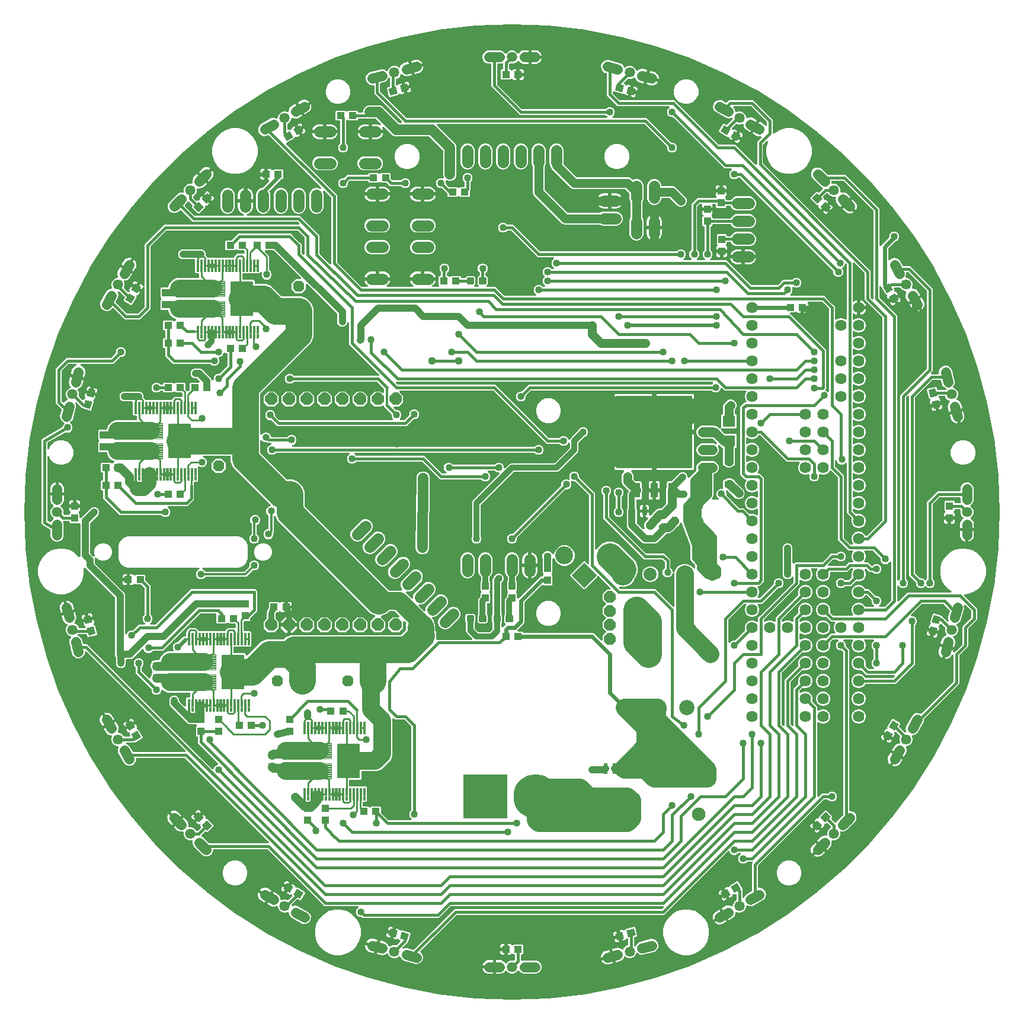
<source format=gbr>
G04 EAGLE Gerber X2 export*
%TF.Part,Single*%
%TF.FileFunction,Copper,L1,Top,Mixed*%
%TF.FilePolarity,Positive*%
%TF.GenerationSoftware,Autodesk,EAGLE,8.6.0*%
%TF.CreationDate,2019-04-04T15:37:22Z*%
G75*
%MOMM*%
%FSLAX34Y34*%
%LPD*%
%AMOC8*
5,1,8,0,0,1.08239X$1,22.5*%
G01*
%ADD10P,1.924489X8X202.500000*%
%ADD11C,1.625600*%
%ADD12C,1.459600*%
%ADD13C,1.459600*%
%ADD14R,1.100000X1.000000*%
%ADD15R,1.000000X1.100000*%
%ADD16C,1.625600*%
%ADD17R,0.609600X1.524000*%
%ADD18C,2.184400*%
%ADD19C,1.930400*%
%ADD20R,1.930400X1.930400*%
%ADD21R,1.875000X1.875000*%
%ADD22C,1.860000*%
%ADD23R,6.350000X6.350000*%
%ADD24C,6.350000*%
%ADD25C,1.609600*%
%ADD26C,1.409600*%
%ADD27R,1.066800X2.159000*%
%ADD28R,10.800000X10.410000*%
%ADD29R,0.800000X1.200000*%
%ADD30R,1.800000X1.600000*%
%ADD31R,1.200000X0.800000*%
%ADD32R,1.220000X0.910000*%
%ADD33C,0.300000*%
%ADD34C,0.087500*%
%ADD35C,0.114300*%
%ADD36C,0.162500*%
%ADD37C,1.600200*%
%ADD38P,1.732040X8X112.500000*%
%ADD39P,1.814519X8X112.500000*%
%ADD40P,1.732040X8X292.500000*%
%ADD41P,1.732040X8X202.500000*%
%ADD42R,2.550000X2.550000*%
%ADD43C,2.550000*%
%ADD44C,1.016000*%
%ADD45C,1.270000*%
%ADD46C,0.812800*%
%ADD47C,0.609600*%
%ADD48C,2.540000*%
%ADD49C,0.406400*%
%ADD50C,1.016000*%
%ADD51C,1.117600*%
%ADD52C,1.524000*%
%ADD53C,0.254000*%
%ADD54C,2.032000*%
%ADD55C,0.508000*%
%ADD56C,1.905000*%
%ADD57C,3.810000*%
%ADD58C,3.175000*%
%ADD59C,0.304800*%
%ADD60C,1.905000*%
%ADD61C,0.355600*%

G36*
X52007Y-694752D02*
X52007Y-694752D01*
X52048Y-694746D01*
X52121Y-694744D01*
X103781Y-688923D01*
X103821Y-688914D01*
X103894Y-688906D01*
X154974Y-679241D01*
X155013Y-679229D01*
X155085Y-679216D01*
X205300Y-665761D01*
X205338Y-665746D01*
X205409Y-665727D01*
X254479Y-648557D01*
X254515Y-648539D01*
X254585Y-648515D01*
X302234Y-627726D01*
X302269Y-627706D01*
X302337Y-627677D01*
X348299Y-603385D01*
X348332Y-603362D01*
X348397Y-603328D01*
X392416Y-575670D01*
X392448Y-575644D01*
X392510Y-575605D01*
X434338Y-544735D01*
X434368Y-544707D01*
X434428Y-544664D01*
X473832Y-510753D01*
X473860Y-510723D01*
X473916Y-510676D01*
X510676Y-473916D01*
X510701Y-473884D01*
X510753Y-473832D01*
X544664Y-434427D01*
X544686Y-434394D01*
X544735Y-434338D01*
X575605Y-392510D01*
X575626Y-392475D01*
X575670Y-392416D01*
X603328Y-348397D01*
X603346Y-348361D01*
X603385Y-348299D01*
X627677Y-302336D01*
X627692Y-302298D01*
X627726Y-302234D01*
X648515Y-254585D01*
X648527Y-254546D01*
X648557Y-254479D01*
X665727Y-205409D01*
X665736Y-205369D01*
X665761Y-205300D01*
X679216Y-155085D01*
X679222Y-155045D01*
X679241Y-154974D01*
X688906Y-103893D01*
X688909Y-103853D01*
X688923Y-103781D01*
X694744Y-52121D01*
X694744Y-52080D01*
X694752Y-52007D01*
X696696Y-57D01*
X696693Y-16D01*
X696696Y57D01*
X694752Y52007D01*
X694746Y52048D01*
X694744Y52121D01*
X688923Y103781D01*
X688914Y103821D01*
X688906Y103894D01*
X679241Y154974D01*
X679229Y155013D01*
X679216Y155085D01*
X665761Y205300D01*
X665746Y205338D01*
X665727Y205409D01*
X648557Y254479D01*
X648539Y254515D01*
X648515Y254585D01*
X627726Y302234D01*
X627706Y302269D01*
X627677Y302337D01*
X603385Y348299D01*
X603362Y348332D01*
X603328Y348397D01*
X575670Y392416D01*
X575644Y392448D01*
X575605Y392510D01*
X544735Y434338D01*
X544707Y434368D01*
X544664Y434428D01*
X510753Y473832D01*
X510723Y473860D01*
X510676Y473916D01*
X473916Y510676D01*
X473884Y510701D01*
X473832Y510753D01*
X434427Y544664D01*
X434394Y544686D01*
X434338Y544735D01*
X392510Y575605D01*
X392475Y575626D01*
X392416Y575670D01*
X348397Y603328D01*
X348361Y603346D01*
X348299Y603385D01*
X302336Y627677D01*
X302298Y627692D01*
X302234Y627726D01*
X254585Y648515D01*
X254546Y648527D01*
X254479Y648557D01*
X205409Y665727D01*
X205369Y665736D01*
X205300Y665761D01*
X155085Y679216D01*
X155045Y679222D01*
X154974Y679241D01*
X103893Y688906D01*
X103853Y688909D01*
X103781Y688923D01*
X52121Y694744D01*
X52080Y694744D01*
X52007Y694752D01*
X57Y696696D01*
X16Y696693D01*
X-57Y696696D01*
X-52007Y694752D01*
X-52048Y694746D01*
X-52121Y694744D01*
X-103781Y688923D01*
X-103821Y688914D01*
X-103894Y688906D01*
X-154974Y679241D01*
X-155013Y679229D01*
X-155085Y679216D01*
X-205300Y665761D01*
X-205338Y665746D01*
X-205409Y665727D01*
X-254479Y648557D01*
X-254515Y648539D01*
X-254585Y648515D01*
X-302234Y627726D01*
X-302269Y627706D01*
X-302337Y627677D01*
X-348299Y603385D01*
X-348332Y603362D01*
X-348397Y603328D01*
X-392416Y575670D01*
X-392448Y575644D01*
X-392510Y575605D01*
X-434338Y544735D01*
X-434368Y544707D01*
X-434427Y544664D01*
X-473832Y510753D01*
X-473860Y510723D01*
X-473916Y510676D01*
X-510676Y473916D01*
X-510701Y473884D01*
X-510753Y473832D01*
X-544664Y434427D01*
X-544686Y434394D01*
X-544735Y434338D01*
X-575605Y392510D01*
X-575626Y392475D01*
X-575670Y392416D01*
X-603328Y348397D01*
X-603346Y348361D01*
X-603385Y348299D01*
X-627677Y302336D01*
X-627692Y302298D01*
X-627726Y302234D01*
X-648515Y254585D01*
X-648527Y254546D01*
X-648557Y254479D01*
X-665727Y205409D01*
X-665736Y205369D01*
X-665761Y205300D01*
X-679216Y155085D01*
X-679222Y155045D01*
X-679241Y154974D01*
X-688906Y103893D01*
X-688909Y103853D01*
X-688923Y103781D01*
X-694744Y52121D01*
X-694744Y52080D01*
X-694752Y52007D01*
X-696696Y57D01*
X-696693Y16D01*
X-696696Y-57D01*
X-694752Y-52007D01*
X-694746Y-52048D01*
X-694744Y-52121D01*
X-688923Y-103781D01*
X-688914Y-103821D01*
X-688906Y-103894D01*
X-679241Y-154974D01*
X-679229Y-155013D01*
X-679216Y-155085D01*
X-665761Y-205300D01*
X-665746Y-205338D01*
X-665727Y-205409D01*
X-648557Y-254479D01*
X-648539Y-254516D01*
X-648515Y-254585D01*
X-627726Y-302234D01*
X-627706Y-302269D01*
X-627677Y-302336D01*
X-603385Y-348299D01*
X-603362Y-348332D01*
X-603328Y-348397D01*
X-575670Y-392416D01*
X-575644Y-392448D01*
X-575605Y-392510D01*
X-544735Y-434338D01*
X-544707Y-434368D01*
X-544664Y-434427D01*
X-510753Y-473832D01*
X-510723Y-473860D01*
X-510676Y-473916D01*
X-473916Y-510676D01*
X-473884Y-510701D01*
X-473832Y-510753D01*
X-434427Y-544664D01*
X-434394Y-544686D01*
X-434338Y-544735D01*
X-392510Y-575605D01*
X-392475Y-575626D01*
X-392416Y-575670D01*
X-348397Y-603328D01*
X-348361Y-603346D01*
X-348299Y-603385D01*
X-302336Y-627677D01*
X-302298Y-627692D01*
X-302234Y-627726D01*
X-254585Y-648515D01*
X-254546Y-648527D01*
X-254479Y-648557D01*
X-205409Y-665727D01*
X-205369Y-665736D01*
X-205300Y-665761D01*
X-155085Y-679216D01*
X-155045Y-679222D01*
X-154974Y-679241D01*
X-103893Y-688906D01*
X-103853Y-688909D01*
X-103781Y-688923D01*
X-52121Y-694744D01*
X-52080Y-694744D01*
X-52007Y-694752D01*
X-57Y-696696D01*
X-16Y-696693D01*
X57Y-696696D01*
X52007Y-694752D01*
G37*
%LPC*%
G36*
X-154955Y-641069D02*
X-154955Y-641069D01*
X-157900Y-638810D01*
X-159870Y-635397D01*
X-159901Y-635356D01*
X-159924Y-635311D01*
X-160004Y-635216D01*
X-160078Y-635117D01*
X-160117Y-635084D01*
X-160150Y-635045D01*
X-160249Y-634972D01*
X-160344Y-634892D01*
X-160389Y-634868D01*
X-160430Y-634838D01*
X-160544Y-634789D01*
X-160654Y-634733D01*
X-160703Y-634720D01*
X-160750Y-634700D01*
X-160872Y-634678D01*
X-160992Y-634648D01*
X-161043Y-634647D01*
X-161093Y-634638D01*
X-161217Y-634645D01*
X-161340Y-634643D01*
X-161390Y-634654D01*
X-161441Y-634656D01*
X-161560Y-634691D01*
X-161681Y-634717D01*
X-161727Y-634739D01*
X-161776Y-634753D01*
X-161884Y-634813D01*
X-161996Y-634866D01*
X-162036Y-634898D01*
X-162080Y-634923D01*
X-162266Y-635081D01*
X-162947Y-635762D01*
X-166376Y-637183D01*
X-170088Y-637183D01*
X-173518Y-635762D01*
X-176143Y-633137D01*
X-176933Y-631230D01*
X-176967Y-631168D01*
X-176993Y-631101D01*
X-177052Y-631016D01*
X-177102Y-630925D01*
X-177150Y-630872D01*
X-177190Y-630814D01*
X-177266Y-630744D01*
X-177336Y-630667D01*
X-177395Y-630626D01*
X-177447Y-630579D01*
X-177537Y-630528D01*
X-177623Y-630469D01*
X-177689Y-630443D01*
X-177751Y-630408D01*
X-177851Y-630379D01*
X-177947Y-630341D01*
X-178017Y-630330D01*
X-178085Y-630311D01*
X-178189Y-630305D01*
X-178292Y-630290D01*
X-178363Y-630296D01*
X-178433Y-630292D01*
X-178535Y-630310D01*
X-178639Y-630319D01*
X-178707Y-630341D01*
X-178777Y-630353D01*
X-178872Y-630394D01*
X-178971Y-630426D01*
X-179032Y-630463D01*
X-179097Y-630491D01*
X-179232Y-630583D01*
X-179269Y-630606D01*
X-179280Y-630616D01*
X-179299Y-630629D01*
X-180128Y-631300D01*
X-181469Y-632074D01*
X-182914Y-632629D01*
X-184429Y-632951D01*
X-185976Y-633032D01*
X-187516Y-632870D01*
X-193261Y-631331D01*
X-190871Y-622408D01*
X-190867Y-622382D01*
X-190858Y-622358D01*
X-190841Y-622210D01*
X-190819Y-622064D01*
X-190822Y-622037D01*
X-190819Y-622011D01*
X-190836Y-621864D01*
X-190841Y-621800D01*
X-190838Y-621796D01*
X-190820Y-621777D01*
X-190744Y-621650D01*
X-190664Y-621525D01*
X-190655Y-621500D01*
X-190641Y-621477D01*
X-190559Y-621247D01*
X-188169Y-612324D01*
X-182423Y-613864D01*
X-181008Y-614493D01*
X-179710Y-615337D01*
X-178559Y-616373D01*
X-177584Y-617577D01*
X-176810Y-618918D01*
X-176453Y-619847D01*
X-176373Y-620000D01*
X-176297Y-620149D01*
X-176294Y-620152D01*
X-176292Y-620156D01*
X-176179Y-620286D01*
X-176071Y-620414D01*
X-176067Y-620417D01*
X-176065Y-620420D01*
X-175926Y-620521D01*
X-175790Y-620621D01*
X-175787Y-620623D01*
X-175783Y-620625D01*
X-175625Y-620692D01*
X-175470Y-620759D01*
X-175466Y-620760D01*
X-175463Y-620762D01*
X-175295Y-620791D01*
X-175127Y-620821D01*
X-175123Y-620821D01*
X-175119Y-620821D01*
X-174948Y-620812D01*
X-174779Y-620803D01*
X-174775Y-620802D01*
X-174771Y-620802D01*
X-174607Y-620753D01*
X-174445Y-620706D01*
X-174441Y-620704D01*
X-174437Y-620703D01*
X-174290Y-620620D01*
X-174140Y-620536D01*
X-174137Y-620533D01*
X-174134Y-620532D01*
X-174122Y-620521D01*
X-173954Y-620378D01*
X-173518Y-619942D01*
X-170088Y-618521D01*
X-166376Y-618521D01*
X-166096Y-618637D01*
X-166022Y-618658D01*
X-165952Y-618688D01*
X-165855Y-618706D01*
X-165761Y-618733D01*
X-165685Y-618737D01*
X-165609Y-618750D01*
X-165511Y-618745D01*
X-165413Y-618750D01*
X-165338Y-618736D01*
X-165261Y-618732D01*
X-165167Y-618705D01*
X-165070Y-618687D01*
X-165000Y-618657D01*
X-164926Y-618636D01*
X-164841Y-618588D01*
X-164750Y-618548D01*
X-164689Y-618503D01*
X-164622Y-618465D01*
X-164509Y-618369D01*
X-164471Y-618341D01*
X-164458Y-618326D01*
X-164436Y-618307D01*
X-159961Y-613832D01*
X-159914Y-613773D01*
X-159860Y-613720D01*
X-159806Y-613637D01*
X-159745Y-613559D01*
X-159712Y-613491D01*
X-159671Y-613427D01*
X-159638Y-613334D01*
X-159596Y-613244D01*
X-159580Y-613170D01*
X-159554Y-613099D01*
X-159543Y-613000D01*
X-159522Y-612904D01*
X-159524Y-612828D01*
X-159515Y-612753D01*
X-159527Y-612654D01*
X-159528Y-612555D01*
X-159547Y-612482D01*
X-159556Y-612406D01*
X-159589Y-612313D01*
X-159613Y-612217D01*
X-159648Y-612150D01*
X-159674Y-612079D01*
X-159728Y-611995D01*
X-159773Y-611907D01*
X-159822Y-611850D01*
X-159863Y-611786D01*
X-159935Y-611717D01*
X-159999Y-611642D01*
X-160060Y-611597D01*
X-160114Y-611544D01*
X-160199Y-611494D01*
X-160279Y-611435D01*
X-160349Y-611405D01*
X-160414Y-611366D01*
X-160556Y-611315D01*
X-160599Y-611297D01*
X-160617Y-611293D01*
X-160644Y-611284D01*
X-161498Y-611055D01*
X-162028Y-610136D01*
X-162059Y-610095D01*
X-162082Y-610050D01*
X-162162Y-609956D01*
X-162236Y-609856D01*
X-162275Y-609823D01*
X-162308Y-609784D01*
X-162407Y-609711D01*
X-162502Y-609631D01*
X-162547Y-609608D01*
X-162588Y-609577D01*
X-162702Y-609528D01*
X-162812Y-609472D01*
X-162861Y-609459D01*
X-162908Y-609439D01*
X-163030Y-609417D01*
X-163150Y-609387D01*
X-163201Y-609387D01*
X-163251Y-609378D01*
X-163375Y-609384D01*
X-163498Y-609382D01*
X-163548Y-609393D01*
X-163599Y-609395D01*
X-163718Y-609430D01*
X-163839Y-609456D01*
X-163885Y-609478D01*
X-163934Y-609492D01*
X-164042Y-609552D01*
X-164154Y-609605D01*
X-164194Y-609637D01*
X-164238Y-609662D01*
X-164377Y-609780D01*
X-164973Y-610124D01*
X-165619Y-610298D01*
X-166288Y-610298D01*
X-169510Y-609434D01*
X-167811Y-603093D01*
X-167807Y-603068D01*
X-167798Y-603043D01*
X-167781Y-602895D01*
X-167760Y-602749D01*
X-167762Y-602723D01*
X-167759Y-602697D01*
X-167776Y-602549D01*
X-167788Y-602401D01*
X-167796Y-602377D01*
X-167799Y-602350D01*
X-167850Y-602211D01*
X-167895Y-602070D01*
X-167904Y-602054D01*
X-167848Y-602021D01*
X-167830Y-602003D01*
X-167808Y-601989D01*
X-167705Y-601882D01*
X-167598Y-601778D01*
X-167584Y-601756D01*
X-167566Y-601737D01*
X-167490Y-601610D01*
X-167410Y-601485D01*
X-167401Y-601461D01*
X-167388Y-601438D01*
X-167305Y-601208D01*
X-165606Y-594867D01*
X-162385Y-595730D01*
X-161806Y-596065D01*
X-161333Y-596538D01*
X-160988Y-597134D01*
X-160980Y-597172D01*
X-160927Y-597284D01*
X-160881Y-597399D01*
X-160852Y-597441D01*
X-160830Y-597487D01*
X-160753Y-597584D01*
X-160683Y-597685D01*
X-160645Y-597720D01*
X-160613Y-597760D01*
X-160516Y-597836D01*
X-160424Y-597919D01*
X-160380Y-597944D01*
X-160340Y-597976D01*
X-160228Y-598028D01*
X-160120Y-598088D01*
X-160070Y-598102D01*
X-160024Y-598124D01*
X-159904Y-598150D01*
X-159784Y-598184D01*
X-159733Y-598186D01*
X-159684Y-598197D01*
X-159560Y-598195D01*
X-159436Y-598200D01*
X-159386Y-598191D01*
X-159335Y-598190D01*
X-159215Y-598160D01*
X-159094Y-598138D01*
X-159047Y-598117D01*
X-158997Y-598105D01*
X-158776Y-598000D01*
X-157857Y-597469D01*
X-145605Y-600752D01*
X-144763Y-602210D01*
X-147787Y-613496D01*
X-148725Y-614037D01*
X-148847Y-614128D01*
X-148970Y-614214D01*
X-148986Y-614231D01*
X-149005Y-614245D01*
X-149103Y-614361D01*
X-149204Y-614472D01*
X-149215Y-614493D01*
X-149230Y-614511D01*
X-149299Y-614645D01*
X-149326Y-614694D01*
X-155929Y-621296D01*
X-156021Y-621413D01*
X-156118Y-621528D01*
X-156130Y-621550D01*
X-156145Y-621569D01*
X-156209Y-621704D01*
X-156277Y-621838D01*
X-156283Y-621862D01*
X-156294Y-621884D01*
X-156326Y-622030D01*
X-156362Y-622176D01*
X-156362Y-622201D01*
X-156367Y-622225D01*
X-156365Y-622375D01*
X-156367Y-622524D01*
X-156362Y-622549D01*
X-156361Y-622574D01*
X-156325Y-622719D01*
X-156293Y-622865D01*
X-156283Y-622887D01*
X-156276Y-622912D01*
X-156208Y-623045D01*
X-156144Y-623180D01*
X-156128Y-623199D01*
X-156117Y-623221D01*
X-156020Y-623336D01*
X-155927Y-623452D01*
X-155907Y-623468D01*
X-155891Y-623487D01*
X-155771Y-623576D01*
X-155653Y-623669D01*
X-155631Y-623679D01*
X-155611Y-623694D01*
X-155473Y-623753D01*
X-155338Y-623817D01*
X-155314Y-623822D01*
X-155291Y-623832D01*
X-155143Y-623858D01*
X-154997Y-623890D01*
X-154972Y-623889D01*
X-154948Y-623894D01*
X-154798Y-623886D01*
X-154649Y-623883D01*
X-154624Y-623877D01*
X-154600Y-623876D01*
X-154456Y-623834D01*
X-154311Y-623798D01*
X-154284Y-623785D01*
X-154265Y-623779D01*
X-154223Y-623756D01*
X-154090Y-623693D01*
X-153805Y-623528D01*
X-150125Y-623044D01*
X-141462Y-625365D01*
X-141313Y-625387D01*
X-141164Y-625414D01*
X-141141Y-625413D01*
X-141118Y-625416D01*
X-140967Y-625404D01*
X-140816Y-625396D01*
X-140794Y-625389D01*
X-140770Y-625387D01*
X-140626Y-625341D01*
X-140482Y-625299D01*
X-140461Y-625288D01*
X-140439Y-625281D01*
X-140309Y-625203D01*
X-140177Y-625129D01*
X-140156Y-625111D01*
X-140140Y-625101D01*
X-140106Y-625069D01*
X-139991Y-624971D01*
X-82456Y-567435D01*
X213585Y-567435D01*
X213711Y-567421D01*
X213837Y-567414D01*
X213884Y-567401D01*
X213932Y-567395D01*
X214051Y-567353D01*
X214172Y-567318D01*
X214214Y-567294D01*
X214260Y-567278D01*
X214366Y-567209D01*
X214476Y-567148D01*
X214523Y-567108D01*
X214552Y-567089D01*
X214586Y-567054D01*
X214662Y-566989D01*
X216187Y-565465D01*
X216249Y-565386D01*
X216319Y-565314D01*
X216357Y-565250D01*
X216403Y-565192D01*
X216446Y-565101D01*
X216498Y-565015D01*
X216520Y-564944D01*
X216552Y-564877D01*
X216573Y-564779D01*
X216604Y-564683D01*
X216610Y-564609D01*
X216625Y-564536D01*
X216624Y-564436D01*
X216632Y-564336D01*
X216621Y-564262D01*
X216619Y-564188D01*
X216595Y-564091D01*
X216580Y-563991D01*
X216553Y-563922D01*
X216534Y-563850D01*
X216488Y-563761D01*
X216451Y-563667D01*
X216409Y-563606D01*
X216375Y-563540D01*
X216310Y-563464D01*
X216252Y-563381D01*
X216197Y-563331D01*
X216149Y-563275D01*
X216068Y-563215D01*
X215994Y-563148D01*
X215929Y-563112D01*
X215869Y-563067D01*
X215776Y-563028D01*
X215689Y-562979D01*
X215617Y-562959D01*
X215549Y-562929D01*
X215450Y-562912D01*
X215353Y-562884D01*
X215253Y-562876D01*
X215206Y-562868D01*
X215170Y-562870D01*
X215109Y-562865D01*
X-86585Y-562865D01*
X-86711Y-562879D01*
X-86837Y-562886D01*
X-86884Y-562899D01*
X-86932Y-562905D01*
X-87051Y-562947D01*
X-87172Y-562982D01*
X-87214Y-563006D01*
X-87260Y-563022D01*
X-87366Y-563091D01*
X-87476Y-563152D01*
X-87522Y-563192D01*
X-87552Y-563211D01*
X-87586Y-563246D01*
X-87662Y-563311D01*
X-101206Y-576854D01*
X-104033Y-579681D01*
X-213467Y-579681D01*
X-214090Y-579059D01*
X-214189Y-578980D01*
X-214282Y-578896D01*
X-214325Y-578872D01*
X-214363Y-578842D01*
X-214477Y-578788D01*
X-214587Y-578727D01*
X-214634Y-578714D01*
X-214678Y-578693D01*
X-214801Y-578667D01*
X-214923Y-578632D01*
X-214984Y-578627D01*
X-215018Y-578620D01*
X-215066Y-578621D01*
X-215167Y-578613D01*
X-217315Y-578613D01*
X-219929Y-577530D01*
X-221930Y-575529D01*
X-223013Y-572915D01*
X-223013Y-570085D01*
X-221930Y-567471D01*
X-219924Y-565465D01*
X-219862Y-565387D01*
X-219792Y-565314D01*
X-219754Y-565250D01*
X-219707Y-565192D01*
X-219664Y-565101D01*
X-219613Y-565015D01*
X-219590Y-564944D01*
X-219558Y-564877D01*
X-219537Y-564779D01*
X-219507Y-564683D01*
X-219501Y-564609D01*
X-219485Y-564536D01*
X-219487Y-564436D01*
X-219479Y-564336D01*
X-219490Y-564262D01*
X-219491Y-564188D01*
X-219516Y-564091D01*
X-219530Y-563991D01*
X-219558Y-563922D01*
X-219576Y-563850D01*
X-219622Y-563761D01*
X-219659Y-563667D01*
X-219702Y-563606D01*
X-219736Y-563540D01*
X-219801Y-563464D01*
X-219858Y-563381D01*
X-219913Y-563331D01*
X-219962Y-563275D01*
X-220042Y-563215D01*
X-220117Y-563148D01*
X-220182Y-563112D01*
X-220242Y-563067D01*
X-220334Y-563028D01*
X-220422Y-562979D01*
X-220494Y-562959D01*
X-220562Y-562929D01*
X-220661Y-562912D01*
X-220757Y-562884D01*
X-220857Y-562876D01*
X-220905Y-562868D01*
X-220941Y-562870D01*
X-221001Y-562865D01*
X-268384Y-562865D01*
X-349158Y-482091D01*
X-349257Y-482012D01*
X-349351Y-481928D01*
X-349393Y-481904D01*
X-349431Y-481874D01*
X-349545Y-481820D01*
X-349656Y-481759D01*
X-349702Y-481746D01*
X-349746Y-481725D01*
X-349869Y-481699D01*
X-349991Y-481664D01*
X-350052Y-481659D01*
X-350086Y-481652D01*
X-350134Y-481653D01*
X-350235Y-481645D01*
X-425644Y-481645D01*
X-425671Y-481648D01*
X-425697Y-481646D01*
X-425843Y-481668D01*
X-425991Y-481685D01*
X-426015Y-481693D01*
X-426041Y-481697D01*
X-426179Y-481752D01*
X-426319Y-481802D01*
X-426341Y-481816D01*
X-426365Y-481826D01*
X-426487Y-481910D01*
X-426612Y-481991D01*
X-426630Y-482010D01*
X-426651Y-482025D01*
X-426750Y-482135D01*
X-426854Y-482242D01*
X-426867Y-482264D01*
X-426885Y-482284D01*
X-426957Y-482414D01*
X-427033Y-482541D01*
X-427041Y-482566D01*
X-427053Y-482589D01*
X-427094Y-482732D01*
X-427139Y-482873D01*
X-427141Y-482899D01*
X-427148Y-482924D01*
X-427168Y-483168D01*
X-427168Y-484596D01*
X-428588Y-488026D01*
X-431213Y-490651D01*
X-434642Y-492071D01*
X-438354Y-492071D01*
X-441784Y-490651D01*
X-454730Y-477705D01*
X-456150Y-474275D01*
X-456150Y-470473D01*
X-456153Y-470447D01*
X-456151Y-470421D01*
X-456173Y-470274D01*
X-456190Y-470127D01*
X-456199Y-470103D01*
X-456203Y-470077D01*
X-456257Y-469939D01*
X-456307Y-469799D01*
X-456322Y-469777D01*
X-456331Y-469753D01*
X-456416Y-469631D01*
X-456496Y-469506D01*
X-456515Y-469488D01*
X-456530Y-469467D01*
X-456640Y-469367D01*
X-456747Y-469264D01*
X-456770Y-469251D01*
X-456789Y-469233D01*
X-456919Y-469161D01*
X-457046Y-469085D01*
X-457071Y-469077D01*
X-457094Y-469065D01*
X-457237Y-469024D01*
X-457378Y-468979D01*
X-457404Y-468977D01*
X-457430Y-468970D01*
X-457673Y-468950D01*
X-461475Y-468950D01*
X-464905Y-467530D01*
X-467530Y-464905D01*
X-468950Y-461475D01*
X-468950Y-458015D01*
X-468967Y-457870D01*
X-468978Y-457725D01*
X-468987Y-457697D01*
X-468990Y-457668D01*
X-469039Y-457531D01*
X-469083Y-457393D01*
X-469098Y-457368D01*
X-469108Y-457340D01*
X-469187Y-457218D01*
X-469261Y-457093D01*
X-469281Y-457072D01*
X-469297Y-457048D01*
X-469401Y-456946D01*
X-469502Y-456841D01*
X-469526Y-456826D01*
X-469547Y-456805D01*
X-469672Y-456731D01*
X-469794Y-456651D01*
X-469821Y-456641D01*
X-469846Y-456627D01*
X-469985Y-456582D01*
X-470122Y-456533D01*
X-470151Y-456529D01*
X-470178Y-456520D01*
X-470323Y-456509D01*
X-470468Y-456491D01*
X-470503Y-456494D01*
X-470526Y-456492D01*
X-470574Y-456500D01*
X-470712Y-456510D01*
X-471645Y-456658D01*
X-473194Y-456658D01*
X-474724Y-456416D01*
X-476196Y-455937D01*
X-477576Y-455234D01*
X-478829Y-454324D01*
X-483035Y-450118D01*
X-476503Y-443586D01*
X-476487Y-443566D01*
X-476467Y-443549D01*
X-476378Y-443429D01*
X-476286Y-443313D01*
X-476275Y-443289D01*
X-476259Y-443268D01*
X-476201Y-443132D01*
X-476174Y-443074D01*
X-476168Y-443072D01*
X-476143Y-443065D01*
X-476014Y-442992D01*
X-475882Y-442924D01*
X-475862Y-442907D01*
X-475839Y-442894D01*
X-475653Y-442736D01*
X-469121Y-436204D01*
X-464915Y-440410D01*
X-464005Y-441663D01*
X-463301Y-443043D01*
X-462823Y-444515D01*
X-462581Y-446045D01*
X-462581Y-447594D01*
X-462729Y-448527D01*
X-462735Y-448673D01*
X-462746Y-448818D01*
X-462742Y-448846D01*
X-462743Y-448875D01*
X-462716Y-449018D01*
X-462695Y-449162D01*
X-462684Y-449189D01*
X-462679Y-449218D01*
X-462620Y-449351D01*
X-462566Y-449486D01*
X-462549Y-449510D01*
X-462538Y-449537D01*
X-462450Y-449653D01*
X-462367Y-449772D01*
X-462346Y-449792D01*
X-462328Y-449815D01*
X-462216Y-449909D01*
X-462108Y-450006D01*
X-462083Y-450020D01*
X-462061Y-450038D01*
X-461931Y-450104D01*
X-461803Y-450174D01*
X-461775Y-450182D01*
X-461749Y-450195D01*
X-461608Y-450229D01*
X-461468Y-450269D01*
X-461433Y-450272D01*
X-461411Y-450277D01*
X-461362Y-450278D01*
X-461224Y-450289D01*
X-457763Y-450289D01*
X-454334Y-451709D01*
X-451709Y-454334D01*
X-451593Y-454614D01*
X-451556Y-454681D01*
X-451528Y-454752D01*
X-451472Y-454833D01*
X-451424Y-454919D01*
X-451372Y-454976D01*
X-451329Y-455038D01*
X-451256Y-455104D01*
X-451190Y-455177D01*
X-451127Y-455221D01*
X-451070Y-455272D01*
X-450984Y-455319D01*
X-450903Y-455375D01*
X-450832Y-455403D01*
X-450765Y-455440D01*
X-450670Y-455467D01*
X-450579Y-455503D01*
X-450503Y-455514D01*
X-450430Y-455535D01*
X-450281Y-455547D01*
X-450234Y-455554D01*
X-450215Y-455552D01*
X-450186Y-455555D01*
X-449913Y-455555D01*
X-449788Y-455540D01*
X-449661Y-455534D01*
X-449615Y-455520D01*
X-449567Y-455515D01*
X-449448Y-455472D01*
X-449327Y-455437D01*
X-449284Y-455414D01*
X-449239Y-455397D01*
X-449133Y-455329D01*
X-449022Y-455267D01*
X-448976Y-455228D01*
X-448946Y-455208D01*
X-448912Y-455173D01*
X-448836Y-455109D01*
X-444856Y-451128D01*
X-444839Y-451107D01*
X-444819Y-451090D01*
X-444731Y-450971D01*
X-444639Y-450855D01*
X-444628Y-450831D01*
X-444612Y-450810D01*
X-444553Y-450674D01*
X-444490Y-450540D01*
X-444484Y-450514D01*
X-444474Y-450490D01*
X-444448Y-450344D01*
X-444417Y-450199D01*
X-444417Y-450173D01*
X-444412Y-450147D01*
X-444420Y-449999D01*
X-444423Y-449851D01*
X-444429Y-449825D01*
X-444430Y-449799D01*
X-444471Y-449657D01*
X-444508Y-449513D01*
X-444520Y-449489D01*
X-444527Y-449464D01*
X-444599Y-449335D01*
X-444667Y-449203D01*
X-444684Y-449183D01*
X-444697Y-449160D01*
X-444856Y-448974D01*
X-445389Y-448441D01*
X-445389Y-447379D01*
X-445394Y-447328D01*
X-445392Y-447277D01*
X-445414Y-447156D01*
X-445429Y-447033D01*
X-445446Y-446985D01*
X-445455Y-446935D01*
X-445504Y-446821D01*
X-445546Y-446705D01*
X-445574Y-446662D01*
X-445594Y-446615D01*
X-445668Y-446516D01*
X-445735Y-446412D01*
X-445772Y-446377D01*
X-445802Y-446336D01*
X-445897Y-446256D01*
X-445986Y-446170D01*
X-446030Y-446144D01*
X-446069Y-446111D01*
X-446179Y-446055D01*
X-446285Y-445991D01*
X-446333Y-445976D01*
X-446379Y-445952D01*
X-446499Y-445923D01*
X-446617Y-445885D01*
X-446668Y-445881D01*
X-446717Y-445868D01*
X-446841Y-445867D01*
X-446964Y-445857D01*
X-447015Y-445864D01*
X-447066Y-445864D01*
X-447245Y-445897D01*
X-447933Y-445897D01*
X-448579Y-445724D01*
X-449159Y-445389D01*
X-451517Y-443031D01*
X-446875Y-438389D01*
X-446859Y-438368D01*
X-446839Y-438351D01*
X-446751Y-438232D01*
X-446659Y-438116D01*
X-446647Y-438092D01*
X-446632Y-438071D01*
X-446573Y-437935D01*
X-446510Y-437801D01*
X-446504Y-437775D01*
X-446494Y-437751D01*
X-446467Y-437605D01*
X-446436Y-437460D01*
X-446437Y-437442D01*
X-446372Y-437441D01*
X-446346Y-437435D01*
X-446320Y-437433D01*
X-446178Y-437392D01*
X-446034Y-437356D01*
X-446010Y-437344D01*
X-445985Y-437337D01*
X-445856Y-437265D01*
X-445724Y-437197D01*
X-445704Y-437180D01*
X-445681Y-437167D01*
X-445495Y-437008D01*
X-440853Y-432366D01*
X-438494Y-434725D01*
X-438160Y-435304D01*
X-437987Y-435950D01*
X-437987Y-436640D01*
X-437999Y-436676D01*
X-438009Y-436800D01*
X-438027Y-436922D01*
X-438022Y-436973D01*
X-438027Y-437024D01*
X-438008Y-437146D01*
X-437998Y-437269D01*
X-437982Y-437318D01*
X-437975Y-437368D01*
X-437929Y-437483D01*
X-437891Y-437601D01*
X-437865Y-437645D01*
X-437846Y-437692D01*
X-437776Y-437794D01*
X-437712Y-437900D01*
X-437676Y-437937D01*
X-437647Y-437978D01*
X-437556Y-438061D01*
X-437469Y-438150D01*
X-437426Y-438178D01*
X-437388Y-438212D01*
X-437280Y-438272D01*
X-437176Y-438339D01*
X-437128Y-438356D01*
X-437083Y-438380D01*
X-436964Y-438414D01*
X-436848Y-438456D01*
X-436797Y-438461D01*
X-436748Y-438475D01*
X-436504Y-438495D01*
X-435443Y-438495D01*
X-426474Y-447464D01*
X-426474Y-449148D01*
X-434736Y-457409D01*
X-436420Y-457409D01*
X-436953Y-456876D01*
X-436973Y-456860D01*
X-436990Y-456840D01*
X-437110Y-456752D01*
X-437226Y-456660D01*
X-437250Y-456649D01*
X-437271Y-456633D01*
X-437407Y-456574D01*
X-437541Y-456511D01*
X-437567Y-456505D01*
X-437591Y-456495D01*
X-437737Y-456469D01*
X-437882Y-456437D01*
X-437908Y-456438D01*
X-437934Y-456433D01*
X-438082Y-456441D01*
X-438230Y-456443D01*
X-438256Y-456450D01*
X-438282Y-456451D01*
X-438424Y-456492D01*
X-438568Y-456528D01*
X-438591Y-456540D01*
X-438617Y-456548D01*
X-438746Y-456620D01*
X-438878Y-456688D01*
X-438898Y-456705D01*
X-438921Y-456718D01*
X-439107Y-456876D01*
X-443088Y-460857D01*
X-443603Y-461372D01*
X-443697Y-461490D01*
X-443794Y-461605D01*
X-443805Y-461626D01*
X-443820Y-461645D01*
X-443884Y-461781D01*
X-443953Y-461915D01*
X-443958Y-461939D01*
X-443969Y-461960D01*
X-444000Y-462107D01*
X-444037Y-462253D01*
X-444037Y-462278D01*
X-444042Y-462301D01*
X-444040Y-462451D01*
X-444042Y-462602D01*
X-444037Y-462625D01*
X-444036Y-462650D01*
X-443999Y-462796D01*
X-443967Y-462942D01*
X-443957Y-462964D01*
X-443951Y-462988D01*
X-443882Y-463122D01*
X-443818Y-463257D01*
X-443803Y-463276D01*
X-443792Y-463297D01*
X-443694Y-463412D01*
X-443600Y-463529D01*
X-443581Y-463544D01*
X-443566Y-463563D01*
X-443445Y-463652D01*
X-443327Y-463745D01*
X-443301Y-463759D01*
X-443285Y-463770D01*
X-443242Y-463789D01*
X-443109Y-463857D01*
X-441534Y-464509D01*
X-432974Y-473069D01*
X-432875Y-473148D01*
X-432781Y-473232D01*
X-432739Y-473256D01*
X-432701Y-473286D01*
X-432587Y-473340D01*
X-432476Y-473401D01*
X-432430Y-473414D01*
X-432386Y-473435D01*
X-432263Y-473461D01*
X-432141Y-473496D01*
X-432080Y-473500D01*
X-432045Y-473508D01*
X-431997Y-473507D01*
X-431897Y-473515D01*
X-348711Y-473515D01*
X-348611Y-473504D01*
X-348511Y-473502D01*
X-348438Y-473484D01*
X-348364Y-473475D01*
X-348270Y-473441D01*
X-348173Y-473417D01*
X-348106Y-473383D01*
X-348036Y-473358D01*
X-347952Y-473303D01*
X-347863Y-473257D01*
X-347806Y-473209D01*
X-347744Y-473169D01*
X-347674Y-473097D01*
X-347597Y-473031D01*
X-347553Y-472972D01*
X-347501Y-472918D01*
X-347450Y-472832D01*
X-347390Y-472751D01*
X-347361Y-472683D01*
X-347323Y-472619D01*
X-347292Y-472523D01*
X-347252Y-472431D01*
X-347239Y-472358D01*
X-347216Y-472287D01*
X-347208Y-472187D01*
X-347190Y-472088D01*
X-347194Y-472014D01*
X-347188Y-471940D01*
X-347203Y-471840D01*
X-347208Y-471740D01*
X-347229Y-471669D01*
X-347240Y-471595D01*
X-347277Y-471502D01*
X-347305Y-471405D01*
X-347341Y-471340D01*
X-347369Y-471271D01*
X-347426Y-471189D01*
X-347475Y-471101D01*
X-347540Y-471025D01*
X-347568Y-470985D01*
X-347594Y-470961D01*
X-347634Y-470915D01*
X-467041Y-351508D01*
X-467140Y-351429D01*
X-467233Y-351345D01*
X-467276Y-351321D01*
X-467314Y-351291D01*
X-467428Y-351237D01*
X-467538Y-351176D01*
X-467585Y-351163D01*
X-467629Y-351142D01*
X-467752Y-351116D01*
X-467874Y-351081D01*
X-467935Y-351077D01*
X-467969Y-351069D01*
X-468017Y-351070D01*
X-468118Y-351062D01*
X-535716Y-351062D01*
X-535841Y-351076D01*
X-535967Y-351082D01*
X-536014Y-351096D01*
X-536063Y-351102D01*
X-536181Y-351144D01*
X-536302Y-351179D01*
X-536345Y-351203D01*
X-536391Y-351219D01*
X-536496Y-351287D01*
X-536606Y-351349D01*
X-536642Y-351382D01*
X-536683Y-351408D01*
X-536771Y-351499D01*
X-536864Y-351583D01*
X-536892Y-351624D01*
X-536926Y-351659D01*
X-536990Y-351767D01*
X-537061Y-351870D01*
X-537079Y-351916D01*
X-537104Y-351958D01*
X-537143Y-352078D01*
X-537189Y-352195D01*
X-537196Y-352243D01*
X-537211Y-352290D01*
X-537221Y-352415D01*
X-537239Y-352540D01*
X-537236Y-352601D01*
X-537239Y-352637D01*
X-537232Y-352685D01*
X-537227Y-352784D01*
X-537074Y-353940D01*
X-538035Y-357525D01*
X-538100Y-357609D01*
X-538100Y-357610D01*
X-539269Y-359133D01*
X-540295Y-360470D01*
X-543510Y-362326D01*
X-547190Y-362810D01*
X-550775Y-361850D01*
X-553720Y-359590D01*
X-562874Y-343735D01*
X-563359Y-340055D01*
X-562339Y-336248D01*
X-562331Y-336198D01*
X-562316Y-336149D01*
X-562306Y-336026D01*
X-562288Y-335903D01*
X-562292Y-335853D01*
X-562288Y-335802D01*
X-562306Y-335679D01*
X-562316Y-335556D01*
X-562332Y-335508D01*
X-562339Y-335457D01*
X-562385Y-335342D01*
X-562423Y-335224D01*
X-562449Y-335181D01*
X-562468Y-335133D01*
X-562539Y-335032D01*
X-562602Y-334926D01*
X-562638Y-334889D01*
X-562667Y-334847D01*
X-562759Y-334764D01*
X-562845Y-334675D01*
X-562888Y-334648D01*
X-562926Y-334614D01*
X-563034Y-334554D01*
X-563138Y-334487D01*
X-563186Y-334470D01*
X-563231Y-334445D01*
X-563350Y-334412D01*
X-563466Y-334370D01*
X-563517Y-334364D01*
X-563566Y-334350D01*
X-563810Y-334331D01*
X-564773Y-334331D01*
X-568202Y-332910D01*
X-570827Y-330285D01*
X-572247Y-326856D01*
X-572247Y-323144D01*
X-571457Y-321236D01*
X-571438Y-321168D01*
X-571409Y-321103D01*
X-571390Y-321001D01*
X-571361Y-320901D01*
X-571358Y-320830D01*
X-571345Y-320761D01*
X-571350Y-320657D01*
X-571344Y-320553D01*
X-571357Y-320483D01*
X-571360Y-320413D01*
X-571388Y-320313D01*
X-571407Y-320210D01*
X-571435Y-320145D01*
X-571454Y-320077D01*
X-571505Y-319986D01*
X-571546Y-319891D01*
X-571588Y-319834D01*
X-571622Y-319772D01*
X-571692Y-319694D01*
X-571754Y-319611D01*
X-571808Y-319565D01*
X-571855Y-319512D01*
X-571941Y-319453D01*
X-572020Y-319386D01*
X-572083Y-319354D01*
X-572141Y-319313D01*
X-572238Y-319274D01*
X-572330Y-319227D01*
X-572399Y-319210D01*
X-572465Y-319184D01*
X-572626Y-319153D01*
X-572668Y-319143D01*
X-572683Y-319143D01*
X-572705Y-319139D01*
X-573766Y-319027D01*
X-575262Y-318626D01*
X-576677Y-317996D01*
X-577976Y-317153D01*
X-579126Y-316117D01*
X-580101Y-314913D01*
X-583075Y-309762D01*
X-575075Y-305143D01*
X-575054Y-305128D01*
X-575030Y-305116D01*
X-574914Y-305024D01*
X-574795Y-304936D01*
X-574778Y-304916D01*
X-574758Y-304899D01*
X-574666Y-304783D01*
X-574624Y-304734D01*
X-574619Y-304733D01*
X-574593Y-304733D01*
X-574448Y-304696D01*
X-574304Y-304665D01*
X-574280Y-304653D01*
X-574255Y-304647D01*
X-574034Y-304542D01*
X-566034Y-299923D01*
X-563060Y-305075D01*
X-562505Y-306520D01*
X-562183Y-308035D01*
X-562102Y-309582D01*
X-562264Y-311122D01*
X-562664Y-312618D01*
X-563069Y-313526D01*
X-563120Y-313687D01*
X-563172Y-313851D01*
X-563172Y-313855D01*
X-563174Y-313859D01*
X-563186Y-314030D01*
X-563200Y-314198D01*
X-563199Y-314202D01*
X-563200Y-314206D01*
X-563173Y-314375D01*
X-563148Y-314543D01*
X-563147Y-314547D01*
X-563146Y-314551D01*
X-563083Y-314708D01*
X-563020Y-314867D01*
X-563017Y-314870D01*
X-563016Y-314874D01*
X-562917Y-315014D01*
X-562821Y-315153D01*
X-562818Y-315156D01*
X-562815Y-315159D01*
X-562687Y-315274D01*
X-562562Y-315386D01*
X-562558Y-315388D01*
X-562555Y-315391D01*
X-562404Y-315473D01*
X-562257Y-315555D01*
X-562253Y-315556D01*
X-562249Y-315558D01*
X-562085Y-315603D01*
X-561921Y-315650D01*
X-561916Y-315650D01*
X-561913Y-315651D01*
X-561897Y-315652D01*
X-561678Y-315669D01*
X-561060Y-315669D01*
X-557631Y-317090D01*
X-555006Y-319715D01*
X-554890Y-319995D01*
X-554853Y-320062D01*
X-554825Y-320133D01*
X-554769Y-320214D01*
X-554721Y-320300D01*
X-554669Y-320356D01*
X-554626Y-320419D01*
X-554553Y-320485D01*
X-554487Y-320558D01*
X-554424Y-320601D01*
X-554367Y-320652D01*
X-554281Y-320700D01*
X-554200Y-320756D01*
X-554129Y-320784D01*
X-554062Y-320821D01*
X-553967Y-320848D01*
X-553876Y-320884D01*
X-553800Y-320895D01*
X-553727Y-320916D01*
X-553578Y-320928D01*
X-553531Y-320935D01*
X-553512Y-320933D01*
X-553483Y-320935D01*
X-547155Y-320935D01*
X-547080Y-320927D01*
X-547004Y-320928D01*
X-546907Y-320907D01*
X-546809Y-320895D01*
X-546737Y-320870D01*
X-546663Y-320854D01*
X-546574Y-320811D01*
X-546480Y-320778D01*
X-546417Y-320737D01*
X-546348Y-320704D01*
X-546271Y-320643D01*
X-546188Y-320589D01*
X-546135Y-320534D01*
X-546076Y-320487D01*
X-546014Y-320409D01*
X-545945Y-320338D01*
X-545907Y-320273D01*
X-545860Y-320214D01*
X-545817Y-320124D01*
X-545767Y-320039D01*
X-545744Y-319967D01*
X-545711Y-319898D01*
X-545691Y-319802D01*
X-545660Y-319707D01*
X-545654Y-319632D01*
X-545639Y-319558D01*
X-545640Y-319458D01*
X-545632Y-319360D01*
X-545644Y-319285D01*
X-545645Y-319209D01*
X-545669Y-319113D01*
X-545684Y-319015D01*
X-545712Y-318945D01*
X-545731Y-318871D01*
X-545796Y-318735D01*
X-545813Y-318691D01*
X-545823Y-318676D01*
X-545836Y-318650D01*
X-546277Y-317885D01*
X-546003Y-316860D01*
X-545995Y-316810D01*
X-545980Y-316761D01*
X-545970Y-316638D01*
X-545952Y-316515D01*
X-545956Y-316465D01*
X-545952Y-316414D01*
X-545970Y-316291D01*
X-545980Y-316168D01*
X-545996Y-316120D01*
X-546003Y-316069D01*
X-546049Y-315954D01*
X-546087Y-315836D01*
X-546113Y-315792D01*
X-546132Y-315745D01*
X-546203Y-315644D01*
X-546266Y-315538D01*
X-546302Y-315501D01*
X-546331Y-315459D01*
X-546423Y-315376D01*
X-546509Y-315287D01*
X-546552Y-315260D01*
X-546590Y-315226D01*
X-546698Y-315166D01*
X-546802Y-315099D01*
X-546850Y-315082D01*
X-546895Y-315057D01*
X-547014Y-315023D01*
X-547130Y-314982D01*
X-547181Y-314976D01*
X-547230Y-314962D01*
X-547412Y-314948D01*
X-548077Y-314770D01*
X-548656Y-314435D01*
X-549129Y-313962D01*
X-550797Y-311074D01*
X-545112Y-307791D01*
X-545091Y-307776D01*
X-545067Y-307764D01*
X-544951Y-307672D01*
X-544832Y-307584D01*
X-544815Y-307564D01*
X-544794Y-307547D01*
X-544702Y-307431D01*
X-544606Y-307318D01*
X-544594Y-307294D01*
X-544578Y-307274D01*
X-544515Y-307140D01*
X-544447Y-307008D01*
X-544443Y-306991D01*
X-544380Y-307006D01*
X-544354Y-307007D01*
X-544328Y-307012D01*
X-544180Y-307009D01*
X-544031Y-307012D01*
X-544006Y-307006D01*
X-543980Y-307006D01*
X-543836Y-306969D01*
X-543691Y-306938D01*
X-543667Y-306926D01*
X-543642Y-306920D01*
X-543421Y-306815D01*
X-537736Y-303533D01*
X-536068Y-306421D01*
X-535895Y-307067D01*
X-535895Y-307736D01*
X-536073Y-308402D01*
X-536094Y-308435D01*
X-536136Y-308551D01*
X-536185Y-308664D01*
X-536194Y-308715D01*
X-536211Y-308763D01*
X-536225Y-308886D01*
X-536247Y-309007D01*
X-536245Y-309058D01*
X-536250Y-309109D01*
X-536236Y-309232D01*
X-536230Y-309355D01*
X-536216Y-309405D01*
X-536210Y-309455D01*
X-536168Y-309572D01*
X-536134Y-309691D01*
X-536109Y-309735D01*
X-536092Y-309783D01*
X-536025Y-309887D01*
X-535964Y-309995D01*
X-535930Y-310033D01*
X-535902Y-310076D01*
X-535813Y-310161D01*
X-535730Y-310253D01*
X-535688Y-310282D01*
X-535651Y-310317D01*
X-535545Y-310381D01*
X-535443Y-310451D01*
X-535396Y-310470D01*
X-535352Y-310496D01*
X-535121Y-310578D01*
X-534096Y-310852D01*
X-527754Y-321837D01*
X-528190Y-323464D01*
X-538309Y-329306D01*
X-539355Y-329025D01*
X-539504Y-329003D01*
X-539653Y-328977D01*
X-539676Y-328978D01*
X-539699Y-328974D01*
X-539850Y-328987D01*
X-540001Y-328995D01*
X-540023Y-329001D01*
X-540047Y-329003D01*
X-540190Y-329049D01*
X-540244Y-329065D01*
X-549581Y-329065D01*
X-549730Y-329082D01*
X-549879Y-329094D01*
X-549902Y-329102D01*
X-549927Y-329105D01*
X-550068Y-329155D01*
X-550211Y-329201D01*
X-550232Y-329214D01*
X-550255Y-329222D01*
X-550381Y-329303D01*
X-550509Y-329380D01*
X-550527Y-329398D01*
X-550548Y-329411D01*
X-550652Y-329519D01*
X-550760Y-329623D01*
X-550773Y-329644D01*
X-550790Y-329662D01*
X-550867Y-329790D01*
X-550948Y-329916D01*
X-550956Y-329940D01*
X-550969Y-329961D01*
X-551015Y-330103D01*
X-551065Y-330244D01*
X-551068Y-330269D01*
X-551075Y-330293D01*
X-551087Y-330442D01*
X-551104Y-330591D01*
X-551101Y-330615D01*
X-551103Y-330640D01*
X-551081Y-330788D01*
X-551064Y-330937D01*
X-551055Y-330960D01*
X-551052Y-330985D01*
X-550996Y-331124D01*
X-550946Y-331265D01*
X-550932Y-331286D01*
X-550923Y-331309D01*
X-550838Y-331431D01*
X-550756Y-331557D01*
X-550738Y-331575D01*
X-550724Y-331595D01*
X-550613Y-331695D01*
X-550505Y-331799D01*
X-550484Y-331812D01*
X-550465Y-331828D01*
X-550334Y-331901D01*
X-550206Y-331977D01*
X-550177Y-331987D01*
X-550160Y-331997D01*
X-550114Y-332010D01*
X-549975Y-332059D01*
X-549658Y-332144D01*
X-546713Y-334404D01*
X-542229Y-342171D01*
X-542139Y-342292D01*
X-542053Y-342416D01*
X-542035Y-342432D01*
X-542021Y-342451D01*
X-541906Y-342548D01*
X-541794Y-342649D01*
X-541773Y-342661D01*
X-541755Y-342676D01*
X-541621Y-342745D01*
X-541489Y-342818D01*
X-541466Y-342824D01*
X-541445Y-342835D01*
X-541299Y-342872D01*
X-541153Y-342913D01*
X-541125Y-342915D01*
X-541107Y-342919D01*
X-541060Y-342920D01*
X-540910Y-342932D01*
X-467864Y-342932D01*
X-467764Y-342921D01*
X-467663Y-342919D01*
X-467591Y-342901D01*
X-467517Y-342892D01*
X-467423Y-342859D01*
X-467325Y-342834D01*
X-467259Y-342800D01*
X-467189Y-342775D01*
X-467105Y-342720D01*
X-467016Y-342674D01*
X-466959Y-342626D01*
X-466896Y-342586D01*
X-466827Y-342514D01*
X-466750Y-342449D01*
X-466706Y-342389D01*
X-466654Y-342335D01*
X-466603Y-342249D01*
X-466543Y-342168D01*
X-466514Y-342100D01*
X-466475Y-342036D01*
X-466445Y-341941D01*
X-466405Y-341848D01*
X-466392Y-341775D01*
X-466369Y-341704D01*
X-466361Y-341604D01*
X-466343Y-341505D01*
X-466347Y-341431D01*
X-466341Y-341357D01*
X-466356Y-341258D01*
X-466361Y-341157D01*
X-466382Y-341086D01*
X-466393Y-341012D01*
X-466430Y-340919D01*
X-466458Y-340822D01*
X-466494Y-340757D01*
X-466522Y-340688D01*
X-466579Y-340606D01*
X-466628Y-340518D01*
X-466693Y-340442D01*
X-466721Y-340402D01*
X-466747Y-340378D01*
X-466786Y-340332D01*
X-607482Y-199636D01*
X-607483Y-199636D01*
X-607483Y-199635D01*
X-607610Y-199535D01*
X-607755Y-199420D01*
X-607756Y-199419D01*
X-607899Y-199352D01*
X-608070Y-199271D01*
X-608071Y-199270D01*
X-608072Y-199270D01*
X-608255Y-199231D01*
X-608411Y-199197D01*
X-608412Y-199197D01*
X-608613Y-199201D01*
X-608760Y-199203D01*
X-608761Y-199203D01*
X-608935Y-199247D01*
X-609098Y-199288D01*
X-609098Y-199289D01*
X-609099Y-199289D01*
X-609252Y-199368D01*
X-609407Y-199448D01*
X-609408Y-199448D01*
X-609408Y-199449D01*
X-609543Y-199563D01*
X-609673Y-199674D01*
X-609674Y-199675D01*
X-609792Y-199835D01*
X-609880Y-199954D01*
X-609880Y-199955D01*
X-609881Y-199955D01*
X-609959Y-200137D01*
X-610018Y-200274D01*
X-610018Y-200275D01*
X-610070Y-200514D01*
X-610380Y-202874D01*
X-612236Y-206089D01*
X-615181Y-208349D01*
X-618767Y-209309D01*
X-622447Y-208825D01*
X-625662Y-206969D01*
X-627921Y-204024D01*
X-632660Y-186340D01*
X-632175Y-182659D01*
X-630193Y-179226D01*
X-630143Y-179111D01*
X-630086Y-178999D01*
X-630074Y-178951D01*
X-630054Y-178906D01*
X-630032Y-178783D01*
X-630002Y-178661D01*
X-630001Y-178612D01*
X-629992Y-178563D01*
X-629998Y-178438D01*
X-629996Y-178312D01*
X-630007Y-178264D01*
X-630009Y-178215D01*
X-630044Y-178094D01*
X-630071Y-177972D01*
X-630092Y-177927D01*
X-630105Y-177880D01*
X-630167Y-177770D01*
X-630221Y-177657D01*
X-630251Y-177619D01*
X-630275Y-177576D01*
X-630360Y-177483D01*
X-630438Y-177385D01*
X-630476Y-177354D01*
X-630509Y-177318D01*
X-630613Y-177246D01*
X-630711Y-177169D01*
X-630766Y-177140D01*
X-630796Y-177120D01*
X-630841Y-177102D01*
X-630929Y-177057D01*
X-633137Y-176143D01*
X-635762Y-173518D01*
X-637183Y-170088D01*
X-637183Y-166376D01*
X-635762Y-162947D01*
X-635326Y-162511D01*
X-635220Y-162378D01*
X-635113Y-162245D01*
X-635112Y-162241D01*
X-635109Y-162238D01*
X-635036Y-162083D01*
X-634963Y-161930D01*
X-634962Y-161926D01*
X-634960Y-161923D01*
X-634925Y-161758D01*
X-634888Y-161590D01*
X-634888Y-161586D01*
X-634887Y-161582D01*
X-634890Y-161417D01*
X-634892Y-161242D01*
X-634893Y-161238D01*
X-634893Y-161233D01*
X-634934Y-161069D01*
X-634975Y-160903D01*
X-634977Y-160899D01*
X-634978Y-160895D01*
X-635055Y-160746D01*
X-635133Y-160592D01*
X-635135Y-160589D01*
X-635137Y-160586D01*
X-635248Y-160456D01*
X-635357Y-160326D01*
X-635360Y-160323D01*
X-635363Y-160320D01*
X-635501Y-160218D01*
X-635636Y-160117D01*
X-635641Y-160115D01*
X-635643Y-160113D01*
X-635658Y-160107D01*
X-635857Y-160011D01*
X-636786Y-159655D01*
X-638127Y-158881D01*
X-639330Y-157906D01*
X-640367Y-156755D01*
X-641210Y-155456D01*
X-641840Y-154042D01*
X-643379Y-148296D01*
X-634457Y-145905D01*
X-634432Y-145896D01*
X-634406Y-145891D01*
X-634270Y-145832D01*
X-634133Y-145777D01*
X-634111Y-145762D01*
X-634087Y-145752D01*
X-633968Y-145663D01*
X-633916Y-145627D01*
X-633910Y-145627D01*
X-633884Y-145634D01*
X-633736Y-145636D01*
X-633588Y-145643D01*
X-633562Y-145638D01*
X-633536Y-145638D01*
X-633295Y-145594D01*
X-624372Y-143203D01*
X-622833Y-148949D01*
X-622671Y-150489D01*
X-622752Y-152035D01*
X-623074Y-153550D01*
X-623629Y-154996D01*
X-624403Y-156337D01*
X-625075Y-157166D01*
X-625113Y-157226D01*
X-625159Y-157280D01*
X-625206Y-157372D01*
X-625262Y-157460D01*
X-625285Y-157527D01*
X-625317Y-157590D01*
X-625342Y-157691D01*
X-625377Y-157789D01*
X-625384Y-157860D01*
X-625402Y-157929D01*
X-625403Y-158032D01*
X-625414Y-158136D01*
X-625406Y-158206D01*
X-625407Y-158277D01*
X-625384Y-158379D01*
X-625372Y-158482D01*
X-625347Y-158548D01*
X-625332Y-158618D01*
X-625288Y-158711D01*
X-625252Y-158809D01*
X-625213Y-158868D01*
X-625183Y-158932D01*
X-625118Y-159013D01*
X-625061Y-159100D01*
X-625009Y-159149D01*
X-624965Y-159205D01*
X-624884Y-159269D01*
X-624808Y-159341D01*
X-624747Y-159377D01*
X-624692Y-159421D01*
X-624545Y-159495D01*
X-624508Y-159517D01*
X-624494Y-159522D01*
X-624474Y-159532D01*
X-622566Y-160322D01*
X-619942Y-162947D01*
X-619105Y-164967D01*
X-619068Y-165034D01*
X-619039Y-165105D01*
X-618983Y-165186D01*
X-618935Y-165272D01*
X-618884Y-165328D01*
X-618840Y-165391D01*
X-618767Y-165457D01*
X-618701Y-165530D01*
X-618638Y-165573D01*
X-618582Y-165625D01*
X-618496Y-165672D01*
X-618415Y-165728D01*
X-618344Y-165756D01*
X-618277Y-165793D01*
X-618182Y-165820D01*
X-618090Y-165856D01*
X-618015Y-165867D01*
X-617941Y-165888D01*
X-617792Y-165900D01*
X-617746Y-165907D01*
X-617727Y-165905D01*
X-617697Y-165908D01*
X-610957Y-165908D01*
X-610807Y-165890D01*
X-610656Y-165878D01*
X-610634Y-165870D01*
X-610611Y-165868D01*
X-610469Y-165817D01*
X-610325Y-165770D01*
X-610305Y-165758D01*
X-610282Y-165750D01*
X-610156Y-165668D01*
X-610026Y-165590D01*
X-610009Y-165574D01*
X-609990Y-165561D01*
X-609885Y-165453D01*
X-609776Y-165347D01*
X-609760Y-165324D01*
X-609747Y-165310D01*
X-609723Y-165270D01*
X-609638Y-165146D01*
X-609408Y-164747D01*
X-609387Y-164700D01*
X-609360Y-164657D01*
X-609318Y-164541D01*
X-609269Y-164428D01*
X-609260Y-164377D01*
X-609243Y-164329D01*
X-609229Y-164206D01*
X-609207Y-164085D01*
X-609209Y-164034D01*
X-609203Y-163983D01*
X-609218Y-163860D01*
X-609224Y-163737D01*
X-609238Y-163687D01*
X-609244Y-163637D01*
X-609286Y-163521D01*
X-609320Y-163402D01*
X-609345Y-163357D01*
X-609362Y-163309D01*
X-609429Y-163205D01*
X-609490Y-163097D01*
X-609524Y-163059D01*
X-609552Y-163016D01*
X-609641Y-162931D01*
X-609724Y-162839D01*
X-609766Y-162810D01*
X-609803Y-162775D01*
X-609909Y-162712D01*
X-610011Y-162641D01*
X-610058Y-162623D01*
X-610102Y-162596D01*
X-610274Y-162535D01*
X-610870Y-162191D01*
X-611343Y-161718D01*
X-611677Y-161139D01*
X-612540Y-157917D01*
X-606200Y-156218D01*
X-606175Y-156209D01*
X-606149Y-156204D01*
X-606013Y-156145D01*
X-605876Y-156090D01*
X-605854Y-156075D01*
X-605830Y-156065D01*
X-605711Y-155976D01*
X-605589Y-155892D01*
X-605572Y-155872D01*
X-605550Y-155857D01*
X-605455Y-155743D01*
X-605355Y-155633D01*
X-605347Y-155618D01*
X-605290Y-155649D01*
X-605265Y-155657D01*
X-605241Y-155669D01*
X-605097Y-155704D01*
X-604955Y-155745D01*
X-604928Y-155746D01*
X-604903Y-155752D01*
X-604754Y-155754D01*
X-604606Y-155761D01*
X-604581Y-155757D01*
X-604554Y-155757D01*
X-604314Y-155713D01*
X-597973Y-154014D01*
X-597110Y-157235D01*
X-597110Y-157905D01*
X-597283Y-158551D01*
X-597628Y-159148D01*
X-597656Y-159174D01*
X-597726Y-159275D01*
X-597803Y-159372D01*
X-597825Y-159418D01*
X-597854Y-159460D01*
X-597899Y-159576D01*
X-597952Y-159687D01*
X-597963Y-159737D01*
X-597982Y-159785D01*
X-598000Y-159907D01*
X-598026Y-160028D01*
X-598025Y-160079D01*
X-598032Y-160130D01*
X-598022Y-160253D01*
X-598020Y-160377D01*
X-598007Y-160426D01*
X-598003Y-160477D01*
X-597965Y-160595D01*
X-597935Y-160715D01*
X-597911Y-160760D01*
X-597895Y-160808D01*
X-597832Y-160914D01*
X-597775Y-161024D01*
X-597742Y-161063D01*
X-597716Y-161107D01*
X-597629Y-161196D01*
X-597549Y-161290D01*
X-597508Y-161320D01*
X-597472Y-161357D01*
X-597271Y-161496D01*
X-596352Y-162026D01*
X-593069Y-174278D01*
X-593911Y-175736D01*
X-605197Y-178760D01*
X-606655Y-177918D01*
X-607393Y-175166D01*
X-607393Y-175165D01*
X-607394Y-175163D01*
X-607457Y-175003D01*
X-607521Y-174842D01*
X-607522Y-174841D01*
X-607522Y-174839D01*
X-607623Y-174694D01*
X-607719Y-174555D01*
X-607720Y-174554D01*
X-607721Y-174553D01*
X-607850Y-174437D01*
X-607978Y-174321D01*
X-607979Y-174321D01*
X-607980Y-174320D01*
X-608134Y-174235D01*
X-608282Y-174152D01*
X-608284Y-174152D01*
X-608285Y-174151D01*
X-608451Y-174105D01*
X-608618Y-174057D01*
X-608619Y-174057D01*
X-608620Y-174057D01*
X-608864Y-174037D01*
X-619052Y-174037D01*
X-619176Y-174051D01*
X-619301Y-174057D01*
X-619349Y-174071D01*
X-619398Y-174077D01*
X-619515Y-174119D01*
X-619636Y-174153D01*
X-619679Y-174178D01*
X-619726Y-174194D01*
X-619831Y-174262D01*
X-619940Y-174323D01*
X-619977Y-174357D01*
X-620019Y-174383D01*
X-620106Y-174473D01*
X-620198Y-174557D01*
X-620226Y-174598D01*
X-620261Y-174634D01*
X-620325Y-174741D01*
X-620396Y-174844D01*
X-620414Y-174891D01*
X-620440Y-174933D01*
X-620478Y-175052D01*
X-620524Y-175169D01*
X-620531Y-175218D01*
X-620546Y-175265D01*
X-620556Y-175390D01*
X-620574Y-175513D01*
X-620570Y-175563D01*
X-620574Y-175612D01*
X-620555Y-175736D01*
X-620545Y-175861D01*
X-620530Y-175908D01*
X-620522Y-175957D01*
X-620476Y-176073D01*
X-620438Y-176192D01*
X-620412Y-176235D01*
X-620394Y-176281D01*
X-620322Y-176383D01*
X-620258Y-176491D01*
X-620223Y-176526D01*
X-620195Y-176567D01*
X-620102Y-176651D01*
X-620015Y-176741D01*
X-619963Y-176776D01*
X-619936Y-176801D01*
X-619894Y-176824D01*
X-619813Y-176879D01*
X-616894Y-178565D01*
X-614634Y-181510D01*
X-613010Y-187573D01*
X-613009Y-187574D01*
X-613009Y-187576D01*
X-612944Y-187740D01*
X-612881Y-187897D01*
X-612881Y-187898D01*
X-612880Y-187900D01*
X-612777Y-188048D01*
X-612683Y-188184D01*
X-612682Y-188185D01*
X-612681Y-188186D01*
X-612551Y-188303D01*
X-612425Y-188418D01*
X-612423Y-188418D01*
X-612422Y-188419D01*
X-612268Y-188504D01*
X-612120Y-188587D01*
X-612119Y-188587D01*
X-612117Y-188588D01*
X-611952Y-188635D01*
X-611785Y-188682D01*
X-611783Y-188682D01*
X-611782Y-188683D01*
X-611538Y-188702D01*
X-606919Y-188702D01*
X-428564Y-367058D01*
X-428446Y-367151D01*
X-428331Y-367248D01*
X-428310Y-367259D01*
X-428291Y-367274D01*
X-428155Y-367339D01*
X-428021Y-367407D01*
X-427998Y-367413D01*
X-427976Y-367423D01*
X-427829Y-367455D01*
X-427683Y-367491D01*
X-427659Y-367492D01*
X-427635Y-367497D01*
X-427485Y-367494D01*
X-427334Y-367496D01*
X-427311Y-367491D01*
X-427287Y-367491D01*
X-427141Y-367454D01*
X-426994Y-367422D01*
X-426972Y-367412D01*
X-426949Y-367406D01*
X-426815Y-367337D01*
X-426679Y-367272D01*
X-426660Y-367257D01*
X-426639Y-367246D01*
X-426524Y-367149D01*
X-426407Y-367055D01*
X-426392Y-367036D01*
X-426373Y-367020D01*
X-426284Y-366899D01*
X-426191Y-366781D01*
X-426178Y-366755D01*
X-426166Y-366740D01*
X-426148Y-366697D01*
X-426079Y-366564D01*
X-425130Y-364271D01*
X-423129Y-362270D01*
X-420983Y-361381D01*
X-420854Y-361309D01*
X-420723Y-361242D01*
X-420702Y-361225D01*
X-420678Y-361212D01*
X-420569Y-361113D01*
X-420456Y-361018D01*
X-420440Y-360996D01*
X-420420Y-360978D01*
X-420336Y-360856D01*
X-420248Y-360738D01*
X-420237Y-360713D01*
X-420222Y-360691D01*
X-420168Y-360554D01*
X-420109Y-360419D01*
X-420104Y-360392D01*
X-420094Y-360367D01*
X-420072Y-360221D01*
X-420046Y-360076D01*
X-420047Y-360049D01*
X-420043Y-360022D01*
X-420055Y-359875D01*
X-420062Y-359728D01*
X-420070Y-359702D01*
X-420072Y-359675D01*
X-420117Y-359534D01*
X-420158Y-359393D01*
X-420171Y-359369D01*
X-420179Y-359343D01*
X-420255Y-359216D01*
X-420327Y-359088D01*
X-420348Y-359063D01*
X-420359Y-359044D01*
X-420393Y-359009D01*
X-420484Y-358901D01*
X-447374Y-331805D01*
X-447376Y-331803D01*
X-447378Y-331800D01*
X-448571Y-330607D01*
X-448565Y-328927D01*
X-448565Y-328925D01*
X-448565Y-328922D01*
X-448565Y-322356D01*
X-448568Y-322330D01*
X-448566Y-322304D01*
X-448588Y-322157D01*
X-448605Y-322010D01*
X-448613Y-321985D01*
X-448617Y-321959D01*
X-448672Y-321821D01*
X-448722Y-321682D01*
X-448736Y-321660D01*
X-448746Y-321635D01*
X-448831Y-321514D01*
X-448911Y-321389D01*
X-448930Y-321371D01*
X-448945Y-321349D01*
X-449055Y-321250D01*
X-449162Y-321147D01*
X-449184Y-321133D01*
X-449204Y-321116D01*
X-449334Y-321044D01*
X-449461Y-320968D01*
X-449486Y-320960D01*
X-449509Y-320947D01*
X-449652Y-320907D01*
X-449793Y-320862D01*
X-449819Y-320860D01*
X-449844Y-320852D01*
X-450088Y-320833D01*
X-450342Y-320833D01*
X-451533Y-319642D01*
X-451533Y-306958D01*
X-450588Y-306013D01*
X-450525Y-305934D01*
X-450456Y-305862D01*
X-450417Y-305798D01*
X-450371Y-305740D01*
X-450328Y-305649D01*
X-450277Y-305563D01*
X-450254Y-305492D01*
X-450222Y-305425D01*
X-450201Y-305327D01*
X-450171Y-305231D01*
X-450165Y-305157D01*
X-450149Y-305084D01*
X-450151Y-304984D01*
X-450143Y-304884D01*
X-450154Y-304810D01*
X-450155Y-304736D01*
X-450179Y-304639D01*
X-450194Y-304539D01*
X-450222Y-304470D01*
X-450240Y-304398D01*
X-450286Y-304309D01*
X-450323Y-304215D01*
X-450365Y-304154D01*
X-450399Y-304088D01*
X-450465Y-304012D01*
X-450522Y-303929D01*
X-450577Y-303879D01*
X-450625Y-303823D01*
X-450706Y-303763D01*
X-450781Y-303696D01*
X-450846Y-303660D01*
X-450906Y-303615D01*
X-450998Y-303576D01*
X-451086Y-303527D01*
X-451157Y-303507D01*
X-451226Y-303477D01*
X-451324Y-303460D01*
X-451421Y-303432D01*
X-451521Y-303424D01*
X-451569Y-303416D01*
X-451604Y-303418D01*
X-451665Y-303413D01*
X-460765Y-303413D01*
X-463379Y-302330D01*
X-488630Y-277079D01*
X-489713Y-274465D01*
X-489713Y-267825D01*
X-488630Y-265211D01*
X-486629Y-263210D01*
X-484015Y-262127D01*
X-481185Y-262127D01*
X-478571Y-263210D01*
X-476570Y-265211D01*
X-475487Y-267825D01*
X-475487Y-269473D01*
X-475473Y-269598D01*
X-475466Y-269725D01*
X-475453Y-269771D01*
X-475447Y-269819D01*
X-475405Y-269938D01*
X-475370Y-270060D01*
X-475346Y-270102D01*
X-475330Y-270147D01*
X-475261Y-270254D01*
X-475200Y-270364D01*
X-475160Y-270410D01*
X-475141Y-270440D01*
X-475106Y-270474D01*
X-475041Y-270550D01*
X-467983Y-277608D01*
X-467905Y-277670D01*
X-467832Y-277740D01*
X-467768Y-277778D01*
X-467710Y-277825D01*
X-467619Y-277868D01*
X-467533Y-277919D01*
X-467462Y-277942D01*
X-467395Y-277974D01*
X-467297Y-277995D01*
X-467201Y-278025D01*
X-467127Y-278031D01*
X-467054Y-278047D01*
X-466954Y-278045D01*
X-466854Y-278053D01*
X-466780Y-278042D01*
X-466706Y-278041D01*
X-466609Y-278016D01*
X-466509Y-278002D01*
X-466440Y-277974D01*
X-466368Y-277956D01*
X-466278Y-277910D01*
X-466185Y-277873D01*
X-466124Y-277830D01*
X-466058Y-277796D01*
X-465981Y-277731D01*
X-465899Y-277674D01*
X-465849Y-277619D01*
X-465793Y-277570D01*
X-465733Y-277490D01*
X-465666Y-277415D01*
X-465630Y-277350D01*
X-465585Y-277290D01*
X-465546Y-277198D01*
X-465497Y-277110D01*
X-465477Y-277038D01*
X-465447Y-276970D01*
X-465430Y-276871D01*
X-465402Y-276775D01*
X-465394Y-276675D01*
X-465386Y-276627D01*
X-465388Y-276591D01*
X-465383Y-276531D01*
X-465383Y-266214D01*
X-463936Y-264767D01*
X-461426Y-264767D01*
X-461400Y-264764D01*
X-461374Y-264766D01*
X-461227Y-264744D01*
X-461080Y-264727D01*
X-461055Y-264719D01*
X-461029Y-264715D01*
X-460891Y-264660D01*
X-460752Y-264610D01*
X-460730Y-264596D01*
X-460705Y-264586D01*
X-460584Y-264501D01*
X-460459Y-264421D01*
X-460441Y-264402D01*
X-460419Y-264387D01*
X-460320Y-264277D01*
X-460217Y-264170D01*
X-460203Y-264148D01*
X-460186Y-264128D01*
X-460114Y-263998D01*
X-460038Y-263871D01*
X-460030Y-263846D01*
X-460017Y-263823D01*
X-459977Y-263680D01*
X-459932Y-263539D01*
X-459930Y-263513D01*
X-459922Y-263488D01*
X-459903Y-263244D01*
X-459903Y-259356D01*
X-459906Y-259330D01*
X-459904Y-259304D01*
X-459926Y-259157D01*
X-459943Y-259010D01*
X-459951Y-258985D01*
X-459955Y-258959D01*
X-460010Y-258821D01*
X-460060Y-258682D01*
X-460074Y-258660D01*
X-460084Y-258635D01*
X-460169Y-258514D01*
X-460249Y-258389D01*
X-460268Y-258371D01*
X-460283Y-258349D01*
X-460393Y-258250D01*
X-460500Y-258147D01*
X-460522Y-258133D01*
X-460542Y-258116D01*
X-460672Y-258044D01*
X-460799Y-257968D01*
X-460824Y-257960D01*
X-460847Y-257947D01*
X-460990Y-257907D01*
X-461131Y-257862D01*
X-461157Y-257860D01*
X-461182Y-257852D01*
X-461426Y-257833D01*
X-491881Y-257833D01*
X-497295Y-255590D01*
X-498287Y-254598D01*
X-498366Y-254536D01*
X-498438Y-254466D01*
X-498502Y-254428D01*
X-498560Y-254382D01*
X-498651Y-254339D01*
X-498737Y-254287D01*
X-498808Y-254265D01*
X-498875Y-254233D01*
X-498973Y-254212D01*
X-499069Y-254181D01*
X-499143Y-254175D01*
X-499216Y-254159D01*
X-499316Y-254161D01*
X-499416Y-254153D01*
X-499490Y-254164D01*
X-499564Y-254165D01*
X-499661Y-254190D01*
X-499761Y-254205D01*
X-499830Y-254232D01*
X-499902Y-254250D01*
X-499991Y-254296D01*
X-500085Y-254333D01*
X-500146Y-254376D01*
X-500212Y-254410D01*
X-500288Y-254475D01*
X-500371Y-254532D01*
X-500421Y-254588D01*
X-500477Y-254636D01*
X-500537Y-254717D01*
X-500604Y-254791D01*
X-500640Y-254856D01*
X-500685Y-254916D01*
X-500724Y-255008D01*
X-500773Y-255096D01*
X-500793Y-255168D01*
X-500823Y-255236D01*
X-500830Y-255276D01*
X-501970Y-258029D01*
X-503971Y-260030D01*
X-506585Y-261113D01*
X-509415Y-261113D01*
X-512029Y-260030D01*
X-514030Y-258029D01*
X-515113Y-255415D01*
X-515113Y-253267D01*
X-515127Y-253141D01*
X-515134Y-253015D01*
X-515147Y-252968D01*
X-515153Y-252920D01*
X-515195Y-252801D01*
X-515230Y-252680D01*
X-515254Y-252638D01*
X-515270Y-252592D01*
X-515339Y-252486D01*
X-515400Y-252376D01*
X-515440Y-252330D01*
X-515459Y-252300D01*
X-515494Y-252266D01*
X-515559Y-252190D01*
X-537465Y-230284D01*
X-537465Y-222525D01*
X-537479Y-222400D01*
X-537486Y-222273D01*
X-537499Y-222227D01*
X-537505Y-222179D01*
X-537547Y-222060D01*
X-537582Y-221938D01*
X-537606Y-221896D01*
X-537622Y-221851D01*
X-537691Y-221745D01*
X-537752Y-221634D01*
X-537792Y-221588D01*
X-537811Y-221558D01*
X-537846Y-221524D01*
X-537911Y-221448D01*
X-539430Y-219929D01*
X-540513Y-217315D01*
X-540513Y-214485D01*
X-539430Y-211871D01*
X-537429Y-209870D01*
X-534815Y-208787D01*
X-531985Y-208787D01*
X-529371Y-209870D01*
X-527370Y-211871D01*
X-526287Y-214485D01*
X-526287Y-217315D01*
X-527370Y-219929D01*
X-528889Y-221448D01*
X-528968Y-221547D01*
X-529052Y-221641D01*
X-529076Y-221683D01*
X-529106Y-221721D01*
X-529160Y-221835D01*
X-529221Y-221946D01*
X-529234Y-221992D01*
X-529255Y-222036D01*
X-529281Y-222160D01*
X-529316Y-222281D01*
X-529321Y-222342D01*
X-529328Y-222377D01*
X-529327Y-222425D01*
X-529335Y-222525D01*
X-529335Y-226285D01*
X-529321Y-226411D01*
X-529314Y-226537D01*
X-529301Y-226584D01*
X-529295Y-226632D01*
X-529253Y-226751D01*
X-529218Y-226872D01*
X-529194Y-226914D01*
X-529178Y-226960D01*
X-529109Y-227066D01*
X-529048Y-227176D01*
X-529008Y-227222D01*
X-528989Y-227252D01*
X-528954Y-227286D01*
X-528889Y-227362D01*
X-518983Y-237269D01*
X-518905Y-237331D01*
X-518832Y-237401D01*
X-518768Y-237439D01*
X-518710Y-237485D01*
X-518619Y-237528D01*
X-518533Y-237580D01*
X-518462Y-237602D01*
X-518395Y-237634D01*
X-518297Y-237655D01*
X-518201Y-237686D01*
X-518127Y-237692D01*
X-518054Y-237707D01*
X-517954Y-237706D01*
X-517854Y-237714D01*
X-517780Y-237703D01*
X-517706Y-237701D01*
X-517609Y-237677D01*
X-517509Y-237662D01*
X-517440Y-237635D01*
X-517368Y-237616D01*
X-517278Y-237570D01*
X-517185Y-237533D01*
X-517124Y-237491D01*
X-517058Y-237457D01*
X-516981Y-237392D01*
X-516899Y-237334D01*
X-516849Y-237279D01*
X-516793Y-237231D01*
X-516733Y-237150D01*
X-516666Y-237076D01*
X-516630Y-237011D01*
X-516585Y-236951D01*
X-516546Y-236858D01*
X-516497Y-236771D01*
X-516477Y-236699D01*
X-516447Y-236631D01*
X-516430Y-236532D01*
X-516402Y-236435D01*
X-516394Y-236335D01*
X-516386Y-236288D01*
X-516388Y-236252D01*
X-516383Y-236191D01*
X-516383Y-235433D01*
X-515149Y-232453D01*
X-515148Y-232451D01*
X-515147Y-232450D01*
X-515101Y-232288D01*
X-515053Y-232118D01*
X-515053Y-232116D01*
X-515052Y-232114D01*
X-515033Y-231870D01*
X-515033Y-230758D01*
X-513952Y-229677D01*
X-513935Y-229657D01*
X-513916Y-229640D01*
X-513827Y-229520D01*
X-513735Y-229404D01*
X-513724Y-229380D01*
X-513708Y-229359D01*
X-513650Y-229223D01*
X-513586Y-229089D01*
X-513581Y-229063D01*
X-513570Y-229039D01*
X-513544Y-228893D01*
X-513513Y-228748D01*
X-513513Y-228722D01*
X-513509Y-228696D01*
X-513516Y-228548D01*
X-513519Y-228400D01*
X-513525Y-228374D01*
X-513527Y-228348D01*
X-513568Y-228206D01*
X-513604Y-228062D01*
X-513616Y-228039D01*
X-513623Y-228013D01*
X-513696Y-227884D01*
X-513764Y-227752D01*
X-513780Y-227732D01*
X-513793Y-227709D01*
X-513952Y-227523D01*
X-515033Y-226442D01*
X-515033Y-225330D01*
X-515033Y-225328D01*
X-515033Y-225326D01*
X-515053Y-225150D01*
X-515073Y-224983D01*
X-515073Y-224982D01*
X-515074Y-224979D01*
X-515149Y-224747D01*
X-516383Y-221767D01*
X-516383Y-218433D01*
X-515149Y-215453D01*
X-515148Y-215451D01*
X-515147Y-215450D01*
X-515101Y-215285D01*
X-515053Y-215118D01*
X-515053Y-215116D01*
X-515052Y-215114D01*
X-515033Y-214870D01*
X-515033Y-213758D01*
X-513842Y-212567D01*
X-512023Y-212567D01*
X-512021Y-212567D01*
X-512018Y-212567D01*
X-511843Y-212547D01*
X-511676Y-212527D01*
X-511674Y-212527D01*
X-511672Y-212526D01*
X-511440Y-212451D01*
X-509667Y-211717D01*
X-504927Y-211717D01*
X-504852Y-211709D01*
X-504775Y-211710D01*
X-504679Y-211689D01*
X-504581Y-211677D01*
X-504509Y-211652D01*
X-504435Y-211635D01*
X-504346Y-211593D01*
X-504253Y-211560D01*
X-504189Y-211518D01*
X-504120Y-211486D01*
X-504043Y-211424D01*
X-503960Y-211371D01*
X-503907Y-211316D01*
X-503847Y-211268D01*
X-503787Y-211191D01*
X-503718Y-211120D01*
X-503679Y-211055D01*
X-503632Y-210995D01*
X-503563Y-210862D01*
X-503539Y-210821D01*
X-503533Y-210803D01*
X-503520Y-210777D01*
X-501440Y-205755D01*
X-497295Y-201610D01*
X-491881Y-199367D01*
X-484878Y-199367D01*
X-484729Y-199350D01*
X-484578Y-199338D01*
X-484555Y-199330D01*
X-484531Y-199327D01*
X-484390Y-199277D01*
X-484247Y-199231D01*
X-484226Y-199218D01*
X-484203Y-199210D01*
X-484077Y-199128D01*
X-483948Y-199051D01*
X-483931Y-199034D01*
X-483910Y-199021D01*
X-483806Y-198913D01*
X-483698Y-198808D01*
X-483685Y-198788D01*
X-483668Y-198770D01*
X-483591Y-198641D01*
X-483510Y-198515D01*
X-483502Y-198492D01*
X-483489Y-198471D01*
X-483444Y-198328D01*
X-483393Y-198186D01*
X-483391Y-198162D01*
X-483383Y-198139D01*
X-483371Y-197990D01*
X-483354Y-197840D01*
X-483357Y-197816D01*
X-483355Y-197792D01*
X-483378Y-197643D01*
X-483395Y-197494D01*
X-483404Y-197466D01*
X-483407Y-197447D01*
X-483424Y-197403D01*
X-483470Y-197261D01*
X-484633Y-194455D01*
X-484633Y-191625D01*
X-483550Y-189011D01*
X-481549Y-187010D01*
X-478935Y-185927D01*
X-478223Y-185927D01*
X-478098Y-185913D01*
X-477972Y-185906D01*
X-477925Y-185893D01*
X-477877Y-185887D01*
X-477758Y-185845D01*
X-477637Y-185810D01*
X-477595Y-185786D01*
X-477549Y-185770D01*
X-477443Y-185701D01*
X-477333Y-185640D01*
X-477286Y-185600D01*
X-477256Y-185581D01*
X-477223Y-185546D01*
X-477146Y-185481D01*
X-470238Y-178573D01*
X-468371Y-177799D01*
X-466906Y-177799D01*
X-466880Y-177796D01*
X-466854Y-177798D01*
X-466707Y-177776D01*
X-466560Y-177759D01*
X-466535Y-177751D01*
X-466509Y-177747D01*
X-466371Y-177692D01*
X-466232Y-177642D01*
X-466210Y-177628D01*
X-466185Y-177618D01*
X-466064Y-177533D01*
X-465939Y-177453D01*
X-465921Y-177434D01*
X-465899Y-177419D01*
X-465800Y-177309D01*
X-465697Y-177202D01*
X-465683Y-177180D01*
X-465666Y-177160D01*
X-465594Y-177030D01*
X-465518Y-176903D01*
X-465510Y-176878D01*
X-465497Y-176855D01*
X-465457Y-176712D01*
X-465412Y-176571D01*
X-465410Y-176545D01*
X-465402Y-176520D01*
X-465383Y-176276D01*
X-465383Y-171914D01*
X-465349Y-171880D01*
X-465270Y-171781D01*
X-465186Y-171688D01*
X-465162Y-171645D01*
X-465132Y-171607D01*
X-465078Y-171493D01*
X-465017Y-171383D01*
X-465004Y-171336D01*
X-464983Y-171292D01*
X-464957Y-171169D01*
X-464922Y-171047D01*
X-464917Y-170986D01*
X-464910Y-170952D01*
X-464911Y-170904D01*
X-464903Y-170803D01*
X-464903Y-169402D01*
X-461108Y-165607D01*
X-452022Y-165607D01*
X-448216Y-169413D01*
X-448190Y-169479D01*
X-448140Y-169618D01*
X-448126Y-169640D01*
X-448116Y-169665D01*
X-448031Y-169787D01*
X-447951Y-169911D01*
X-447932Y-169929D01*
X-447917Y-169951D01*
X-447807Y-170050D01*
X-447700Y-170153D01*
X-447678Y-170167D01*
X-447658Y-170184D01*
X-447528Y-170256D01*
X-447401Y-170332D01*
X-447376Y-170340D01*
X-447353Y-170353D01*
X-447210Y-170393D01*
X-447069Y-170438D01*
X-447043Y-170440D01*
X-447018Y-170448D01*
X-446774Y-170467D01*
X-411426Y-170467D01*
X-411400Y-170464D01*
X-411374Y-170466D01*
X-411227Y-170444D01*
X-411080Y-170427D01*
X-411055Y-170419D01*
X-411029Y-170415D01*
X-410891Y-170360D01*
X-410752Y-170310D01*
X-410730Y-170296D01*
X-410705Y-170286D01*
X-410584Y-170201D01*
X-410459Y-170121D01*
X-410441Y-170102D01*
X-410419Y-170087D01*
X-410320Y-169977D01*
X-410217Y-169870D01*
X-410203Y-169848D01*
X-410186Y-169828D01*
X-410114Y-169698D01*
X-410038Y-169571D01*
X-410030Y-169546D01*
X-410017Y-169523D01*
X-409977Y-169380D01*
X-409932Y-169239D01*
X-409930Y-169213D01*
X-409922Y-169188D01*
X-409909Y-169018D01*
X-406498Y-165607D01*
X-397395Y-165607D01*
X-397352Y-165648D01*
X-397288Y-165687D01*
X-397230Y-165733D01*
X-397139Y-165776D01*
X-397053Y-165827D01*
X-396982Y-165850D01*
X-396915Y-165882D01*
X-396817Y-165903D01*
X-396721Y-165933D01*
X-396647Y-165939D01*
X-396574Y-165955D01*
X-396474Y-165953D01*
X-396374Y-165961D01*
X-396300Y-165950D01*
X-396226Y-165949D01*
X-396128Y-165925D01*
X-396029Y-165910D01*
X-395960Y-165882D01*
X-395888Y-165864D01*
X-395799Y-165818D01*
X-395705Y-165781D01*
X-395644Y-165739D01*
X-395578Y-165705D01*
X-395502Y-165639D01*
X-395419Y-165582D01*
X-395369Y-165527D01*
X-395313Y-165479D01*
X-395253Y-165398D01*
X-395186Y-165323D01*
X-395150Y-165258D01*
X-395105Y-165198D01*
X-395066Y-165106D01*
X-395017Y-165018D01*
X-394997Y-164947D01*
X-394967Y-164878D01*
X-394950Y-164780D01*
X-394922Y-164683D01*
X-394914Y-164583D01*
X-394906Y-164535D01*
X-394908Y-164500D01*
X-394903Y-164439D01*
X-394903Y-160956D01*
X-394906Y-160930D01*
X-394904Y-160904D01*
X-394926Y-160757D01*
X-394943Y-160610D01*
X-394951Y-160585D01*
X-394955Y-160559D01*
X-395010Y-160421D01*
X-395060Y-160282D01*
X-395074Y-160260D01*
X-395084Y-160235D01*
X-395169Y-160114D01*
X-395249Y-159989D01*
X-395268Y-159971D01*
X-395283Y-159949D01*
X-395393Y-159850D01*
X-395500Y-159747D01*
X-395522Y-159733D01*
X-395542Y-159716D01*
X-395672Y-159644D01*
X-395799Y-159568D01*
X-395824Y-159560D01*
X-395847Y-159547D01*
X-395990Y-159507D01*
X-396131Y-159462D01*
X-396157Y-159460D01*
X-396182Y-159452D01*
X-396426Y-159433D01*
X-404242Y-159433D01*
X-405323Y-158352D01*
X-405343Y-158336D01*
X-405360Y-158316D01*
X-405480Y-158227D01*
X-405596Y-158135D01*
X-405620Y-158124D01*
X-405641Y-158108D01*
X-405777Y-158050D01*
X-405911Y-157986D01*
X-405937Y-157981D01*
X-405961Y-157970D01*
X-406107Y-157944D01*
X-406252Y-157913D01*
X-406278Y-157913D01*
X-406304Y-157909D01*
X-406452Y-157916D01*
X-406600Y-157919D01*
X-406626Y-157925D01*
X-406652Y-157927D01*
X-406794Y-157968D01*
X-406938Y-158004D01*
X-406961Y-158016D01*
X-406987Y-158023D01*
X-407116Y-158096D01*
X-407248Y-158164D01*
X-407268Y-158181D01*
X-407291Y-158193D01*
X-407477Y-158352D01*
X-408558Y-159433D01*
X-421242Y-159433D01*
X-422433Y-158242D01*
X-422433Y-146558D01*
X-422436Y-146532D01*
X-422434Y-146506D01*
X-422456Y-146359D01*
X-422473Y-146212D01*
X-422481Y-146187D01*
X-422485Y-146161D01*
X-422540Y-146023D01*
X-422590Y-145884D01*
X-422604Y-145862D01*
X-422614Y-145837D01*
X-422698Y-145716D01*
X-422779Y-145591D01*
X-422798Y-145573D01*
X-422813Y-145551D01*
X-422923Y-145452D01*
X-423030Y-145349D01*
X-423052Y-145335D01*
X-423072Y-145318D01*
X-423202Y-145246D01*
X-423329Y-145170D01*
X-423354Y-145162D01*
X-423377Y-145149D01*
X-423520Y-145109D01*
X-423661Y-145064D01*
X-423687Y-145062D01*
X-423712Y-145054D01*
X-423956Y-145035D01*
X-444725Y-145035D01*
X-444851Y-145049D01*
X-444977Y-145056D01*
X-445024Y-145069D01*
X-445072Y-145075D01*
X-445191Y-145117D01*
X-445312Y-145152D01*
X-445354Y-145176D01*
X-445400Y-145192D01*
X-445506Y-145261D01*
X-445616Y-145322D01*
X-445662Y-145362D01*
X-445692Y-145381D01*
X-445726Y-145416D01*
X-445802Y-145481D01*
X-498696Y-198375D01*
X-512805Y-198375D01*
X-512930Y-198389D01*
X-513057Y-198396D01*
X-513103Y-198409D01*
X-513151Y-198415D01*
X-513270Y-198457D01*
X-513392Y-198492D01*
X-513434Y-198516D01*
X-513479Y-198532D01*
X-513585Y-198601D01*
X-513696Y-198662D01*
X-513742Y-198702D01*
X-513772Y-198721D01*
X-513806Y-198756D01*
X-513882Y-198821D01*
X-515401Y-200340D01*
X-518015Y-201423D01*
X-520845Y-201423D01*
X-523459Y-200340D01*
X-525460Y-198339D01*
X-526263Y-196400D01*
X-526336Y-196269D01*
X-526405Y-196135D01*
X-526420Y-196117D01*
X-526432Y-196096D01*
X-526533Y-195985D01*
X-526631Y-195870D01*
X-526650Y-195856D01*
X-526666Y-195838D01*
X-526790Y-195752D01*
X-526911Y-195663D01*
X-526933Y-195653D01*
X-526953Y-195639D01*
X-527093Y-195584D01*
X-527231Y-195525D01*
X-527255Y-195520D01*
X-527277Y-195512D01*
X-527426Y-195490D01*
X-527574Y-195463D01*
X-527598Y-195464D01*
X-527622Y-195461D01*
X-527772Y-195473D01*
X-527922Y-195481D01*
X-527945Y-195488D01*
X-527969Y-195490D01*
X-528113Y-195536D01*
X-528257Y-195578D01*
X-528278Y-195589D01*
X-528301Y-195597D01*
X-528430Y-195674D01*
X-528561Y-195748D01*
X-528583Y-195767D01*
X-528600Y-195776D01*
X-528633Y-195809D01*
X-528747Y-195906D01*
X-542071Y-209230D01*
X-544685Y-210313D01*
X-550164Y-210313D01*
X-550190Y-210316D01*
X-550216Y-210314D01*
X-550363Y-210336D01*
X-550510Y-210353D01*
X-550535Y-210361D01*
X-550561Y-210365D01*
X-550699Y-210420D01*
X-550838Y-210470D01*
X-550860Y-210484D01*
X-550885Y-210494D01*
X-551006Y-210579D01*
X-551131Y-210659D01*
X-551149Y-210678D01*
X-551171Y-210693D01*
X-551270Y-210803D01*
X-551373Y-210910D01*
X-551387Y-210932D01*
X-551404Y-210952D01*
X-551476Y-211082D01*
X-551552Y-211209D01*
X-551560Y-211234D01*
X-551573Y-211257D01*
X-551613Y-211400D01*
X-551658Y-211541D01*
X-551660Y-211567D01*
X-551668Y-211592D01*
X-551687Y-211836D01*
X-551687Y-217315D01*
X-552770Y-219929D01*
X-554771Y-221930D01*
X-557385Y-223013D01*
X-560215Y-223013D01*
X-562829Y-221930D01*
X-564830Y-219929D01*
X-565913Y-217315D01*
X-565913Y-207984D01*
X-565913Y-207982D01*
X-565913Y-207980D01*
X-565932Y-207816D01*
X-565953Y-207638D01*
X-565953Y-207636D01*
X-565954Y-207634D01*
X-566029Y-207401D01*
X-567183Y-204615D01*
X-567183Y-122957D01*
X-567197Y-122832D01*
X-567204Y-122705D01*
X-567217Y-122659D01*
X-567223Y-122611D01*
X-567265Y-122492D01*
X-567300Y-122370D01*
X-567324Y-122328D01*
X-567340Y-122283D01*
X-567409Y-122177D01*
X-567470Y-122066D01*
X-567510Y-122020D01*
X-567529Y-121990D01*
X-567564Y-121956D01*
X-567629Y-121880D01*
X-607065Y-82444D01*
X-609299Y-80210D01*
X-609377Y-80148D01*
X-609450Y-80078D01*
X-609514Y-80040D01*
X-609572Y-79993D01*
X-609663Y-79950D01*
X-609749Y-79899D01*
X-609820Y-79876D01*
X-609887Y-79844D01*
X-609985Y-79823D01*
X-610081Y-79793D01*
X-610155Y-79787D01*
X-610228Y-79771D01*
X-610328Y-79773D01*
X-610428Y-79765D01*
X-610502Y-79776D01*
X-610576Y-79777D01*
X-610673Y-79802D01*
X-610773Y-79816D01*
X-610842Y-79844D01*
X-610914Y-79862D01*
X-611003Y-79908D01*
X-611097Y-79945D01*
X-611158Y-79988D01*
X-611224Y-80022D01*
X-611300Y-80087D01*
X-611383Y-80144D01*
X-611433Y-80199D01*
X-611489Y-80248D01*
X-611549Y-80328D01*
X-611616Y-80403D01*
X-611652Y-80468D01*
X-611697Y-80528D01*
X-611736Y-80620D01*
X-611785Y-80708D01*
X-611805Y-80780D01*
X-611835Y-80848D01*
X-611852Y-80947D01*
X-611867Y-80998D01*
X-611870Y-81009D01*
X-611871Y-81011D01*
X-611880Y-81043D01*
X-611888Y-81143D01*
X-611896Y-81191D01*
X-611894Y-81227D01*
X-611899Y-81287D01*
X-611899Y-89126D01*
X-614117Y-97402D01*
X-618401Y-104823D01*
X-624459Y-110881D01*
X-631880Y-115165D01*
X-640156Y-117383D01*
X-648724Y-117383D01*
X-657000Y-115165D01*
X-664421Y-110881D01*
X-670479Y-104823D01*
X-674763Y-97402D01*
X-676981Y-89126D01*
X-676981Y-80558D01*
X-674763Y-72282D01*
X-670479Y-64861D01*
X-664421Y-58803D01*
X-657000Y-54519D01*
X-648724Y-52301D01*
X-640156Y-52301D01*
X-631880Y-54519D01*
X-624459Y-58803D01*
X-619313Y-63949D01*
X-619235Y-64012D01*
X-619162Y-64082D01*
X-619098Y-64120D01*
X-619040Y-64166D01*
X-618949Y-64209D01*
X-618863Y-64260D01*
X-618792Y-64283D01*
X-618725Y-64315D01*
X-618627Y-64336D01*
X-618531Y-64367D01*
X-618457Y-64373D01*
X-618384Y-64388D01*
X-618284Y-64387D01*
X-618184Y-64395D01*
X-618110Y-64384D01*
X-618036Y-64382D01*
X-617939Y-64358D01*
X-617839Y-64343D01*
X-617770Y-64315D01*
X-617698Y-64297D01*
X-617608Y-64251D01*
X-617515Y-64214D01*
X-617454Y-64172D01*
X-617388Y-64138D01*
X-617311Y-64073D01*
X-617229Y-64015D01*
X-617179Y-63960D01*
X-617123Y-63912D01*
X-617063Y-63831D01*
X-616996Y-63757D01*
X-616960Y-63691D01*
X-616915Y-63632D01*
X-616876Y-63539D01*
X-616827Y-63451D01*
X-616807Y-63380D01*
X-616777Y-63312D01*
X-616760Y-63213D01*
X-616732Y-63116D01*
X-616724Y-63016D01*
X-616716Y-62969D01*
X-616718Y-62933D01*
X-616713Y-62872D01*
X-616713Y-17265D01*
X-616724Y-17165D01*
X-616726Y-17065D01*
X-616744Y-16992D01*
X-616753Y-16919D01*
X-616786Y-16824D01*
X-616811Y-16727D01*
X-616845Y-16661D01*
X-616870Y-16591D01*
X-616925Y-16506D01*
X-616971Y-16417D01*
X-617019Y-16360D01*
X-617059Y-16298D01*
X-617131Y-16228D01*
X-617196Y-16151D01*
X-617256Y-16107D01*
X-617310Y-16056D01*
X-617396Y-16004D01*
X-617477Y-15944D01*
X-617545Y-15915D01*
X-617609Y-15877D01*
X-617704Y-15846D01*
X-617797Y-15806D01*
X-617870Y-15793D01*
X-617941Y-15771D01*
X-618041Y-15762D01*
X-618140Y-15745D01*
X-618214Y-15749D01*
X-618288Y-15743D01*
X-618387Y-15757D01*
X-618488Y-15763D01*
X-618559Y-15783D01*
X-618633Y-15794D01*
X-618726Y-15831D01*
X-618823Y-15859D01*
X-618888Y-15896D01*
X-618957Y-15923D01*
X-619039Y-15980D01*
X-619127Y-16029D01*
X-619131Y-16033D01*
X-630842Y-16033D01*
X-632033Y-14842D01*
X-632033Y-14088D01*
X-632036Y-14062D01*
X-632034Y-14036D01*
X-632056Y-13889D01*
X-632073Y-13742D01*
X-632081Y-13717D01*
X-632085Y-13691D01*
X-632140Y-13553D01*
X-632190Y-13414D01*
X-632204Y-13392D01*
X-632214Y-13367D01*
X-632299Y-13246D01*
X-632379Y-13121D01*
X-632398Y-13103D01*
X-632413Y-13081D01*
X-632523Y-12982D01*
X-632630Y-12879D01*
X-632652Y-12865D01*
X-632672Y-12848D01*
X-632802Y-12776D01*
X-632929Y-12700D01*
X-632954Y-12692D01*
X-632977Y-12679D01*
X-633120Y-12639D01*
X-633261Y-12594D01*
X-633287Y-12592D01*
X-633312Y-12584D01*
X-633556Y-12565D01*
X-639914Y-12565D01*
X-640063Y-12582D01*
X-640214Y-12594D01*
X-640237Y-12602D01*
X-640261Y-12605D01*
X-640402Y-12655D01*
X-640545Y-12701D01*
X-640566Y-12714D01*
X-640589Y-12722D01*
X-640715Y-12804D01*
X-640844Y-12881D01*
X-640861Y-12898D01*
X-640882Y-12911D01*
X-640986Y-13020D01*
X-641094Y-13124D01*
X-641107Y-13144D01*
X-641124Y-13162D01*
X-641201Y-13291D01*
X-641282Y-13417D01*
X-641290Y-13440D01*
X-641303Y-13461D01*
X-641348Y-13604D01*
X-641399Y-13746D01*
X-641401Y-13770D01*
X-641409Y-13793D01*
X-641421Y-13942D01*
X-641438Y-14092D01*
X-641435Y-14116D01*
X-641437Y-14140D01*
X-641414Y-14289D01*
X-641397Y-14438D01*
X-641388Y-14466D01*
X-641385Y-14485D01*
X-641368Y-14529D01*
X-641322Y-14671D01*
X-640669Y-16246D01*
X-640669Y-34554D01*
X-642090Y-37983D01*
X-644715Y-40608D01*
X-648144Y-42029D01*
X-651856Y-42029D01*
X-655285Y-40608D01*
X-657910Y-37983D01*
X-659331Y-34554D01*
X-659331Y-25588D01*
X-659348Y-25438D01*
X-659361Y-25287D01*
X-659368Y-25265D01*
X-659371Y-25241D01*
X-659421Y-25099D01*
X-659468Y-24955D01*
X-659480Y-24935D01*
X-659488Y-24913D01*
X-659570Y-24786D01*
X-659648Y-24657D01*
X-659664Y-24640D01*
X-659677Y-24620D01*
X-659786Y-24516D01*
X-659891Y-24407D01*
X-659914Y-24391D01*
X-659928Y-24378D01*
X-659968Y-24354D01*
X-660093Y-24268D01*
X-668755Y-19269D01*
X-668849Y-19228D01*
X-668938Y-19179D01*
X-669008Y-19159D01*
X-669075Y-19130D01*
X-669175Y-19112D01*
X-669273Y-19084D01*
X-669371Y-19076D01*
X-669418Y-19068D01*
X-669455Y-19070D01*
X-669517Y-19065D01*
X-669704Y-19065D01*
X-670374Y-18395D01*
X-670434Y-18347D01*
X-670488Y-18291D01*
X-670609Y-18208D01*
X-670647Y-18178D01*
X-670665Y-18170D01*
X-670689Y-18152D01*
X-671510Y-17679D01*
X-671558Y-17498D01*
X-671596Y-17404D01*
X-671624Y-17306D01*
X-671660Y-17242D01*
X-671687Y-17174D01*
X-671744Y-17091D01*
X-671794Y-17002D01*
X-671858Y-16927D01*
X-671885Y-16888D01*
X-671912Y-16863D01*
X-671953Y-16816D01*
X-672085Y-16684D01*
X-672085Y-15736D01*
X-672094Y-15660D01*
X-672093Y-15582D01*
X-672119Y-15437D01*
X-672125Y-15390D01*
X-672131Y-15371D01*
X-672137Y-15342D01*
X-672382Y-14426D01*
X-672289Y-14265D01*
X-672248Y-14171D01*
X-672199Y-14082D01*
X-672179Y-14012D01*
X-672150Y-13945D01*
X-672132Y-13845D01*
X-672104Y-13747D01*
X-672096Y-13649D01*
X-672088Y-13602D01*
X-672090Y-13565D01*
X-672085Y-13503D01*
X-672085Y100104D01*
X-672096Y100205D01*
X-672098Y100306D01*
X-672116Y100377D01*
X-672125Y100450D01*
X-672159Y100546D01*
X-672184Y100644D01*
X-672226Y100733D01*
X-672242Y100778D01*
X-672262Y100809D01*
X-672289Y100865D01*
X-672382Y101027D01*
X-672137Y101942D01*
X-672125Y102018D01*
X-672104Y102093D01*
X-672093Y102239D01*
X-672086Y102287D01*
X-672087Y102306D01*
X-672085Y102337D01*
X-672085Y103284D01*
X-671952Y103416D01*
X-671889Y103496D01*
X-671819Y103569D01*
X-671781Y103632D01*
X-671736Y103689D01*
X-671692Y103781D01*
X-671640Y103868D01*
X-671607Y103961D01*
X-671587Y104004D01*
X-671579Y104040D01*
X-671558Y104099D01*
X-671510Y104279D01*
X-670689Y104753D01*
X-670627Y104799D01*
X-670560Y104837D01*
X-670448Y104932D01*
X-670409Y104960D01*
X-670397Y104975D01*
X-670373Y104995D01*
X-669704Y105665D01*
X-669516Y105665D01*
X-669415Y105676D01*
X-669314Y105678D01*
X-669243Y105696D01*
X-669170Y105705D01*
X-669075Y105739D01*
X-668976Y105764D01*
X-668887Y105806D01*
X-668842Y105822D01*
X-668811Y105842D01*
X-668755Y105869D01*
X-642875Y120800D01*
X-642753Y120890D01*
X-642629Y120976D01*
X-642614Y120993D01*
X-642595Y121007D01*
X-642497Y121123D01*
X-642396Y121235D01*
X-642384Y121255D01*
X-642369Y121273D01*
X-642300Y121407D01*
X-642227Y121540D01*
X-642221Y121562D01*
X-642210Y121583D01*
X-642173Y121730D01*
X-642132Y121875D01*
X-642130Y121903D01*
X-642126Y121921D01*
X-642125Y121968D01*
X-642118Y122052D01*
X-641030Y124679D01*
X-640077Y125631D01*
X-640030Y125691D01*
X-639976Y125743D01*
X-639923Y125827D01*
X-639861Y125904D01*
X-639828Y125973D01*
X-639788Y126037D01*
X-639754Y126130D01*
X-639712Y126220D01*
X-639696Y126294D01*
X-639671Y126365D01*
X-639659Y126463D01*
X-639639Y126560D01*
X-639640Y126636D01*
X-639631Y126711D01*
X-639643Y126810D01*
X-639645Y126909D01*
X-639663Y126982D01*
X-639672Y127057D01*
X-639705Y127151D01*
X-639730Y127247D01*
X-639764Y127314D01*
X-639790Y127385D01*
X-639844Y127468D01*
X-639889Y127556D01*
X-639938Y127614D01*
X-639979Y127678D01*
X-640051Y127746D01*
X-640115Y127822D01*
X-640176Y127867D01*
X-640230Y127919D01*
X-640316Y127970D01*
X-640395Y128029D01*
X-640426Y128042D01*
X-643467Y130376D01*
X-645323Y133591D01*
X-645808Y137271D01*
X-643487Y145933D01*
X-643465Y146082D01*
X-643438Y146231D01*
X-643439Y146255D01*
X-643436Y146278D01*
X-643448Y146428D01*
X-643456Y146579D01*
X-643462Y146602D01*
X-643464Y146625D01*
X-643510Y146769D01*
X-643552Y146914D01*
X-643564Y146935D01*
X-643571Y146957D01*
X-643649Y147087D01*
X-643722Y147218D01*
X-643741Y147240D01*
X-643750Y147256D01*
X-643783Y147290D01*
X-643881Y147405D01*
X-651765Y155288D01*
X-651765Y204884D01*
X-648938Y207711D01*
X-636684Y219965D01*
X-573815Y219965D01*
X-573689Y219979D01*
X-573563Y219986D01*
X-573516Y219999D01*
X-573468Y220005D01*
X-573349Y220047D01*
X-573228Y220082D01*
X-573186Y220106D01*
X-573140Y220122D01*
X-573034Y220191D01*
X-572924Y220252D01*
X-572878Y220292D01*
X-572848Y220311D01*
X-572814Y220346D01*
X-572738Y220411D01*
X-566359Y226790D01*
X-566280Y226889D01*
X-566196Y226982D01*
X-566172Y227025D01*
X-566142Y227063D01*
X-566088Y227177D01*
X-566027Y227287D01*
X-566014Y227334D01*
X-565993Y227378D01*
X-565967Y227501D01*
X-565932Y227623D01*
X-565927Y227684D01*
X-565920Y227718D01*
X-565921Y227766D01*
X-565913Y227867D01*
X-565913Y230015D01*
X-564830Y232629D01*
X-562829Y234630D01*
X-560215Y235713D01*
X-557385Y235713D01*
X-554771Y234630D01*
X-552770Y232629D01*
X-551687Y230015D01*
X-551687Y227185D01*
X-552770Y224571D01*
X-554771Y222570D01*
X-557385Y221487D01*
X-559533Y221487D01*
X-559659Y221473D01*
X-559785Y221466D01*
X-559832Y221453D01*
X-559880Y221447D01*
X-559999Y221405D01*
X-560120Y221370D01*
X-560162Y221346D01*
X-560208Y221330D01*
X-560314Y221261D01*
X-560424Y221200D01*
X-560470Y221160D01*
X-560500Y221141D01*
X-560534Y221106D01*
X-560610Y221041D01*
X-569816Y211835D01*
X-615028Y211835D01*
X-615059Y211832D01*
X-615089Y211834D01*
X-615232Y211812D01*
X-615375Y211795D01*
X-615403Y211785D01*
X-615433Y211780D01*
X-615567Y211726D01*
X-615703Y211678D01*
X-615728Y211661D01*
X-615757Y211650D01*
X-615875Y211567D01*
X-615996Y211489D01*
X-616017Y211467D01*
X-616042Y211450D01*
X-616138Y211342D01*
X-616238Y211238D01*
X-616253Y211212D01*
X-616274Y211189D01*
X-616343Y211063D01*
X-616417Y210939D01*
X-616426Y210910D01*
X-616440Y210883D01*
X-616479Y210744D01*
X-616523Y210607D01*
X-616525Y210577D01*
X-616533Y210548D01*
X-616539Y210403D01*
X-616551Y210260D01*
X-616546Y210230D01*
X-616548Y210199D01*
X-616520Y210058D01*
X-616499Y209915D01*
X-616488Y209887D01*
X-616482Y209857D01*
X-616424Y209725D01*
X-616370Y209591D01*
X-616353Y209566D01*
X-616341Y209539D01*
X-616254Y209423D01*
X-616171Y209305D01*
X-616149Y209285D01*
X-616131Y209261D01*
X-616020Y209168D01*
X-615913Y209072D01*
X-615886Y209057D01*
X-615863Y209038D01*
X-615648Y208920D01*
X-614680Y208489D01*
X-613381Y207646D01*
X-612230Y206610D01*
X-611255Y205406D01*
X-610481Y204065D01*
X-609926Y202619D01*
X-609604Y201104D01*
X-609523Y199558D01*
X-609685Y198018D01*
X-611224Y192272D01*
X-620147Y194663D01*
X-620173Y194667D01*
X-620198Y194676D01*
X-620346Y194693D01*
X-620492Y194714D01*
X-620518Y194712D01*
X-620544Y194715D01*
X-620692Y194698D01*
X-620755Y194693D01*
X-620760Y194696D01*
X-620779Y194714D01*
X-620906Y194790D01*
X-621031Y194870D01*
X-621056Y194879D01*
X-621078Y194892D01*
X-621309Y194974D01*
X-630231Y197365D01*
X-628692Y203111D01*
X-628062Y204525D01*
X-627219Y205824D01*
X-626182Y206975D01*
X-624979Y207950D01*
X-623638Y208724D01*
X-623205Y208890D01*
X-623143Y208922D01*
X-623077Y208946D01*
X-622989Y209003D01*
X-622896Y209051D01*
X-622843Y209097D01*
X-622784Y209135D01*
X-622711Y209210D01*
X-622632Y209278D01*
X-622591Y209335D01*
X-622542Y209386D01*
X-622488Y209476D01*
X-622426Y209560D01*
X-622399Y209625D01*
X-622363Y209685D01*
X-622331Y209784D01*
X-622290Y209881D01*
X-622278Y209950D01*
X-622257Y210017D01*
X-622248Y210121D01*
X-622230Y210224D01*
X-622234Y210294D01*
X-622229Y210364D01*
X-622244Y210468D01*
X-622250Y210572D01*
X-622270Y210639D01*
X-622280Y210709D01*
X-622319Y210806D01*
X-622348Y210906D01*
X-622383Y210967D01*
X-622409Y211033D01*
X-622469Y211119D01*
X-622520Y211209D01*
X-622568Y211261D01*
X-622608Y211319D01*
X-622686Y211389D01*
X-622756Y211466D01*
X-622815Y211505D01*
X-622867Y211552D01*
X-622958Y211603D01*
X-623045Y211662D01*
X-623110Y211687D01*
X-623172Y211721D01*
X-623272Y211749D01*
X-623370Y211787D01*
X-623440Y211797D01*
X-623507Y211816D01*
X-623673Y211829D01*
X-623715Y211835D01*
X-623729Y211834D01*
X-623751Y211835D01*
X-632685Y211835D01*
X-632811Y211821D01*
X-632937Y211814D01*
X-632984Y211801D01*
X-633032Y211795D01*
X-633151Y211753D01*
X-633272Y211718D01*
X-633314Y211694D01*
X-633360Y211678D01*
X-633466Y211609D01*
X-633576Y211548D01*
X-633622Y211508D01*
X-633652Y211489D01*
X-633686Y211454D01*
X-633762Y211389D01*
X-643189Y201962D01*
X-643268Y201863D01*
X-643352Y201770D01*
X-643376Y201727D01*
X-643406Y201689D01*
X-643460Y201575D01*
X-643521Y201465D01*
X-643534Y201418D01*
X-643555Y201374D01*
X-643581Y201251D01*
X-643616Y201129D01*
X-643621Y201068D01*
X-643628Y201034D01*
X-643627Y200986D01*
X-643635Y200885D01*
X-643635Y159287D01*
X-643621Y159161D01*
X-643614Y159035D01*
X-643601Y158988D01*
X-643595Y158940D01*
X-643553Y158822D01*
X-643518Y158700D01*
X-643494Y158658D01*
X-643478Y158612D01*
X-643409Y158506D01*
X-643348Y158396D01*
X-643308Y158350D01*
X-643289Y158320D01*
X-643254Y158286D01*
X-643189Y158210D01*
X-641805Y156825D01*
X-641706Y156747D01*
X-641613Y156663D01*
X-641570Y156639D01*
X-641532Y156609D01*
X-641418Y156555D01*
X-641308Y156494D01*
X-641261Y156481D01*
X-641217Y156460D01*
X-641094Y156433D01*
X-640973Y156399D01*
X-640924Y156397D01*
X-640876Y156386D01*
X-640750Y156389D01*
X-640625Y156383D01*
X-640577Y156391D01*
X-640528Y156392D01*
X-640406Y156423D01*
X-640282Y156446D01*
X-640237Y156465D01*
X-640190Y156477D01*
X-640078Y156535D01*
X-639963Y156585D01*
X-639923Y156615D01*
X-639880Y156637D01*
X-639784Y156718D01*
X-639683Y156794D01*
X-639642Y156839D01*
X-639614Y156863D01*
X-639586Y156901D01*
X-639519Y156975D01*
X-638810Y157900D01*
X-635397Y159870D01*
X-635356Y159901D01*
X-635311Y159924D01*
X-635216Y160004D01*
X-635117Y160078D01*
X-635084Y160117D01*
X-635045Y160150D01*
X-634972Y160249D01*
X-634892Y160344D01*
X-634868Y160389D01*
X-634838Y160430D01*
X-634789Y160544D01*
X-634733Y160654D01*
X-634720Y160703D01*
X-634700Y160750D01*
X-634678Y160872D01*
X-634648Y160992D01*
X-634647Y161043D01*
X-634638Y161093D01*
X-634645Y161217D01*
X-634643Y161340D01*
X-634654Y161390D01*
X-634656Y161441D01*
X-634691Y161560D01*
X-634717Y161681D01*
X-634739Y161727D01*
X-634753Y161776D01*
X-634813Y161884D01*
X-634866Y161996D01*
X-634898Y162036D01*
X-634923Y162080D01*
X-635081Y162266D01*
X-635762Y162947D01*
X-637183Y166376D01*
X-637183Y170088D01*
X-635762Y173518D01*
X-633137Y176143D01*
X-631230Y176933D01*
X-631168Y176967D01*
X-631101Y176993D01*
X-631016Y177052D01*
X-630925Y177102D01*
X-630872Y177150D01*
X-630814Y177190D01*
X-630744Y177266D01*
X-630667Y177336D01*
X-630626Y177395D01*
X-630579Y177447D01*
X-630528Y177537D01*
X-630469Y177623D01*
X-630443Y177689D01*
X-630408Y177751D01*
X-630379Y177851D01*
X-630341Y177947D01*
X-630330Y178017D01*
X-630311Y178085D01*
X-630305Y178189D01*
X-630290Y178292D01*
X-630296Y178363D01*
X-630292Y178433D01*
X-630310Y178535D01*
X-630319Y178639D01*
X-630341Y178707D01*
X-630353Y178777D01*
X-630394Y178872D01*
X-630426Y178971D01*
X-630463Y179032D01*
X-630491Y179097D01*
X-630583Y179232D01*
X-630606Y179269D01*
X-630616Y179280D01*
X-630629Y179299D01*
X-631300Y180128D01*
X-632074Y181469D01*
X-632629Y182914D01*
X-632951Y184429D01*
X-633032Y185976D01*
X-632870Y187516D01*
X-631331Y193261D01*
X-622408Y190871D01*
X-622382Y190867D01*
X-622358Y190858D01*
X-622210Y190841D01*
X-622064Y190819D01*
X-622037Y190822D01*
X-622011Y190819D01*
X-621864Y190836D01*
X-621800Y190841D01*
X-621796Y190838D01*
X-621777Y190820D01*
X-621650Y190744D01*
X-621525Y190664D01*
X-621500Y190655D01*
X-621477Y190641D01*
X-621247Y190559D01*
X-612324Y188169D01*
X-613864Y182423D01*
X-614493Y181008D01*
X-615337Y179710D01*
X-616373Y178559D01*
X-617577Y177584D01*
X-618918Y176810D01*
X-619847Y176453D01*
X-619999Y176374D01*
X-620149Y176297D01*
X-620152Y176294D01*
X-620156Y176292D01*
X-620284Y176181D01*
X-620414Y176071D01*
X-620417Y176067D01*
X-620420Y176065D01*
X-620523Y175924D01*
X-620621Y175790D01*
X-620623Y175787D01*
X-620625Y175783D01*
X-620692Y175625D01*
X-620759Y175470D01*
X-620760Y175466D01*
X-620762Y175463D01*
X-620791Y175295D01*
X-620821Y175127D01*
X-620821Y175123D01*
X-620821Y175119D01*
X-620812Y174948D01*
X-620803Y174779D01*
X-620802Y174775D01*
X-620802Y174771D01*
X-620753Y174607D01*
X-620706Y174445D01*
X-620704Y174441D01*
X-620703Y174437D01*
X-620620Y174290D01*
X-620536Y174140D01*
X-620533Y174137D01*
X-620532Y174134D01*
X-620521Y174122D01*
X-620378Y173954D01*
X-619942Y173518D01*
X-618521Y170088D01*
X-618521Y166376D01*
X-618637Y166096D01*
X-618658Y166022D01*
X-618688Y165952D01*
X-618706Y165855D01*
X-618733Y165761D01*
X-618737Y165685D01*
X-618750Y165609D01*
X-618745Y165511D01*
X-618750Y165413D01*
X-618736Y165338D01*
X-618732Y165261D01*
X-618705Y165167D01*
X-618687Y165070D01*
X-618657Y165000D01*
X-618636Y164926D01*
X-618588Y164841D01*
X-618548Y164750D01*
X-618503Y164689D01*
X-618465Y164622D01*
X-618369Y164509D01*
X-618341Y164471D01*
X-618326Y164458D01*
X-618307Y164436D01*
X-613832Y159961D01*
X-613773Y159914D01*
X-613720Y159860D01*
X-613637Y159806D01*
X-613559Y159745D01*
X-613491Y159712D01*
X-613427Y159671D01*
X-613334Y159638D01*
X-613244Y159596D01*
X-613170Y159580D01*
X-613099Y159554D01*
X-613000Y159543D01*
X-612904Y159522D01*
X-612828Y159524D01*
X-612753Y159515D01*
X-612654Y159527D01*
X-612555Y159528D01*
X-612482Y159547D01*
X-612406Y159556D01*
X-612313Y159589D01*
X-612217Y159613D01*
X-612150Y159648D01*
X-612079Y159674D01*
X-611995Y159728D01*
X-611907Y159773D01*
X-611850Y159822D01*
X-611786Y159863D01*
X-611717Y159935D01*
X-611642Y159999D01*
X-611597Y160060D01*
X-611544Y160114D01*
X-611494Y160199D01*
X-611435Y160279D01*
X-611405Y160349D01*
X-611366Y160414D01*
X-611315Y160556D01*
X-611297Y160599D01*
X-611293Y160617D01*
X-611284Y160644D01*
X-611055Y161498D01*
X-610136Y162028D01*
X-610095Y162059D01*
X-610050Y162082D01*
X-609956Y162162D01*
X-609856Y162236D01*
X-609823Y162275D01*
X-609784Y162308D01*
X-609711Y162407D01*
X-609631Y162502D01*
X-609608Y162547D01*
X-609577Y162588D01*
X-609528Y162702D01*
X-609472Y162812D01*
X-609459Y162861D01*
X-609439Y162908D01*
X-609417Y163030D01*
X-609387Y163150D01*
X-609387Y163201D01*
X-609378Y163251D01*
X-609384Y163375D01*
X-609382Y163498D01*
X-609393Y163548D01*
X-609395Y163599D01*
X-609430Y163718D01*
X-609456Y163839D01*
X-609478Y163885D01*
X-609492Y163934D01*
X-609552Y164042D01*
X-609605Y164154D01*
X-609637Y164194D01*
X-609662Y164238D01*
X-609780Y164377D01*
X-610124Y164973D01*
X-610298Y165619D01*
X-610298Y166288D01*
X-609434Y169510D01*
X-603093Y167811D01*
X-603068Y167807D01*
X-603043Y167798D01*
X-602895Y167781D01*
X-602749Y167760D01*
X-602723Y167762D01*
X-602697Y167759D01*
X-602549Y167776D01*
X-602401Y167788D01*
X-602377Y167796D01*
X-602350Y167799D01*
X-602211Y167850D01*
X-602070Y167895D01*
X-602054Y167904D01*
X-602021Y167848D01*
X-602003Y167830D01*
X-601989Y167808D01*
X-601882Y167705D01*
X-601778Y167598D01*
X-601756Y167584D01*
X-601737Y167566D01*
X-601610Y167490D01*
X-601485Y167410D01*
X-601461Y167401D01*
X-601438Y167388D01*
X-601208Y167305D01*
X-594867Y165606D01*
X-595730Y162385D01*
X-596065Y161806D01*
X-596538Y161333D01*
X-597134Y160988D01*
X-597172Y160980D01*
X-597284Y160927D01*
X-597399Y160881D01*
X-597441Y160852D01*
X-597487Y160830D01*
X-597584Y160753D01*
X-597685Y160683D01*
X-597720Y160645D01*
X-597760Y160613D01*
X-597836Y160516D01*
X-597919Y160424D01*
X-597944Y160380D01*
X-597976Y160340D01*
X-598028Y160228D01*
X-598088Y160120D01*
X-598102Y160071D01*
X-598124Y160024D01*
X-598150Y159903D01*
X-598184Y159784D01*
X-598186Y159733D01*
X-598197Y159684D01*
X-598194Y159560D01*
X-598200Y159436D01*
X-598191Y159386D01*
X-598190Y159335D01*
X-598160Y159215D01*
X-598138Y159093D01*
X-598117Y159047D01*
X-598105Y158997D01*
X-598000Y158776D01*
X-597469Y157857D01*
X-600752Y145605D01*
X-602210Y144763D01*
X-613496Y147787D01*
X-614037Y148725D01*
X-614128Y148847D01*
X-614214Y148970D01*
X-614231Y148986D01*
X-614245Y149005D01*
X-614361Y149103D01*
X-614472Y149204D01*
X-614493Y149215D01*
X-614511Y149230D01*
X-614645Y149299D01*
X-614694Y149326D01*
X-621296Y155929D01*
X-621413Y156021D01*
X-621528Y156118D01*
X-621550Y156130D01*
X-621569Y156145D01*
X-621705Y156209D01*
X-621838Y156277D01*
X-621862Y156283D01*
X-621884Y156294D01*
X-622030Y156326D01*
X-622176Y156362D01*
X-622201Y156362D01*
X-622225Y156367D01*
X-622374Y156365D01*
X-622524Y156367D01*
X-622549Y156362D01*
X-622574Y156361D01*
X-622719Y156325D01*
X-622865Y156293D01*
X-622887Y156283D01*
X-622912Y156276D01*
X-623045Y156208D01*
X-623180Y156144D01*
X-623199Y156128D01*
X-623221Y156117D01*
X-623336Y156020D01*
X-623452Y155927D01*
X-623468Y155907D01*
X-623487Y155891D01*
X-623576Y155770D01*
X-623669Y155653D01*
X-623679Y155631D01*
X-623694Y155611D01*
X-623753Y155473D01*
X-623817Y155338D01*
X-623822Y155313D01*
X-623832Y155291D01*
X-623858Y155143D01*
X-623890Y154997D01*
X-623889Y154972D01*
X-623894Y154948D01*
X-623886Y154798D01*
X-623883Y154649D01*
X-623877Y154624D01*
X-623876Y154600D01*
X-623834Y154456D01*
X-623797Y154311D01*
X-623785Y154284D01*
X-623779Y154265D01*
X-623756Y154223D01*
X-623693Y154090D01*
X-623528Y153805D01*
X-623044Y150125D01*
X-627782Y132441D01*
X-628616Y131354D01*
X-628617Y131353D01*
X-629785Y129831D01*
X-629785Y129830D01*
X-630042Y129496D01*
X-630697Y129118D01*
X-630738Y129087D01*
X-630783Y129064D01*
X-630878Y128984D01*
X-630977Y128910D01*
X-631010Y128871D01*
X-631049Y128838D01*
X-631122Y128739D01*
X-631202Y128644D01*
X-631226Y128599D01*
X-631256Y128558D01*
X-631305Y128444D01*
X-631361Y128334D01*
X-631374Y128285D01*
X-631394Y128238D01*
X-631416Y128116D01*
X-631446Y127996D01*
X-631447Y127945D01*
X-631456Y127895D01*
X-631449Y127771D01*
X-631451Y127648D01*
X-631440Y127598D01*
X-631438Y127547D01*
X-631403Y127428D01*
X-631377Y127307D01*
X-631355Y127261D01*
X-631341Y127212D01*
X-631281Y127104D01*
X-631228Y126992D01*
X-631196Y126952D01*
X-631171Y126908D01*
X-631012Y126721D01*
X-628970Y124679D01*
X-627887Y122065D01*
X-627887Y119235D01*
X-628970Y116621D01*
X-630971Y114620D01*
X-633585Y113537D01*
X-636415Y113537D01*
X-637339Y113920D01*
X-637389Y113934D01*
X-637435Y113956D01*
X-637556Y113982D01*
X-637674Y114016D01*
X-637726Y114018D01*
X-637776Y114029D01*
X-637899Y114027D01*
X-638022Y114033D01*
X-638073Y114024D01*
X-638125Y114023D01*
X-638244Y113992D01*
X-638365Y113970D01*
X-638412Y113950D01*
X-638462Y113937D01*
X-638683Y113832D01*
X-638685Y113831D01*
X-663193Y99692D01*
X-663315Y99602D01*
X-663439Y99516D01*
X-663454Y99498D01*
X-663473Y99484D01*
X-663572Y99369D01*
X-663672Y99257D01*
X-663684Y99237D01*
X-663699Y99219D01*
X-663768Y99084D01*
X-663841Y98952D01*
X-663847Y98929D01*
X-663858Y98909D01*
X-663895Y98762D01*
X-663936Y98616D01*
X-663938Y98588D01*
X-663942Y98571D01*
X-663943Y98524D01*
X-663955Y98373D01*
X-663955Y91220D01*
X-663950Y91170D01*
X-663952Y91120D01*
X-663930Y90997D01*
X-663915Y90874D01*
X-663898Y90826D01*
X-663889Y90777D01*
X-663840Y90663D01*
X-663798Y90546D01*
X-663771Y90503D01*
X-663751Y90457D01*
X-663676Y90357D01*
X-663609Y90253D01*
X-663573Y90218D01*
X-663543Y90177D01*
X-663448Y90097D01*
X-663358Y90011D01*
X-663315Y89985D01*
X-663277Y89952D01*
X-663166Y89896D01*
X-663059Y89832D01*
X-663011Y89817D01*
X-662966Y89794D01*
X-662846Y89763D01*
X-662727Y89726D01*
X-662677Y89722D01*
X-662628Y89709D01*
X-662504Y89708D01*
X-662380Y89698D01*
X-662330Y89705D01*
X-662280Y89704D01*
X-662158Y89731D01*
X-662035Y89749D01*
X-661988Y89768D01*
X-661939Y89779D01*
X-661827Y89832D01*
X-661711Y89878D01*
X-661670Y89907D01*
X-661624Y89928D01*
X-661527Y90006D01*
X-661425Y90077D01*
X-661391Y90114D01*
X-661352Y90146D01*
X-661275Y90243D01*
X-661192Y90336D01*
X-661167Y90380D01*
X-661136Y90419D01*
X-661025Y90637D01*
X-659310Y94776D01*
X-654376Y99710D01*
X-647929Y102381D01*
X-640951Y102381D01*
X-634504Y99710D01*
X-629570Y94776D01*
X-626899Y88329D01*
X-626899Y81351D01*
X-629570Y74904D01*
X-634504Y69970D01*
X-640951Y67299D01*
X-647929Y67299D01*
X-654376Y69970D01*
X-659310Y74904D01*
X-661025Y79043D01*
X-661049Y79087D01*
X-661066Y79134D01*
X-661134Y79239D01*
X-661194Y79348D01*
X-661228Y79385D01*
X-661255Y79427D01*
X-661345Y79514D01*
X-661428Y79606D01*
X-661470Y79634D01*
X-661506Y79669D01*
X-661613Y79733D01*
X-661715Y79804D01*
X-661762Y79822D01*
X-661805Y79848D01*
X-661923Y79886D01*
X-662039Y79932D01*
X-662089Y79939D01*
X-662137Y79954D01*
X-662261Y79964D01*
X-662384Y79983D01*
X-662434Y79978D01*
X-662484Y79982D01*
X-662607Y79964D01*
X-662731Y79954D01*
X-662779Y79938D01*
X-662829Y79931D01*
X-662944Y79885D01*
X-663063Y79847D01*
X-663106Y79821D01*
X-663153Y79802D01*
X-663255Y79731D01*
X-663361Y79667D01*
X-663398Y79632D01*
X-663439Y79603D01*
X-663522Y79511D01*
X-663611Y79424D01*
X-663639Y79382D01*
X-663672Y79344D01*
X-663732Y79235D01*
X-663800Y79131D01*
X-663817Y79083D01*
X-663841Y79039D01*
X-663875Y78919D01*
X-663916Y78802D01*
X-663922Y78752D01*
X-663936Y78704D01*
X-663955Y78460D01*
X-663955Y-11773D01*
X-663938Y-11923D01*
X-663925Y-12074D01*
X-663918Y-12096D01*
X-663915Y-12119D01*
X-663865Y-12261D01*
X-663818Y-12405D01*
X-663806Y-12425D01*
X-663798Y-12448D01*
X-663716Y-12575D01*
X-663638Y-12704D01*
X-663622Y-12721D01*
X-663609Y-12740D01*
X-663500Y-12845D01*
X-663395Y-12954D01*
X-663372Y-12970D01*
X-663358Y-12983D01*
X-663318Y-13007D01*
X-663193Y-13092D01*
X-660526Y-14632D01*
X-660411Y-14682D01*
X-660299Y-14739D01*
X-660251Y-14751D01*
X-660206Y-14771D01*
X-660083Y-14793D01*
X-659961Y-14823D01*
X-659912Y-14824D01*
X-659863Y-14833D01*
X-659738Y-14827D01*
X-659612Y-14828D01*
X-659564Y-14818D01*
X-659515Y-14815D01*
X-659394Y-14781D01*
X-659272Y-14754D01*
X-659227Y-14733D01*
X-659180Y-14719D01*
X-659070Y-14658D01*
X-658957Y-14604D01*
X-658919Y-14574D01*
X-658876Y-14550D01*
X-658783Y-14465D01*
X-658685Y-14387D01*
X-658654Y-14348D01*
X-658618Y-14315D01*
X-658546Y-14212D01*
X-658469Y-14113D01*
X-658440Y-14058D01*
X-658420Y-14028D01*
X-658402Y-13984D01*
X-658357Y-13896D01*
X-657910Y-12817D01*
X-655222Y-10128D01*
X-655205Y-10108D01*
X-655185Y-10091D01*
X-655097Y-9971D01*
X-655005Y-9855D01*
X-654994Y-9831D01*
X-654978Y-9810D01*
X-654920Y-9674D01*
X-654856Y-9540D01*
X-654851Y-9514D01*
X-654840Y-9490D01*
X-654814Y-9344D01*
X-654783Y-9199D01*
X-654783Y-9173D01*
X-654779Y-9147D01*
X-654786Y-8999D01*
X-654789Y-8851D01*
X-654795Y-8825D01*
X-654797Y-8799D01*
X-654838Y-8657D01*
X-654874Y-8513D01*
X-654886Y-8490D01*
X-654893Y-8464D01*
X-654966Y-8335D01*
X-655033Y-8203D01*
X-655050Y-8183D01*
X-655063Y-8160D01*
X-655222Y-7974D01*
X-657910Y-5285D01*
X-659331Y-1856D01*
X-659331Y1856D01*
X-657910Y5285D01*
X-655463Y7733D01*
X-655373Y7846D01*
X-655278Y7957D01*
X-655265Y7983D01*
X-655247Y8006D01*
X-655184Y8137D01*
X-655117Y8266D01*
X-655110Y8294D01*
X-655098Y8321D01*
X-655067Y8462D01*
X-655031Y8604D01*
X-655030Y8633D01*
X-655024Y8661D01*
X-655027Y8807D01*
X-655024Y8952D01*
X-655030Y8981D01*
X-655030Y9010D01*
X-655066Y9151D01*
X-655096Y9293D01*
X-655108Y9320D01*
X-655115Y9348D01*
X-655182Y9477D01*
X-655244Y9609D01*
X-655262Y9632D01*
X-655275Y9658D01*
X-655369Y9769D01*
X-655459Y9883D01*
X-655486Y9906D01*
X-655501Y9923D01*
X-655540Y9952D01*
X-655645Y10042D01*
X-656410Y10597D01*
X-657505Y11692D01*
X-658415Y12945D01*
X-659118Y14325D01*
X-659596Y15798D01*
X-659839Y17328D01*
X-659839Y23276D01*
X-650601Y23276D01*
X-650575Y23279D01*
X-650549Y23277D01*
X-650402Y23299D01*
X-650255Y23316D01*
X-650230Y23324D01*
X-650204Y23328D01*
X-650067Y23383D01*
X-650006Y23405D01*
X-650001Y23403D01*
X-649978Y23390D01*
X-649835Y23350D01*
X-649694Y23305D01*
X-649668Y23302D01*
X-649643Y23295D01*
X-649399Y23276D01*
X-640161Y23276D01*
X-640161Y17328D01*
X-640404Y15798D01*
X-640882Y14325D01*
X-641585Y12945D01*
X-642495Y11692D01*
X-643590Y10597D01*
X-644355Y10042D01*
X-644462Y9944D01*
X-644573Y9849D01*
X-644590Y9826D01*
X-644612Y9806D01*
X-644694Y9686D01*
X-644780Y9569D01*
X-644792Y9542D01*
X-644808Y9518D01*
X-644861Y9382D01*
X-644918Y9249D01*
X-644923Y9220D01*
X-644934Y9193D01*
X-644954Y9049D01*
X-644980Y8906D01*
X-644978Y8877D01*
X-644982Y8848D01*
X-644970Y8703D01*
X-644962Y8558D01*
X-644954Y8530D01*
X-644951Y8501D01*
X-644906Y8362D01*
X-644865Y8223D01*
X-644851Y8198D01*
X-644842Y8170D01*
X-644766Y8046D01*
X-644695Y7919D01*
X-644672Y7892D01*
X-644661Y7873D01*
X-644626Y7838D01*
X-644537Y7733D01*
X-642090Y5285D01*
X-640669Y1856D01*
X-640669Y-1856D01*
X-640785Y-2136D01*
X-640806Y-2210D01*
X-640837Y-2280D01*
X-640854Y-2377D01*
X-640881Y-2471D01*
X-640885Y-2548D01*
X-640898Y-2623D01*
X-640893Y-2722D01*
X-640898Y-2820D01*
X-640884Y-2895D01*
X-640880Y-2971D01*
X-640853Y-3066D01*
X-640835Y-3162D01*
X-640805Y-3233D01*
X-640784Y-3306D01*
X-640736Y-3392D01*
X-640697Y-3482D01*
X-640651Y-3543D01*
X-640614Y-3610D01*
X-640517Y-3724D01*
X-640489Y-3762D01*
X-640474Y-3774D01*
X-640455Y-3796D01*
X-640262Y-3989D01*
X-640163Y-4068D01*
X-640070Y-4152D01*
X-640027Y-4176D01*
X-639989Y-4206D01*
X-639875Y-4260D01*
X-639765Y-4321D01*
X-639718Y-4334D01*
X-639674Y-4355D01*
X-639551Y-4381D01*
X-639429Y-4416D01*
X-639368Y-4421D01*
X-639334Y-4428D01*
X-639285Y-4427D01*
X-639185Y-4435D01*
X-633556Y-4435D01*
X-633530Y-4432D01*
X-633504Y-4434D01*
X-633357Y-4412D01*
X-633210Y-4395D01*
X-633185Y-4387D01*
X-633159Y-4383D01*
X-633021Y-4328D01*
X-632882Y-4278D01*
X-632860Y-4264D01*
X-632835Y-4254D01*
X-632714Y-4169D01*
X-632589Y-4089D01*
X-632571Y-4070D01*
X-632549Y-4055D01*
X-632450Y-3945D01*
X-632347Y-3838D01*
X-632333Y-3816D01*
X-632316Y-3796D01*
X-632244Y-3666D01*
X-632168Y-3539D01*
X-632160Y-3514D01*
X-632147Y-3491D01*
X-632107Y-3348D01*
X-632062Y-3207D01*
X-632060Y-3181D01*
X-632052Y-3156D01*
X-632033Y-2912D01*
X-632033Y-2158D01*
X-631282Y-1408D01*
X-631251Y-1368D01*
X-631213Y-1333D01*
X-631143Y-1231D01*
X-631066Y-1135D01*
X-631044Y-1088D01*
X-631015Y-1046D01*
X-630970Y-931D01*
X-630917Y-819D01*
X-630906Y-770D01*
X-630887Y-722D01*
X-630869Y-599D01*
X-630843Y-479D01*
X-630844Y-428D01*
X-630837Y-377D01*
X-630847Y-254D01*
X-630849Y-130D01*
X-630862Y-81D01*
X-630866Y-30D01*
X-630904Y88D01*
X-630934Y208D01*
X-630958Y253D01*
X-630973Y302D01*
X-631037Y408D01*
X-631094Y517D01*
X-631127Y556D01*
X-631153Y600D01*
X-631240Y689D01*
X-631320Y783D01*
X-631361Y813D01*
X-631396Y850D01*
X-631546Y953D01*
X-632033Y1440D01*
X-632368Y2019D01*
X-632541Y2665D01*
X-632541Y6001D01*
X-625976Y6001D01*
X-625950Y6004D01*
X-625924Y6002D01*
X-625777Y6024D01*
X-625630Y6041D01*
X-625605Y6049D01*
X-625579Y6053D01*
X-625442Y6108D01*
X-625302Y6158D01*
X-625280Y6172D01*
X-625255Y6182D01*
X-625134Y6267D01*
X-625009Y6347D01*
X-624997Y6360D01*
X-624950Y6315D01*
X-624927Y6301D01*
X-624908Y6284D01*
X-624778Y6212D01*
X-624651Y6136D01*
X-624626Y6128D01*
X-624603Y6115D01*
X-624460Y6075D01*
X-624319Y6030D01*
X-624293Y6027D01*
X-624268Y6020D01*
X-624024Y6001D01*
X-617459Y6001D01*
X-617459Y2665D01*
X-617632Y2019D01*
X-617967Y1440D01*
X-618454Y953D01*
X-618489Y935D01*
X-618583Y855D01*
X-618682Y781D01*
X-618715Y742D01*
X-618754Y709D01*
X-618828Y610D01*
X-618908Y515D01*
X-618931Y470D01*
X-618961Y429D01*
X-619010Y315D01*
X-619067Y205D01*
X-619079Y156D01*
X-619099Y109D01*
X-619121Y-13D01*
X-619151Y-133D01*
X-619152Y-184D01*
X-619161Y-234D01*
X-619154Y-358D01*
X-619156Y-481D01*
X-619146Y-531D01*
X-619143Y-582D01*
X-619109Y-701D01*
X-619082Y-822D01*
X-619060Y-868D01*
X-619046Y-917D01*
X-618986Y-1025D01*
X-618933Y-1137D01*
X-618901Y-1177D01*
X-618876Y-1221D01*
X-618718Y-1408D01*
X-617967Y-2158D01*
X-617967Y-7331D01*
X-617956Y-7431D01*
X-617954Y-7531D01*
X-617936Y-7603D01*
X-617927Y-7677D01*
X-617894Y-7772D01*
X-617869Y-7869D01*
X-617835Y-7935D01*
X-617810Y-8005D01*
X-617755Y-8090D01*
X-617709Y-8179D01*
X-617661Y-8236D01*
X-617621Y-8298D01*
X-617549Y-8368D01*
X-617484Y-8444D01*
X-617424Y-8489D01*
X-617370Y-8540D01*
X-617284Y-8592D01*
X-617203Y-8651D01*
X-617135Y-8681D01*
X-617071Y-8719D01*
X-616975Y-8750D01*
X-616883Y-8789D01*
X-616810Y-8803D01*
X-616739Y-8825D01*
X-616639Y-8833D01*
X-616540Y-8851D01*
X-616466Y-8847D01*
X-616392Y-8853D01*
X-616292Y-8838D01*
X-616192Y-8833D01*
X-616121Y-8813D01*
X-616047Y-8802D01*
X-615954Y-8764D01*
X-615857Y-8737D01*
X-615792Y-8700D01*
X-615723Y-8673D01*
X-615641Y-8616D01*
X-615553Y-8567D01*
X-615477Y-8501D01*
X-615437Y-8474D01*
X-615413Y-8447D01*
X-615367Y-8408D01*
X-600929Y6030D01*
X-598315Y7113D01*
X-595485Y7113D01*
X-592871Y6030D01*
X-590870Y4029D01*
X-589787Y1415D01*
X-589787Y-1415D01*
X-590870Y-4029D01*
X-602041Y-15200D01*
X-602120Y-15299D01*
X-602204Y-15393D01*
X-602228Y-15435D01*
X-602258Y-15473D01*
X-602312Y-15587D01*
X-602373Y-15698D01*
X-602386Y-15744D01*
X-602407Y-15788D01*
X-602433Y-15912D01*
X-602468Y-16033D01*
X-602473Y-16094D01*
X-602480Y-16129D01*
X-602479Y-16177D01*
X-602487Y-16277D01*
X-602487Y-58653D01*
X-602473Y-58778D01*
X-602466Y-58905D01*
X-602453Y-58951D01*
X-602447Y-58999D01*
X-602405Y-59118D01*
X-602370Y-59240D01*
X-602346Y-59282D01*
X-602330Y-59327D01*
X-602261Y-59433D01*
X-602200Y-59544D01*
X-602160Y-59590D01*
X-602141Y-59620D01*
X-602106Y-59654D01*
X-602041Y-59730D01*
X-599435Y-62336D01*
X-598347Y-63424D01*
X-598308Y-63455D01*
X-598274Y-63492D01*
X-598172Y-63563D01*
X-598074Y-63640D01*
X-598029Y-63662D01*
X-597987Y-63691D01*
X-597872Y-63736D01*
X-597759Y-63789D01*
X-597710Y-63800D01*
X-597663Y-63818D01*
X-597540Y-63837D01*
X-597419Y-63863D01*
X-597368Y-63862D01*
X-597318Y-63869D01*
X-597194Y-63859D01*
X-597070Y-63857D01*
X-597021Y-63844D01*
X-596971Y-63840D01*
X-596853Y-63802D01*
X-596732Y-63772D01*
X-596687Y-63749D01*
X-596639Y-63733D01*
X-596533Y-63669D01*
X-596422Y-63612D01*
X-596384Y-63579D01*
X-596341Y-63554D01*
X-596252Y-63467D01*
X-596157Y-63386D01*
X-596127Y-63346D01*
X-596091Y-63311D01*
X-596024Y-63206D01*
X-595950Y-63106D01*
X-595930Y-63060D01*
X-595903Y-63017D01*
X-595861Y-62900D01*
X-595812Y-62786D01*
X-595803Y-62737D01*
X-595786Y-62689D01*
X-595772Y-62565D01*
X-595750Y-62443D01*
X-595753Y-62393D01*
X-595747Y-62343D01*
X-595761Y-62219D01*
X-595768Y-62095D01*
X-595782Y-62047D01*
X-595788Y-61997D01*
X-595863Y-61764D01*
X-596741Y-59644D01*
X-596741Y-54656D01*
X-594831Y-50046D01*
X-591304Y-46519D01*
X-586694Y-44609D01*
X-581706Y-44609D01*
X-577096Y-46519D01*
X-573569Y-50046D01*
X-571659Y-54656D01*
X-571659Y-59644D01*
X-573569Y-64254D01*
X-577096Y-67781D01*
X-581706Y-69691D01*
X-586694Y-69691D01*
X-591304Y-67781D01*
X-593704Y-65381D01*
X-593744Y-65350D01*
X-593778Y-65312D01*
X-593880Y-65242D01*
X-593977Y-65164D01*
X-594023Y-65143D01*
X-594064Y-65114D01*
X-594180Y-65069D01*
X-594292Y-65015D01*
X-594342Y-65005D01*
X-594388Y-64986D01*
X-594512Y-64968D01*
X-594633Y-64942D01*
X-594683Y-64943D01*
X-594733Y-64936D01*
X-594858Y-64946D01*
X-594982Y-64948D01*
X-595030Y-64960D01*
X-595081Y-64964D01*
X-595199Y-65003D01*
X-595320Y-65033D01*
X-595364Y-65056D01*
X-595412Y-65072D01*
X-595519Y-65136D01*
X-595629Y-65193D01*
X-595668Y-65225D01*
X-595711Y-65251D01*
X-595800Y-65338D01*
X-595895Y-65418D01*
X-595925Y-65459D01*
X-595961Y-65494D01*
X-596028Y-65599D01*
X-596102Y-65699D01*
X-596122Y-65745D01*
X-596149Y-65787D01*
X-596191Y-65905D01*
X-596240Y-66019D01*
X-596249Y-66068D01*
X-596266Y-66116D01*
X-596280Y-66239D01*
X-596302Y-66362D01*
X-596299Y-66412D01*
X-596305Y-66462D01*
X-596290Y-66586D01*
X-596284Y-66710D01*
X-596270Y-66758D01*
X-596264Y-66808D01*
X-596189Y-67041D01*
X-596137Y-67165D01*
X-596137Y-72623D01*
X-596123Y-72748D01*
X-596116Y-72875D01*
X-596103Y-72921D01*
X-596097Y-72969D01*
X-596055Y-73088D01*
X-596020Y-73210D01*
X-595996Y-73252D01*
X-595980Y-73297D01*
X-595911Y-73403D01*
X-595850Y-73514D01*
X-595810Y-73560D01*
X-595791Y-73590D01*
X-595756Y-73624D01*
X-595691Y-73700D01*
X-556255Y-113136D01*
X-554040Y-115351D01*
X-552957Y-117965D01*
X-552957Y-172973D01*
X-552952Y-173023D01*
X-552954Y-173073D01*
X-552932Y-173195D01*
X-552917Y-173319D01*
X-552900Y-173366D01*
X-552891Y-173416D01*
X-552842Y-173530D01*
X-552800Y-173647D01*
X-552773Y-173689D01*
X-552753Y-173735D01*
X-552678Y-173835D01*
X-552611Y-173940D01*
X-552575Y-173975D01*
X-552545Y-174015D01*
X-552450Y-174095D01*
X-552360Y-174182D01*
X-552317Y-174208D01*
X-552279Y-174240D01*
X-552168Y-174297D01*
X-552061Y-174361D01*
X-552013Y-174376D01*
X-551968Y-174399D01*
X-551848Y-174429D01*
X-551729Y-174467D01*
X-551679Y-174471D01*
X-551630Y-174483D01*
X-551506Y-174485D01*
X-551382Y-174495D01*
X-551332Y-174488D01*
X-551282Y-174488D01*
X-551160Y-174462D01*
X-551037Y-174443D01*
X-550990Y-174425D01*
X-550941Y-174414D01*
X-550829Y-174361D01*
X-550713Y-174315D01*
X-550672Y-174286D01*
X-550626Y-174264D01*
X-550529Y-174187D01*
X-550427Y-174116D01*
X-550393Y-174078D01*
X-550354Y-174047D01*
X-550277Y-173949D01*
X-550194Y-173857D01*
X-550169Y-173813D01*
X-550138Y-173773D01*
X-550027Y-173556D01*
X-549590Y-172501D01*
X-547589Y-170500D01*
X-544975Y-169417D01*
X-542827Y-169417D01*
X-542701Y-169403D01*
X-542575Y-169396D01*
X-542528Y-169383D01*
X-542480Y-169377D01*
X-542361Y-169335D01*
X-542240Y-169300D01*
X-542198Y-169276D01*
X-542152Y-169260D01*
X-542046Y-169191D01*
X-541936Y-169130D01*
X-541890Y-169090D01*
X-541860Y-169071D01*
X-541826Y-169036D01*
X-541750Y-168971D01*
X-533814Y-161035D01*
X-525801Y-161035D01*
X-525701Y-161024D01*
X-525601Y-161022D01*
X-525529Y-161004D01*
X-525455Y-160995D01*
X-525360Y-160962D01*
X-525263Y-160937D01*
X-525197Y-160903D01*
X-525127Y-160878D01*
X-525042Y-160823D01*
X-524953Y-160777D01*
X-524896Y-160729D01*
X-524834Y-160689D01*
X-524764Y-160617D01*
X-524688Y-160552D01*
X-524644Y-160492D01*
X-524592Y-160438D01*
X-524540Y-160352D01*
X-524481Y-160271D01*
X-524451Y-160203D01*
X-524413Y-160139D01*
X-524382Y-160043D01*
X-524343Y-159951D01*
X-524329Y-159878D01*
X-524307Y-159807D01*
X-524299Y-159707D01*
X-524281Y-159608D01*
X-524285Y-159534D01*
X-524279Y-159460D01*
X-524294Y-159360D01*
X-524299Y-159260D01*
X-524319Y-159189D01*
X-524330Y-159115D01*
X-524367Y-159022D01*
X-524395Y-158925D01*
X-524432Y-158860D01*
X-524459Y-158791D01*
X-524516Y-158709D01*
X-524565Y-158621D01*
X-524631Y-158545D01*
X-524658Y-158505D01*
X-524685Y-158481D01*
X-524724Y-158435D01*
X-526730Y-156429D01*
X-527813Y-153815D01*
X-527813Y-150985D01*
X-526730Y-148371D01*
X-525211Y-146852D01*
X-525132Y-146753D01*
X-525048Y-146659D01*
X-525024Y-146617D01*
X-524994Y-146579D01*
X-524940Y-146465D01*
X-524879Y-146354D01*
X-524866Y-146308D01*
X-524845Y-146264D01*
X-524819Y-146140D01*
X-524784Y-146019D01*
X-524779Y-145958D01*
X-524772Y-145923D01*
X-524773Y-145875D01*
X-524765Y-145775D01*
X-524765Y-109385D01*
X-524779Y-109259D01*
X-524786Y-109133D01*
X-524799Y-109086D01*
X-524805Y-109038D01*
X-524847Y-108919D01*
X-524882Y-108798D01*
X-524906Y-108756D01*
X-524922Y-108710D01*
X-524991Y-108604D01*
X-525052Y-108494D01*
X-525092Y-108448D01*
X-525111Y-108418D01*
X-525146Y-108384D01*
X-525211Y-108308D01*
X-529520Y-103999D01*
X-529619Y-103920D01*
X-529712Y-103836D01*
X-529755Y-103812D01*
X-529793Y-103782D01*
X-529907Y-103728D01*
X-530017Y-103667D01*
X-530064Y-103654D01*
X-530108Y-103633D01*
X-530231Y-103607D01*
X-530353Y-103572D01*
X-530414Y-103567D01*
X-530448Y-103560D01*
X-530496Y-103561D01*
X-530597Y-103553D01*
X-537592Y-103553D01*
X-538342Y-102802D01*
X-538382Y-102771D01*
X-538417Y-102733D01*
X-538519Y-102663D01*
X-538615Y-102586D01*
X-538662Y-102564D01*
X-538704Y-102535D01*
X-538819Y-102490D01*
X-538931Y-102437D01*
X-538980Y-102426D01*
X-539028Y-102407D01*
X-539151Y-102389D01*
X-539271Y-102363D01*
X-539322Y-102364D01*
X-539373Y-102357D01*
X-539496Y-102367D01*
X-539620Y-102369D01*
X-539669Y-102382D01*
X-539720Y-102386D01*
X-539838Y-102424D01*
X-539958Y-102454D01*
X-540003Y-102478D01*
X-540052Y-102493D01*
X-540158Y-102557D01*
X-540267Y-102614D01*
X-540306Y-102647D01*
X-540350Y-102673D01*
X-540439Y-102760D01*
X-540533Y-102840D01*
X-540563Y-102881D01*
X-540600Y-102916D01*
X-540703Y-103066D01*
X-541190Y-103553D01*
X-541769Y-103888D01*
X-542415Y-104061D01*
X-545751Y-104061D01*
X-545751Y-97496D01*
X-545754Y-97470D01*
X-545752Y-97444D01*
X-545774Y-97297D01*
X-545791Y-97150D01*
X-545799Y-97125D01*
X-545803Y-97099D01*
X-545858Y-96962D01*
X-545908Y-96822D01*
X-545922Y-96800D01*
X-545932Y-96775D01*
X-546017Y-96654D01*
X-546097Y-96529D01*
X-546110Y-96517D01*
X-546065Y-96470D01*
X-546051Y-96447D01*
X-546034Y-96428D01*
X-545962Y-96298D01*
X-545886Y-96171D01*
X-545878Y-96146D01*
X-545865Y-96123D01*
X-545825Y-95980D01*
X-545780Y-95839D01*
X-545777Y-95813D01*
X-545770Y-95788D01*
X-545751Y-95544D01*
X-545751Y-88979D01*
X-542415Y-88979D01*
X-541769Y-89152D01*
X-541190Y-89487D01*
X-540703Y-89974D01*
X-540685Y-90009D01*
X-540605Y-90103D01*
X-540531Y-90202D01*
X-540492Y-90235D01*
X-540459Y-90274D01*
X-540360Y-90348D01*
X-540265Y-90428D01*
X-540220Y-90451D01*
X-540179Y-90481D01*
X-540065Y-90530D01*
X-539955Y-90587D01*
X-539906Y-90599D01*
X-539859Y-90619D01*
X-539737Y-90641D01*
X-539617Y-90671D01*
X-539566Y-90672D01*
X-539516Y-90681D01*
X-539392Y-90674D01*
X-539269Y-90676D01*
X-539219Y-90666D01*
X-539168Y-90663D01*
X-539049Y-90629D01*
X-538928Y-90602D01*
X-538882Y-90580D01*
X-538833Y-90566D01*
X-538725Y-90506D01*
X-538613Y-90453D01*
X-538573Y-90421D01*
X-538529Y-90396D01*
X-538342Y-90238D01*
X-537592Y-89487D01*
X-524908Y-89487D01*
X-523717Y-90678D01*
X-523717Y-97673D01*
X-523703Y-97799D01*
X-523696Y-97925D01*
X-523683Y-97972D01*
X-523677Y-98020D01*
X-523635Y-98139D01*
X-523600Y-98260D01*
X-523576Y-98302D01*
X-523560Y-98348D01*
X-523491Y-98454D01*
X-523430Y-98564D01*
X-523390Y-98610D01*
X-523371Y-98640D01*
X-523336Y-98674D01*
X-523271Y-98750D01*
X-516635Y-105386D01*
X-516635Y-145775D01*
X-516621Y-145900D01*
X-516614Y-146027D01*
X-516601Y-146073D01*
X-516595Y-146121D01*
X-516553Y-146240D01*
X-516518Y-146362D01*
X-516494Y-146404D01*
X-516478Y-146449D01*
X-516409Y-146555D01*
X-516348Y-146666D01*
X-516308Y-146712D01*
X-516289Y-146742D01*
X-516254Y-146776D01*
X-516189Y-146852D01*
X-514670Y-148371D01*
X-513587Y-150985D01*
X-513587Y-153815D01*
X-514670Y-156429D01*
X-516676Y-158435D01*
X-516738Y-158513D01*
X-516808Y-158586D01*
X-516846Y-158650D01*
X-516893Y-158708D01*
X-516936Y-158799D01*
X-516987Y-158885D01*
X-517010Y-158956D01*
X-517042Y-159023D01*
X-517063Y-159121D01*
X-517093Y-159217D01*
X-517099Y-159291D01*
X-517115Y-159364D01*
X-517113Y-159464D01*
X-517121Y-159564D01*
X-517110Y-159638D01*
X-517109Y-159712D01*
X-517084Y-159809D01*
X-517070Y-159909D01*
X-517042Y-159978D01*
X-517024Y-160050D01*
X-516978Y-160139D01*
X-516941Y-160233D01*
X-516898Y-160294D01*
X-516864Y-160360D01*
X-516799Y-160436D01*
X-516742Y-160519D01*
X-516687Y-160569D01*
X-516638Y-160625D01*
X-516558Y-160685D01*
X-516483Y-160752D01*
X-516418Y-160788D01*
X-516358Y-160833D01*
X-516266Y-160872D01*
X-516178Y-160921D01*
X-516106Y-160941D01*
X-516038Y-160971D01*
X-515939Y-160988D01*
X-515843Y-161016D01*
X-515743Y-161024D01*
X-515695Y-161032D01*
X-515659Y-161030D01*
X-515599Y-161035D01*
X-510315Y-161035D01*
X-510189Y-161021D01*
X-510063Y-161014D01*
X-510016Y-161001D01*
X-509968Y-160995D01*
X-509849Y-160953D01*
X-509728Y-160918D01*
X-509686Y-160894D01*
X-509640Y-160878D01*
X-509534Y-160809D01*
X-509424Y-160748D01*
X-509378Y-160708D01*
X-509348Y-160689D01*
X-509314Y-160654D01*
X-509238Y-160589D01*
X-458884Y-110235D01*
X-366616Y-110235D01*
X-364235Y-112616D01*
X-364235Y-141384D01*
X-373521Y-150670D01*
X-373600Y-150769D01*
X-373684Y-150862D01*
X-373708Y-150905D01*
X-373738Y-150943D01*
X-373792Y-151057D01*
X-373853Y-151167D01*
X-373866Y-151214D01*
X-373887Y-151258D01*
X-373913Y-151381D01*
X-373948Y-151503D01*
X-373953Y-151564D01*
X-373960Y-151598D01*
X-373959Y-151646D01*
X-373967Y-151747D01*
X-373967Y-154542D01*
X-375158Y-155733D01*
X-381774Y-155733D01*
X-381800Y-155736D01*
X-381826Y-155734D01*
X-381973Y-155756D01*
X-382120Y-155773D01*
X-382145Y-155781D01*
X-382171Y-155785D01*
X-382309Y-155840D01*
X-382448Y-155890D01*
X-382470Y-155904D01*
X-382495Y-155914D01*
X-382616Y-155999D01*
X-382741Y-156079D01*
X-382759Y-156098D01*
X-382781Y-156113D01*
X-382880Y-156223D01*
X-382983Y-156330D01*
X-382997Y-156352D01*
X-383014Y-156372D01*
X-383086Y-156502D01*
X-383162Y-156629D01*
X-383170Y-156654D01*
X-383183Y-156677D01*
X-383223Y-156820D01*
X-383268Y-156961D01*
X-383270Y-156987D01*
X-383278Y-157012D01*
X-383297Y-157256D01*
X-383297Y-168944D01*
X-383294Y-168970D01*
X-383296Y-168996D01*
X-383274Y-169143D01*
X-383257Y-169290D01*
X-383249Y-169315D01*
X-383245Y-169341D01*
X-383190Y-169479D01*
X-383140Y-169618D01*
X-383126Y-169640D01*
X-383116Y-169665D01*
X-383031Y-169787D01*
X-382951Y-169911D01*
X-382932Y-169929D01*
X-382917Y-169951D01*
X-382807Y-170050D01*
X-382700Y-170153D01*
X-382678Y-170167D01*
X-382658Y-170184D01*
X-382528Y-170256D01*
X-382401Y-170332D01*
X-382376Y-170340D01*
X-382353Y-170353D01*
X-382210Y-170393D01*
X-382069Y-170438D01*
X-382043Y-170440D01*
X-382018Y-170448D01*
X-381774Y-170467D01*
X-374264Y-170467D01*
X-372817Y-171914D01*
X-372817Y-190986D01*
X-374264Y-192433D01*
X-396774Y-192433D01*
X-396800Y-192436D01*
X-396826Y-192434D01*
X-396973Y-192456D01*
X-397120Y-192473D01*
X-397145Y-192481D01*
X-397171Y-192485D01*
X-397309Y-192540D01*
X-397448Y-192590D01*
X-397470Y-192604D01*
X-397495Y-192614D01*
X-397616Y-192699D01*
X-397741Y-192779D01*
X-397759Y-192798D01*
X-397781Y-192813D01*
X-397880Y-192923D01*
X-397983Y-193030D01*
X-397997Y-193052D01*
X-398014Y-193072D01*
X-398086Y-193202D01*
X-398162Y-193329D01*
X-398170Y-193354D01*
X-398183Y-193377D01*
X-398223Y-193520D01*
X-398268Y-193661D01*
X-398270Y-193687D01*
X-398278Y-193712D01*
X-398297Y-193956D01*
X-398297Y-200294D01*
X-398294Y-200320D01*
X-398296Y-200346D01*
X-398274Y-200493D01*
X-398257Y-200640D01*
X-398249Y-200665D01*
X-398245Y-200691D01*
X-398190Y-200829D01*
X-398140Y-200968D01*
X-398126Y-200990D01*
X-398116Y-201015D01*
X-398031Y-201136D01*
X-397951Y-201261D01*
X-397932Y-201279D01*
X-397917Y-201301D01*
X-397807Y-201400D01*
X-397700Y-201503D01*
X-397678Y-201517D01*
X-397658Y-201534D01*
X-397528Y-201606D01*
X-397401Y-201682D01*
X-397376Y-201690D01*
X-397353Y-201703D01*
X-397210Y-201743D01*
X-397069Y-201788D01*
X-397043Y-201790D01*
X-397018Y-201798D01*
X-396774Y-201817D01*
X-382234Y-201817D01*
X-380567Y-203484D01*
X-380567Y-203564D01*
X-380556Y-203664D01*
X-380554Y-203765D01*
X-380536Y-203837D01*
X-380527Y-203911D01*
X-380494Y-204005D01*
X-380469Y-204103D01*
X-380435Y-204169D01*
X-380410Y-204239D01*
X-380355Y-204323D01*
X-380309Y-204412D01*
X-380261Y-204469D01*
X-380221Y-204531D01*
X-380149Y-204601D01*
X-380084Y-204678D01*
X-380024Y-204722D01*
X-379970Y-204774D01*
X-379884Y-204825D01*
X-379803Y-204885D01*
X-379735Y-204914D01*
X-379671Y-204953D01*
X-379575Y-204983D01*
X-379483Y-205023D01*
X-379410Y-205036D01*
X-379339Y-205059D01*
X-379239Y-205067D01*
X-379140Y-205085D01*
X-379066Y-205081D01*
X-378992Y-205087D01*
X-378892Y-205072D01*
X-378792Y-205067D01*
X-378721Y-205046D01*
X-378647Y-205035D01*
X-378554Y-204998D01*
X-378457Y-204970D01*
X-378392Y-204934D01*
X-378323Y-204906D01*
X-378241Y-204849D01*
X-378153Y-204800D01*
X-378077Y-204735D01*
X-378037Y-204707D01*
X-378013Y-204681D01*
X-377967Y-204641D01*
X-358652Y-185327D01*
X-350904Y-182117D01*
X-326864Y-182117D01*
X-326738Y-182103D01*
X-326612Y-182096D01*
X-326565Y-182083D01*
X-326517Y-182077D01*
X-326399Y-182035D01*
X-326277Y-182000D01*
X-326235Y-181976D01*
X-326189Y-181960D01*
X-326083Y-181891D01*
X-325973Y-181830D01*
X-325927Y-181790D01*
X-325897Y-181771D01*
X-325863Y-181736D01*
X-325787Y-181671D01*
X-323092Y-178977D01*
X-315344Y-175767D01*
X-159224Y-175767D01*
X-159098Y-175753D01*
X-158972Y-175746D01*
X-158925Y-175733D01*
X-158877Y-175727D01*
X-158759Y-175685D01*
X-158637Y-175650D01*
X-158595Y-175626D01*
X-158549Y-175610D01*
X-158443Y-175541D01*
X-158333Y-175480D01*
X-158287Y-175440D01*
X-158257Y-175421D01*
X-158237Y-175401D01*
X-158235Y-175399D01*
X-158219Y-175383D01*
X-158147Y-175321D01*
X-152339Y-169513D01*
X-152260Y-169414D01*
X-152176Y-169321D01*
X-152152Y-169278D01*
X-152122Y-169240D01*
X-152068Y-169126D01*
X-152007Y-169015D01*
X-151994Y-168969D01*
X-151973Y-168925D01*
X-151947Y-168802D01*
X-151912Y-168680D01*
X-151907Y-168619D01*
X-151900Y-168585D01*
X-151901Y-168537D01*
X-151893Y-168436D01*
X-151893Y-160906D01*
X-151206Y-159249D01*
X-151185Y-159175D01*
X-151155Y-159105D01*
X-151138Y-159008D01*
X-151110Y-158914D01*
X-151107Y-158837D01*
X-151093Y-158762D01*
X-151098Y-158664D01*
X-151094Y-158566D01*
X-151107Y-158491D01*
X-151111Y-158414D01*
X-151138Y-158320D01*
X-151156Y-158223D01*
X-151187Y-158153D01*
X-151208Y-158079D01*
X-151256Y-157993D01*
X-151295Y-157903D01*
X-151341Y-157842D01*
X-151378Y-157775D01*
X-151475Y-157661D01*
X-151503Y-157623D01*
X-151517Y-157611D01*
X-151536Y-157589D01*
X-152847Y-156278D01*
X-152925Y-156216D01*
X-152998Y-156146D01*
X-153062Y-156108D01*
X-153120Y-156062D01*
X-153211Y-156019D01*
X-153297Y-155967D01*
X-153368Y-155945D01*
X-153435Y-155913D01*
X-153533Y-155892D01*
X-153629Y-155861D01*
X-153703Y-155855D01*
X-153776Y-155839D01*
X-153876Y-155841D01*
X-153976Y-155833D01*
X-154050Y-155844D01*
X-154124Y-155845D01*
X-154221Y-155870D01*
X-154321Y-155885D01*
X-154390Y-155912D01*
X-154462Y-155930D01*
X-154552Y-155976D01*
X-154645Y-156013D01*
X-154706Y-156056D01*
X-154772Y-156090D01*
X-154849Y-156155D01*
X-154931Y-156212D01*
X-154981Y-156268D01*
X-155037Y-156316D01*
X-155097Y-156397D01*
X-155164Y-156471D01*
X-155200Y-156536D01*
X-155245Y-156596D01*
X-155284Y-156688D01*
X-155333Y-156776D01*
X-155353Y-156848D01*
X-155383Y-156916D01*
X-155400Y-157015D01*
X-155428Y-157112D01*
X-155436Y-157212D01*
X-155444Y-157259D01*
X-155442Y-157295D01*
X-155447Y-157355D01*
X-155447Y-165814D01*
X-161846Y-172213D01*
X-170894Y-172213D01*
X-177293Y-165814D01*
X-177293Y-156766D01*
X-170894Y-150367D01*
X-162435Y-150367D01*
X-162336Y-150356D01*
X-162235Y-150354D01*
X-162163Y-150336D01*
X-162089Y-150327D01*
X-161995Y-150294D01*
X-161897Y-150269D01*
X-161831Y-150235D01*
X-161761Y-150210D01*
X-161677Y-150155D01*
X-161587Y-150109D01*
X-161531Y-150061D01*
X-161468Y-150021D01*
X-161399Y-149949D01*
X-161322Y-149884D01*
X-161278Y-149824D01*
X-161226Y-149770D01*
X-161175Y-149684D01*
X-161115Y-149603D01*
X-161085Y-149535D01*
X-161047Y-149471D01*
X-161017Y-149375D01*
X-160977Y-149283D01*
X-160964Y-149210D01*
X-160941Y-149139D01*
X-160933Y-149039D01*
X-160915Y-148940D01*
X-160919Y-148866D01*
X-160913Y-148792D01*
X-160928Y-148692D01*
X-160933Y-148592D01*
X-160954Y-148521D01*
X-160965Y-148447D01*
X-161002Y-148354D01*
X-161030Y-148257D01*
X-161066Y-148192D01*
X-161093Y-148123D01*
X-161151Y-148041D01*
X-161200Y-147953D01*
X-161265Y-147877D01*
X-161292Y-147837D01*
X-161319Y-147813D01*
X-161358Y-147767D01*
X-166946Y-142179D01*
X-167045Y-142100D01*
X-167139Y-142016D01*
X-167182Y-141992D01*
X-167219Y-141962D01*
X-167334Y-141908D01*
X-167444Y-141847D01*
X-167491Y-141834D01*
X-167534Y-141813D01*
X-167658Y-141787D01*
X-167780Y-141752D01*
X-167840Y-141747D01*
X-167875Y-141740D01*
X-167923Y-141741D01*
X-168023Y-141733D01*
X-174786Y-141733D01*
X-174912Y-141747D01*
X-175038Y-141754D01*
X-175085Y-141767D01*
X-175133Y-141773D01*
X-175251Y-141815D01*
X-175373Y-141850D01*
X-175415Y-141874D01*
X-175461Y-141890D01*
X-175567Y-141959D01*
X-175677Y-142020D01*
X-175723Y-142060D01*
X-175753Y-142079D01*
X-175787Y-142114D01*
X-175863Y-142179D01*
X-178558Y-144873D01*
X-186480Y-148155D01*
X-186611Y-148227D01*
X-186745Y-148296D01*
X-186763Y-148312D01*
X-186784Y-148324D01*
X-186896Y-148425D01*
X-187010Y-148522D01*
X-187025Y-148542D01*
X-187043Y-148558D01*
X-187128Y-148682D01*
X-187217Y-148803D01*
X-187227Y-148825D01*
X-187241Y-148845D01*
X-187296Y-148985D01*
X-187355Y-149123D01*
X-187360Y-149146D01*
X-187369Y-149169D01*
X-187390Y-149318D01*
X-187417Y-149466D01*
X-187416Y-149490D01*
X-187419Y-149514D01*
X-187407Y-149664D01*
X-187399Y-149814D01*
X-187392Y-149837D01*
X-187390Y-149861D01*
X-187344Y-150004D01*
X-187303Y-150149D01*
X-187291Y-150170D01*
X-187283Y-150193D01*
X-187206Y-150321D01*
X-187132Y-150453D01*
X-187114Y-150475D01*
X-187104Y-150491D01*
X-187071Y-150525D01*
X-186974Y-150639D01*
X-180847Y-156766D01*
X-180847Y-165814D01*
X-187246Y-172213D01*
X-196294Y-172213D01*
X-202693Y-165814D01*
X-202693Y-156766D01*
X-196102Y-150175D01*
X-196073Y-150163D01*
X-195973Y-150088D01*
X-195869Y-150021D01*
X-195834Y-149985D01*
X-195794Y-149955D01*
X-195713Y-149860D01*
X-195627Y-149770D01*
X-195601Y-149727D01*
X-195568Y-149689D01*
X-195512Y-149578D01*
X-195448Y-149471D01*
X-195433Y-149423D01*
X-195410Y-149378D01*
X-195380Y-149258D01*
X-195342Y-149139D01*
X-195338Y-149089D01*
X-195326Y-149040D01*
X-195324Y-148916D01*
X-195314Y-148792D01*
X-195321Y-148742D01*
X-195320Y-148692D01*
X-195347Y-148570D01*
X-195365Y-148447D01*
X-195384Y-148400D01*
X-195395Y-148351D01*
X-195448Y-148239D01*
X-195494Y-148123D01*
X-195523Y-148082D01*
X-195545Y-148036D01*
X-195622Y-147939D01*
X-195693Y-147837D01*
X-195730Y-147803D01*
X-195762Y-147764D01*
X-195860Y-147687D01*
X-195952Y-147604D01*
X-195996Y-147579D01*
X-196035Y-147548D01*
X-196253Y-147437D01*
X-202442Y-144873D01*
X-329228Y-18087D01*
X-335373Y-11942D01*
X-337683Y-6366D01*
X-337707Y-6322D01*
X-337724Y-6275D01*
X-337792Y-6170D01*
X-337852Y-6062D01*
X-337886Y-6024D01*
X-337913Y-5982D01*
X-338003Y-5896D01*
X-338086Y-5804D01*
X-338128Y-5775D01*
X-338164Y-5740D01*
X-338271Y-5676D01*
X-338373Y-5605D01*
X-338420Y-5587D01*
X-338463Y-5561D01*
X-338581Y-5523D01*
X-338697Y-5478D01*
X-338747Y-5470D01*
X-338795Y-5455D01*
X-338919Y-5445D01*
X-339042Y-5427D01*
X-339092Y-5431D01*
X-339142Y-5427D01*
X-339265Y-5445D01*
X-339389Y-5456D01*
X-339437Y-5471D01*
X-339487Y-5479D01*
X-339602Y-5525D01*
X-339721Y-5563D01*
X-339764Y-5589D01*
X-339811Y-5607D01*
X-339913Y-5678D01*
X-340019Y-5742D01*
X-340056Y-5778D01*
X-340097Y-5806D01*
X-340180Y-5898D01*
X-340269Y-5985D01*
X-340297Y-6028D01*
X-340330Y-6065D01*
X-340390Y-6174D01*
X-340458Y-6279D01*
X-340475Y-6326D01*
X-340499Y-6370D01*
X-340533Y-6490D01*
X-340574Y-6607D01*
X-340580Y-6657D01*
X-340594Y-6706D01*
X-340613Y-6949D01*
X-340613Y-29463D01*
X-340638Y-29494D01*
X-340692Y-29608D01*
X-340753Y-29719D01*
X-340766Y-29766D01*
X-340787Y-29809D01*
X-340813Y-29933D01*
X-340848Y-30054D01*
X-340853Y-30115D01*
X-340860Y-30150D01*
X-340859Y-30198D01*
X-340867Y-30298D01*
X-340867Y-33165D01*
X-341950Y-35779D01*
X-343951Y-37780D01*
X-346565Y-38863D01*
X-349395Y-38863D01*
X-352009Y-37780D01*
X-354010Y-35779D01*
X-355093Y-33165D01*
X-355093Y-30335D01*
X-354010Y-27721D01*
X-352009Y-25720D01*
X-349395Y-24637D01*
X-349250Y-24637D01*
X-349224Y-24634D01*
X-349198Y-24636D01*
X-349051Y-24614D01*
X-348904Y-24597D01*
X-348879Y-24589D01*
X-348853Y-24585D01*
X-348715Y-24530D01*
X-348576Y-24480D01*
X-348554Y-24466D01*
X-348529Y-24456D01*
X-348408Y-24371D01*
X-348283Y-24291D01*
X-348265Y-24272D01*
X-348243Y-24257D01*
X-348144Y-24147D01*
X-348041Y-24040D01*
X-348027Y-24018D01*
X-348010Y-23998D01*
X-347938Y-23868D01*
X-347862Y-23741D01*
X-347854Y-23716D01*
X-347841Y-23693D01*
X-347801Y-23550D01*
X-347756Y-23409D01*
X-347754Y-23383D01*
X-347746Y-23358D01*
X-347727Y-23114D01*
X-347727Y-5863D01*
X-347741Y-5738D01*
X-347748Y-5611D01*
X-347761Y-5565D01*
X-347767Y-5517D01*
X-347809Y-5398D01*
X-347844Y-5276D01*
X-347868Y-5234D01*
X-347884Y-5189D01*
X-347953Y-5083D01*
X-348014Y-4972D01*
X-348054Y-4926D01*
X-348073Y-4896D01*
X-348108Y-4862D01*
X-348173Y-4786D01*
X-350200Y-2759D01*
X-351283Y-145D01*
X-351283Y2685D01*
X-350200Y5299D01*
X-348199Y7300D01*
X-345862Y8268D01*
X-345731Y8341D01*
X-345597Y8410D01*
X-345578Y8426D01*
X-345557Y8437D01*
X-345446Y8538D01*
X-345332Y8636D01*
X-345317Y8655D01*
X-345299Y8671D01*
X-345214Y8795D01*
X-345124Y8916D01*
X-345115Y8938D01*
X-345101Y8958D01*
X-345046Y9098D01*
X-344986Y9236D01*
X-344982Y9260D01*
X-344973Y9282D01*
X-344951Y9431D01*
X-344925Y9579D01*
X-344926Y9603D01*
X-344922Y9627D01*
X-344935Y9777D01*
X-344943Y9927D01*
X-344949Y9950D01*
X-344951Y9974D01*
X-344998Y10118D01*
X-345039Y10262D01*
X-345051Y10283D01*
X-345058Y10306D01*
X-345136Y10435D01*
X-345209Y10566D01*
X-345228Y10588D01*
X-345238Y10605D01*
X-345271Y10638D01*
X-345368Y10752D01*
X-348287Y13672D01*
X-398873Y64258D01*
X-402083Y72006D01*
X-402083Y78994D01*
X-402086Y79020D01*
X-402084Y79046D01*
X-402106Y79193D01*
X-402123Y79340D01*
X-402131Y79365D01*
X-402135Y79391D01*
X-402190Y79529D01*
X-402240Y79668D01*
X-402254Y79690D01*
X-402264Y79715D01*
X-402349Y79836D01*
X-402429Y79961D01*
X-402448Y79979D01*
X-402463Y80001D01*
X-402573Y80100D01*
X-402680Y80203D01*
X-402702Y80217D01*
X-402722Y80234D01*
X-402852Y80306D01*
X-402979Y80382D01*
X-403004Y80390D01*
X-403027Y80403D01*
X-403170Y80443D01*
X-403311Y80488D01*
X-403337Y80490D01*
X-403362Y80498D01*
X-403606Y80517D01*
X-439673Y80517D01*
X-439723Y80512D01*
X-439773Y80514D01*
X-439895Y80492D01*
X-440019Y80477D01*
X-440066Y80460D01*
X-440116Y80451D01*
X-440230Y80402D01*
X-440347Y80360D01*
X-440389Y80333D01*
X-440436Y80312D01*
X-440535Y80238D01*
X-440640Y80171D01*
X-440675Y80135D01*
X-440715Y80105D01*
X-440796Y80010D01*
X-440882Y79920D01*
X-440908Y79877D01*
X-440940Y79839D01*
X-440997Y79728D01*
X-441061Y79621D01*
X-441076Y79573D01*
X-441099Y79528D01*
X-441129Y79408D01*
X-441167Y79289D01*
X-441171Y79239D01*
X-441183Y79190D01*
X-441185Y79066D01*
X-441195Y78942D01*
X-441188Y78892D01*
X-441188Y78842D01*
X-441162Y78720D01*
X-441143Y78597D01*
X-441125Y78550D01*
X-441114Y78501D01*
X-441061Y78389D01*
X-441015Y78273D01*
X-440986Y78232D01*
X-440964Y78186D01*
X-440887Y78089D01*
X-440816Y77987D01*
X-440778Y77953D01*
X-440747Y77914D01*
X-440649Y77837D01*
X-440557Y77754D01*
X-440513Y77729D01*
X-440473Y77698D01*
X-440256Y77587D01*
X-439201Y77150D01*
X-437200Y75149D01*
X-436117Y72535D01*
X-436117Y69705D01*
X-437200Y67091D01*
X-439201Y65090D01*
X-441815Y64007D01*
X-444645Y64007D01*
X-446911Y64946D01*
X-447056Y64987D01*
X-447199Y65033D01*
X-447223Y65035D01*
X-447246Y65042D01*
X-447397Y65049D01*
X-447546Y65061D01*
X-447570Y65057D01*
X-447594Y65059D01*
X-447742Y65032D01*
X-447891Y65009D01*
X-447913Y65000D01*
X-447937Y64996D01*
X-448075Y64936D01*
X-448215Y64881D01*
X-448235Y64867D01*
X-448257Y64857D01*
X-448378Y64767D01*
X-448501Y64682D01*
X-448517Y64664D01*
X-448537Y64649D01*
X-448634Y64534D01*
X-448734Y64423D01*
X-448746Y64402D01*
X-448762Y64383D01*
X-448830Y64250D01*
X-448903Y64118D01*
X-448909Y64095D01*
X-448920Y64073D01*
X-448957Y63927D01*
X-448998Y63782D01*
X-449000Y63753D01*
X-449005Y63735D01*
X-449005Y63688D01*
X-449017Y63539D01*
X-449017Y44914D01*
X-450464Y43467D01*
X-452974Y43467D01*
X-453000Y43464D01*
X-453026Y43466D01*
X-453173Y43444D01*
X-453320Y43427D01*
X-453345Y43419D01*
X-453371Y43415D01*
X-453509Y43360D01*
X-453648Y43310D01*
X-453670Y43296D01*
X-453695Y43286D01*
X-453817Y43201D01*
X-453941Y43121D01*
X-453959Y43102D01*
X-453981Y43087D01*
X-454080Y42977D01*
X-454183Y42870D01*
X-454197Y42848D01*
X-454214Y42828D01*
X-454286Y42698D01*
X-454362Y42571D01*
X-454370Y42546D01*
X-454383Y42523D01*
X-454423Y42380D01*
X-454468Y42239D01*
X-454470Y42213D01*
X-454478Y42188D01*
X-454497Y41944D01*
X-454497Y39237D01*
X-454483Y39111D01*
X-454476Y38985D01*
X-454463Y38938D01*
X-454457Y38890D01*
X-454415Y38771D01*
X-454405Y38738D01*
X-454405Y17366D01*
X-457232Y14539D01*
X-460309Y11462D01*
X-463136Y8635D01*
X-490199Y8635D01*
X-490299Y8624D01*
X-490399Y8622D01*
X-490471Y8604D01*
X-490545Y8595D01*
X-490640Y8562D01*
X-490737Y8537D01*
X-490803Y8503D01*
X-490873Y8478D01*
X-490958Y8423D01*
X-491047Y8377D01*
X-491104Y8329D01*
X-491166Y8289D01*
X-491236Y8217D01*
X-491312Y8152D01*
X-491356Y8092D01*
X-491408Y8038D01*
X-491460Y7952D01*
X-491519Y7871D01*
X-491549Y7803D01*
X-491587Y7739D01*
X-491618Y7643D01*
X-491657Y7551D01*
X-491671Y7478D01*
X-491693Y7407D01*
X-491701Y7307D01*
X-491719Y7208D01*
X-491715Y7134D01*
X-491721Y7060D01*
X-491706Y6960D01*
X-491701Y6860D01*
X-491681Y6789D01*
X-491670Y6715D01*
X-491633Y6622D01*
X-491605Y6525D01*
X-491568Y6460D01*
X-491541Y6391D01*
X-491484Y6309D01*
X-491435Y6221D01*
X-491369Y6145D01*
X-491342Y6105D01*
X-491315Y6081D01*
X-491276Y6035D01*
X-489270Y4029D01*
X-488187Y1415D01*
X-488187Y-1415D01*
X-489270Y-4029D01*
X-491271Y-6030D01*
X-493885Y-7113D01*
X-496715Y-7113D01*
X-499329Y-6030D01*
X-500848Y-4511D01*
X-500947Y-4432D01*
X-501041Y-4348D01*
X-501083Y-4324D01*
X-501121Y-4294D01*
X-501235Y-4240D01*
X-501346Y-4179D01*
X-501392Y-4166D01*
X-501436Y-4145D01*
X-501560Y-4119D01*
X-501681Y-4084D01*
X-501742Y-4079D01*
X-501777Y-4072D01*
X-501825Y-4073D01*
X-501925Y-4065D01*
X-560484Y-4065D01*
X-584065Y19516D01*
X-584065Y29544D01*
X-584068Y29570D01*
X-584066Y29596D01*
X-584088Y29743D01*
X-584105Y29890D01*
X-584113Y29915D01*
X-584117Y29941D01*
X-584172Y30078D01*
X-584222Y30218D01*
X-584236Y30240D01*
X-584246Y30265D01*
X-584331Y30386D01*
X-584411Y30511D01*
X-584430Y30529D01*
X-584445Y30551D01*
X-584555Y30650D01*
X-584662Y30753D01*
X-584684Y30767D01*
X-584704Y30784D01*
X-584834Y30856D01*
X-584961Y30932D01*
X-584986Y30940D01*
X-585009Y30953D01*
X-585152Y30993D01*
X-585293Y31038D01*
X-585319Y31040D01*
X-585344Y31048D01*
X-585588Y31067D01*
X-586342Y31067D01*
X-587533Y32258D01*
X-587533Y43942D01*
X-586342Y45133D01*
X-585588Y45133D01*
X-585562Y45136D01*
X-585536Y45134D01*
X-585389Y45156D01*
X-585242Y45173D01*
X-585217Y45181D01*
X-585191Y45185D01*
X-585053Y45240D01*
X-584914Y45290D01*
X-584892Y45304D01*
X-584867Y45314D01*
X-584746Y45399D01*
X-584621Y45479D01*
X-584603Y45498D01*
X-584581Y45513D01*
X-584482Y45623D01*
X-584379Y45730D01*
X-584365Y45752D01*
X-584348Y45772D01*
X-584276Y45901D01*
X-584200Y46029D01*
X-584192Y46054D01*
X-584179Y46077D01*
X-584139Y46220D01*
X-584094Y46361D01*
X-584092Y46387D01*
X-584084Y46412D01*
X-584065Y46656D01*
X-584065Y54944D01*
X-584068Y54970D01*
X-584066Y54996D01*
X-584088Y55143D01*
X-584105Y55290D01*
X-584113Y55315D01*
X-584117Y55341D01*
X-584172Y55479D01*
X-584222Y55618D01*
X-584236Y55640D01*
X-584246Y55665D01*
X-584331Y55786D01*
X-584411Y55911D01*
X-584430Y55929D01*
X-584445Y55951D01*
X-584555Y56050D01*
X-584662Y56153D01*
X-584684Y56167D01*
X-584704Y56184D01*
X-584834Y56256D01*
X-584961Y56332D01*
X-584986Y56340D01*
X-585009Y56353D01*
X-585152Y56393D01*
X-585293Y56438D01*
X-585319Y56440D01*
X-585344Y56448D01*
X-585588Y56467D01*
X-586342Y56467D01*
X-587533Y57658D01*
X-587533Y69342D01*
X-586342Y70533D01*
X-573658Y70533D01*
X-572577Y69452D01*
X-572557Y69436D01*
X-572540Y69416D01*
X-572420Y69327D01*
X-572304Y69235D01*
X-572280Y69224D01*
X-572259Y69208D01*
X-572123Y69150D01*
X-571989Y69086D01*
X-571963Y69081D01*
X-571939Y69070D01*
X-571793Y69044D01*
X-571648Y69013D01*
X-571622Y69013D01*
X-571596Y69009D01*
X-571448Y69016D01*
X-571300Y69019D01*
X-571274Y69025D01*
X-571248Y69027D01*
X-571106Y69068D01*
X-570962Y69104D01*
X-570938Y69116D01*
X-570913Y69123D01*
X-570784Y69195D01*
X-570652Y69264D01*
X-570632Y69281D01*
X-570609Y69293D01*
X-570423Y69452D01*
X-568915Y70959D01*
X-568822Y71077D01*
X-568725Y71192D01*
X-568714Y71213D01*
X-568699Y71232D01*
X-568634Y71368D01*
X-568566Y71502D01*
X-568560Y71526D01*
X-568550Y71547D01*
X-568518Y71695D01*
X-568482Y71840D01*
X-568482Y71865D01*
X-568476Y71888D01*
X-568479Y72038D01*
X-568477Y72189D01*
X-568482Y72213D01*
X-568482Y72237D01*
X-568519Y72382D01*
X-568551Y72529D01*
X-568561Y72551D01*
X-568567Y72575D01*
X-568637Y72709D01*
X-568701Y72844D01*
X-568716Y72863D01*
X-568727Y72884D01*
X-568825Y72999D01*
X-568918Y73116D01*
X-568937Y73131D01*
X-568953Y73150D01*
X-569074Y73239D01*
X-569192Y73332D01*
X-569218Y73346D01*
X-569233Y73357D01*
X-569276Y73376D01*
X-569410Y73444D01*
X-572225Y74610D01*
X-576370Y78755D01*
X-578631Y84215D01*
X-578636Y84243D01*
X-578653Y84390D01*
X-578661Y84415D01*
X-578665Y84441D01*
X-578720Y84579D01*
X-578770Y84718D01*
X-578784Y84740D01*
X-578794Y84765D01*
X-578879Y84886D01*
X-578959Y85011D01*
X-578978Y85029D01*
X-578993Y85051D01*
X-579103Y85150D01*
X-579210Y85253D01*
X-579232Y85267D01*
X-579252Y85284D01*
X-579382Y85356D01*
X-579509Y85432D01*
X-579534Y85440D01*
X-579557Y85453D01*
X-579700Y85493D01*
X-579841Y85538D01*
X-579867Y85540D01*
X-579892Y85548D01*
X-580136Y85567D01*
X-590042Y85567D01*
X-591233Y86758D01*
X-591233Y91189D01*
X-591233Y91191D01*
X-591233Y91193D01*
X-591252Y91359D01*
X-591273Y91535D01*
X-591273Y91537D01*
X-591274Y91539D01*
X-591313Y91661D01*
X-591313Y94554D01*
X-591302Y94590D01*
X-591253Y94763D01*
X-591253Y94765D01*
X-591252Y94767D01*
X-591233Y95011D01*
X-591233Y99442D01*
X-590152Y100523D01*
X-590135Y100543D01*
X-590116Y100560D01*
X-590027Y100680D01*
X-589935Y100796D01*
X-589924Y100820D01*
X-589908Y100841D01*
X-589850Y100977D01*
X-589786Y101111D01*
X-589781Y101137D01*
X-589770Y101161D01*
X-589744Y101307D01*
X-589713Y101452D01*
X-589713Y101478D01*
X-589709Y101504D01*
X-589716Y101652D01*
X-589719Y101800D01*
X-589725Y101826D01*
X-589727Y101852D01*
X-589768Y101994D01*
X-589804Y102138D01*
X-589816Y102161D01*
X-589823Y102187D01*
X-589896Y102316D01*
X-589964Y102448D01*
X-589980Y102468D01*
X-589993Y102491D01*
X-590152Y102677D01*
X-591233Y103758D01*
X-591233Y108189D01*
X-591233Y108191D01*
X-591233Y108193D01*
X-591253Y108369D01*
X-591273Y108535D01*
X-591273Y108537D01*
X-591274Y108539D01*
X-591313Y108661D01*
X-591313Y111553D01*
X-591300Y111597D01*
X-591253Y111763D01*
X-591253Y111765D01*
X-591252Y111767D01*
X-591233Y112011D01*
X-591233Y116442D01*
X-590042Y117633D01*
X-580136Y117633D01*
X-580110Y117636D01*
X-580084Y117634D01*
X-579937Y117656D01*
X-579790Y117673D01*
X-579765Y117681D01*
X-579739Y117685D01*
X-579601Y117740D01*
X-579462Y117790D01*
X-579440Y117804D01*
X-579415Y117814D01*
X-579294Y117899D01*
X-579169Y117979D01*
X-579151Y117998D01*
X-579129Y118013D01*
X-579030Y118123D01*
X-578927Y118230D01*
X-578913Y118252D01*
X-578896Y118272D01*
X-578824Y118402D01*
X-578748Y118529D01*
X-578740Y118554D01*
X-578727Y118577D01*
X-578687Y118720D01*
X-578642Y118861D01*
X-578640Y118887D01*
X-578632Y118912D01*
X-578625Y119000D01*
X-576370Y124445D01*
X-572225Y128590D01*
X-566811Y130833D01*
X-537626Y130833D01*
X-537600Y130836D01*
X-537574Y130834D01*
X-537427Y130856D01*
X-537280Y130873D01*
X-537255Y130881D01*
X-537229Y130885D01*
X-537091Y130940D01*
X-536952Y130990D01*
X-536930Y131004D01*
X-536905Y131014D01*
X-536784Y131099D01*
X-536659Y131179D01*
X-536641Y131198D01*
X-536619Y131213D01*
X-536520Y131323D01*
X-536417Y131430D01*
X-536403Y131452D01*
X-536386Y131472D01*
X-536314Y131602D01*
X-536238Y131729D01*
X-536230Y131754D01*
X-536217Y131777D01*
X-536177Y131920D01*
X-536132Y132061D01*
X-536130Y132087D01*
X-536122Y132112D01*
X-536103Y132356D01*
X-536103Y136244D01*
X-536106Y136270D01*
X-536104Y136296D01*
X-536126Y136443D01*
X-536143Y136590D01*
X-536151Y136615D01*
X-536155Y136641D01*
X-536210Y136779D01*
X-536260Y136918D01*
X-536274Y136940D01*
X-536284Y136965D01*
X-536369Y137086D01*
X-536449Y137211D01*
X-536468Y137229D01*
X-536483Y137251D01*
X-536593Y137350D01*
X-536700Y137453D01*
X-536722Y137467D01*
X-536742Y137484D01*
X-536872Y137556D01*
X-536999Y137632D01*
X-537024Y137640D01*
X-537047Y137653D01*
X-537190Y137693D01*
X-537331Y137738D01*
X-537357Y137740D01*
X-537382Y137748D01*
X-537626Y137767D01*
X-540136Y137767D01*
X-541583Y139214D01*
X-541583Y156464D01*
X-541586Y156490D01*
X-541584Y156516D01*
X-541606Y156663D01*
X-541623Y156810D01*
X-541631Y156835D01*
X-541635Y156861D01*
X-541690Y156999D01*
X-541740Y157138D01*
X-541754Y157160D01*
X-541764Y157185D01*
X-541849Y157306D01*
X-541929Y157431D01*
X-541948Y157449D01*
X-541963Y157471D01*
X-542073Y157570D01*
X-542180Y157673D01*
X-542202Y157687D01*
X-542222Y157704D01*
X-542352Y157776D01*
X-542479Y157852D01*
X-542504Y157860D01*
X-542527Y157873D01*
X-542670Y157913D01*
X-542811Y157958D01*
X-542837Y157960D01*
X-542862Y157968D01*
X-543106Y157987D01*
X-555135Y157987D01*
X-557749Y159070D01*
X-559750Y161071D01*
X-560833Y163685D01*
X-560833Y166515D01*
X-559750Y169129D01*
X-557749Y171130D01*
X-555135Y172213D01*
X-531985Y172213D01*
X-529371Y171130D01*
X-527370Y169129D01*
X-526287Y166515D01*
X-526287Y163589D01*
X-526294Y163564D01*
X-526298Y163488D01*
X-526312Y163413D01*
X-526306Y163314D01*
X-526311Y163216D01*
X-526298Y163141D01*
X-526294Y163064D01*
X-526266Y162970D01*
X-526249Y162873D01*
X-526218Y162803D01*
X-526197Y162730D01*
X-526149Y162644D01*
X-526110Y162554D01*
X-526064Y162492D01*
X-526027Y162425D01*
X-525930Y162312D01*
X-525902Y162274D01*
X-525888Y162262D01*
X-525868Y162239D01*
X-524416Y160787D01*
X-524390Y160721D01*
X-524340Y160582D01*
X-524326Y160560D01*
X-524316Y160535D01*
X-524231Y160413D01*
X-524151Y160289D01*
X-524132Y160271D01*
X-524117Y160249D01*
X-524007Y160150D01*
X-523900Y160047D01*
X-523878Y160033D01*
X-523858Y160016D01*
X-523728Y159944D01*
X-523601Y159868D01*
X-523576Y159860D01*
X-523553Y159847D01*
X-523410Y159807D01*
X-523269Y159762D01*
X-523243Y159760D01*
X-523218Y159752D01*
X-522974Y159733D01*
X-487626Y159733D01*
X-487600Y159736D01*
X-487574Y159734D01*
X-487427Y159756D01*
X-487280Y159773D01*
X-487255Y159781D01*
X-487229Y159785D01*
X-487091Y159840D01*
X-486952Y159890D01*
X-486930Y159904D01*
X-486905Y159914D01*
X-486784Y159999D01*
X-486659Y160079D01*
X-486641Y160098D01*
X-486619Y160113D01*
X-486520Y160223D01*
X-486417Y160330D01*
X-486403Y160352D01*
X-486386Y160372D01*
X-486314Y160502D01*
X-486238Y160629D01*
X-486230Y160654D01*
X-486217Y160677D01*
X-486177Y160820D01*
X-486132Y160961D01*
X-486130Y160987D01*
X-486122Y161012D01*
X-486109Y161182D01*
X-482698Y164593D01*
X-473595Y164593D01*
X-473552Y164552D01*
X-473488Y164513D01*
X-473430Y164467D01*
X-473339Y164424D01*
X-473253Y164373D01*
X-473182Y164350D01*
X-473115Y164318D01*
X-473017Y164297D01*
X-472921Y164267D01*
X-472847Y164261D01*
X-472774Y164245D01*
X-472674Y164247D01*
X-472574Y164239D01*
X-472500Y164250D01*
X-472426Y164251D01*
X-472328Y164275D01*
X-472229Y164290D01*
X-472160Y164318D01*
X-472088Y164336D01*
X-471999Y164382D01*
X-471905Y164419D01*
X-471844Y164461D01*
X-471778Y164495D01*
X-471702Y164561D01*
X-471619Y164618D01*
X-471569Y164673D01*
X-471513Y164721D01*
X-471453Y164802D01*
X-471386Y164877D01*
X-471350Y164942D01*
X-471305Y165002D01*
X-471266Y165094D01*
X-471217Y165182D01*
X-471197Y165253D01*
X-471167Y165322D01*
X-471150Y165420D01*
X-471122Y165517D01*
X-471114Y165617D01*
X-471106Y165665D01*
X-471108Y165700D01*
X-471103Y165761D01*
X-471103Y169244D01*
X-471106Y169270D01*
X-471104Y169296D01*
X-471126Y169443D01*
X-471143Y169590D01*
X-471151Y169615D01*
X-471155Y169641D01*
X-471210Y169778D01*
X-471260Y169918D01*
X-471274Y169940D01*
X-471284Y169965D01*
X-471368Y170086D01*
X-471449Y170211D01*
X-471468Y170229D01*
X-471483Y170251D01*
X-471593Y170350D01*
X-471700Y170453D01*
X-471722Y170467D01*
X-471742Y170484D01*
X-471872Y170556D01*
X-471999Y170632D01*
X-472024Y170640D01*
X-472047Y170653D01*
X-472190Y170693D01*
X-472331Y170738D01*
X-472357Y170740D01*
X-472382Y170748D01*
X-472626Y170767D01*
X-480442Y170767D01*
X-481523Y171848D01*
X-481543Y171864D01*
X-481560Y171884D01*
X-481680Y171973D01*
X-481796Y172065D01*
X-481820Y172076D01*
X-481841Y172092D01*
X-481977Y172150D01*
X-482111Y172214D01*
X-482137Y172219D01*
X-482161Y172230D01*
X-482307Y172256D01*
X-482452Y172287D01*
X-482478Y172287D01*
X-482504Y172291D01*
X-482652Y172284D01*
X-482800Y172281D01*
X-482826Y172275D01*
X-482852Y172273D01*
X-482994Y172232D01*
X-483138Y172196D01*
X-483161Y172184D01*
X-483187Y172177D01*
X-483316Y172104D01*
X-483448Y172036D01*
X-483468Y172019D01*
X-483491Y172007D01*
X-483677Y171848D01*
X-484758Y170767D01*
X-497442Y170767D01*
X-498633Y171958D01*
X-498633Y172212D01*
X-498636Y172238D01*
X-498634Y172264D01*
X-498656Y172411D01*
X-498673Y172558D01*
X-498681Y172583D01*
X-498685Y172609D01*
X-498740Y172747D01*
X-498790Y172886D01*
X-498804Y172908D01*
X-498814Y172933D01*
X-498899Y173054D01*
X-498979Y173179D01*
X-498998Y173197D01*
X-499013Y173219D01*
X-499123Y173318D01*
X-499230Y173421D01*
X-499252Y173435D01*
X-499272Y173452D01*
X-499402Y173524D01*
X-499529Y173600D01*
X-499554Y173608D01*
X-499577Y173621D01*
X-499720Y173661D01*
X-499861Y173706D01*
X-499887Y173708D01*
X-499912Y173716D01*
X-500156Y173735D01*
X-501375Y173735D01*
X-501500Y173721D01*
X-501627Y173714D01*
X-501673Y173701D01*
X-501721Y173695D01*
X-501840Y173653D01*
X-501962Y173618D01*
X-502004Y173594D01*
X-502049Y173578D01*
X-502155Y173509D01*
X-502266Y173448D01*
X-502312Y173408D01*
X-502342Y173389D01*
X-502376Y173354D01*
X-502452Y173289D01*
X-503971Y171770D01*
X-506585Y170687D01*
X-509415Y170687D01*
X-512029Y171770D01*
X-514030Y173771D01*
X-515113Y176385D01*
X-515113Y179215D01*
X-514030Y181829D01*
X-512029Y183830D01*
X-509415Y184913D01*
X-506585Y184913D01*
X-503971Y183830D01*
X-502452Y182311D01*
X-502353Y182232D01*
X-502259Y182148D01*
X-502217Y182124D01*
X-502179Y182094D01*
X-502065Y182040D01*
X-501954Y181979D01*
X-501908Y181966D01*
X-501864Y181945D01*
X-501740Y181919D01*
X-501619Y181884D01*
X-501558Y181879D01*
X-501523Y181872D01*
X-501475Y181873D01*
X-501375Y181865D01*
X-500156Y181865D01*
X-500130Y181868D01*
X-500104Y181866D01*
X-499957Y181888D01*
X-499810Y181905D01*
X-499785Y181913D01*
X-499759Y181917D01*
X-499621Y181972D01*
X-499482Y182022D01*
X-499460Y182036D01*
X-499435Y182046D01*
X-499314Y182131D01*
X-499189Y182211D01*
X-499171Y182230D01*
X-499149Y182245D01*
X-499050Y182355D01*
X-498947Y182462D01*
X-498933Y182484D01*
X-498916Y182504D01*
X-498844Y182634D01*
X-498768Y182761D01*
X-498760Y182786D01*
X-498747Y182809D01*
X-498707Y182952D01*
X-498662Y183093D01*
X-498660Y183119D01*
X-498652Y183144D01*
X-498633Y183388D01*
X-498633Y183642D01*
X-497442Y184833D01*
X-484758Y184833D01*
X-483677Y183752D01*
X-483657Y183735D01*
X-483640Y183716D01*
X-483520Y183627D01*
X-483404Y183535D01*
X-483380Y183524D01*
X-483359Y183508D01*
X-483223Y183450D01*
X-483089Y183386D01*
X-483063Y183381D01*
X-483039Y183370D01*
X-482893Y183344D01*
X-482748Y183313D01*
X-482722Y183313D01*
X-482696Y183309D01*
X-482548Y183316D01*
X-482400Y183319D01*
X-482374Y183325D01*
X-482348Y183327D01*
X-482206Y183368D01*
X-482062Y183404D01*
X-482039Y183416D01*
X-482013Y183423D01*
X-481884Y183496D01*
X-481752Y183564D01*
X-481732Y183580D01*
X-481709Y183593D01*
X-481523Y183752D01*
X-480442Y184833D01*
X-467758Y184833D01*
X-466567Y183642D01*
X-466567Y175569D01*
X-466553Y175443D01*
X-466546Y175317D01*
X-466533Y175271D01*
X-466527Y175223D01*
X-466485Y175104D01*
X-466450Y174982D01*
X-466426Y174940D01*
X-466410Y174895D01*
X-466341Y174788D01*
X-466280Y174678D01*
X-466240Y174632D01*
X-466221Y174602D01*
X-466186Y174568D01*
X-466121Y174492D01*
X-464627Y172998D01*
X-464607Y172982D01*
X-464590Y172962D01*
X-464470Y172873D01*
X-464354Y172781D01*
X-464330Y172770D01*
X-464309Y172754D01*
X-464173Y172696D01*
X-464039Y172632D01*
X-464013Y172627D01*
X-463989Y172616D01*
X-463843Y172590D01*
X-463698Y172559D01*
X-463672Y172559D01*
X-463646Y172555D01*
X-463498Y172562D01*
X-463350Y172565D01*
X-463324Y172571D01*
X-463298Y172573D01*
X-463156Y172614D01*
X-463012Y172650D01*
X-462988Y172662D01*
X-462963Y172669D01*
X-462834Y172742D01*
X-462702Y172810D01*
X-462682Y172827D01*
X-462659Y172839D01*
X-462473Y172998D01*
X-460979Y174492D01*
X-460900Y174591D01*
X-460816Y174685D01*
X-460792Y174727D01*
X-460762Y174765D01*
X-460708Y174879D01*
X-460647Y174990D01*
X-460634Y175036D01*
X-460613Y175080D01*
X-460587Y175203D01*
X-460552Y175325D01*
X-460547Y175386D01*
X-460540Y175421D01*
X-460541Y175469D01*
X-460533Y175569D01*
X-460533Y183642D01*
X-459342Y184833D01*
X-447489Y184833D01*
X-447389Y184844D01*
X-447289Y184846D01*
X-447217Y184864D01*
X-447143Y184873D01*
X-447048Y184906D01*
X-446951Y184931D01*
X-446885Y184965D01*
X-446815Y184990D01*
X-446730Y185045D01*
X-446641Y185091D01*
X-446584Y185139D01*
X-446522Y185179D01*
X-446452Y185251D01*
X-446376Y185316D01*
X-446331Y185376D01*
X-446280Y185430D01*
X-446228Y185516D01*
X-446169Y185597D01*
X-446139Y185665D01*
X-446101Y185729D01*
X-446070Y185825D01*
X-446031Y185917D01*
X-446017Y185990D01*
X-445995Y186061D01*
X-445987Y186161D01*
X-445969Y186260D01*
X-445973Y186334D01*
X-445967Y186408D01*
X-445982Y186508D01*
X-445987Y186608D01*
X-446007Y186679D01*
X-446018Y186753D01*
X-446055Y186846D01*
X-446083Y186943D01*
X-446120Y187008D01*
X-446147Y187077D01*
X-446204Y187159D01*
X-446253Y187247D01*
X-446319Y187323D01*
X-446346Y187363D01*
X-446373Y187387D01*
X-446412Y187433D01*
X-449540Y190561D01*
X-449639Y190640D01*
X-449733Y190724D01*
X-449775Y190748D01*
X-449813Y190778D01*
X-449927Y190832D01*
X-450038Y190893D01*
X-450084Y190906D01*
X-450128Y190927D01*
X-450252Y190953D01*
X-450373Y190988D01*
X-450434Y190993D01*
X-450469Y191000D01*
X-450517Y190999D01*
X-450617Y191007D01*
X-453535Y191007D01*
X-456149Y192090D01*
X-458150Y194091D01*
X-459233Y196705D01*
X-459233Y199535D01*
X-458150Y202149D01*
X-456149Y204150D01*
X-453535Y205233D01*
X-445625Y205233D01*
X-443011Y204150D01*
X-429970Y191109D01*
X-429143Y189113D01*
X-429119Y189069D01*
X-429102Y189021D01*
X-429034Y188917D01*
X-428974Y188808D01*
X-428940Y188771D01*
X-428913Y188729D01*
X-428823Y188642D01*
X-428740Y188550D01*
X-428698Y188521D01*
X-428662Y188486D01*
X-428555Y188423D01*
X-428453Y188352D01*
X-428406Y188333D01*
X-428363Y188308D01*
X-428245Y188270D01*
X-428129Y188224D01*
X-428079Y188217D01*
X-428031Y188201D01*
X-427907Y188191D01*
X-427784Y188173D01*
X-427734Y188177D01*
X-427684Y188173D01*
X-427561Y188192D01*
X-427437Y188202D01*
X-427389Y188218D01*
X-427339Y188225D01*
X-427224Y188271D01*
X-427105Y188309D01*
X-427062Y188335D01*
X-427015Y188354D01*
X-426913Y188425D01*
X-426807Y188489D01*
X-426770Y188524D01*
X-426729Y188553D01*
X-426646Y188645D01*
X-426557Y188732D01*
X-426529Y188774D01*
X-426496Y188812D01*
X-426436Y188920D01*
X-426368Y189025D01*
X-426351Y189073D01*
X-426327Y189117D01*
X-426293Y189236D01*
X-426252Y189353D01*
X-426246Y189403D01*
X-426232Y189452D01*
X-426213Y189696D01*
X-426213Y191915D01*
X-425130Y194529D01*
X-423129Y196530D01*
X-420515Y197613D01*
X-418367Y197613D01*
X-418241Y197627D01*
X-418115Y197634D01*
X-418068Y197647D01*
X-418020Y197653D01*
X-417901Y197695D01*
X-417780Y197730D01*
X-417738Y197754D01*
X-417692Y197770D01*
X-417586Y197839D01*
X-417476Y197900D01*
X-417430Y197940D01*
X-417400Y197959D01*
X-417366Y197994D01*
X-417290Y198059D01*
X-406711Y208638D01*
X-406632Y208737D01*
X-406548Y208830D01*
X-406524Y208873D01*
X-406494Y208911D01*
X-406440Y209025D01*
X-406379Y209135D01*
X-406366Y209182D01*
X-406345Y209226D01*
X-406319Y209349D01*
X-406284Y209471D01*
X-406279Y209532D01*
X-406272Y209566D01*
X-406273Y209614D01*
X-406265Y209715D01*
X-406265Y225124D01*
X-406268Y225150D01*
X-406266Y225176D01*
X-406288Y225323D01*
X-406305Y225470D01*
X-406313Y225495D01*
X-406317Y225521D01*
X-406372Y225659D01*
X-406422Y225798D01*
X-406436Y225820D01*
X-406446Y225845D01*
X-406531Y225966D01*
X-406611Y226091D01*
X-406630Y226109D01*
X-406645Y226131D01*
X-406755Y226230D01*
X-406862Y226333D01*
X-406884Y226347D01*
X-406904Y226364D01*
X-407034Y226436D01*
X-407161Y226512D01*
X-407186Y226520D01*
X-407209Y226533D01*
X-407352Y226573D01*
X-407493Y226618D01*
X-407519Y226620D01*
X-407544Y226628D01*
X-407788Y226647D01*
X-408542Y226647D01*
X-409524Y227629D01*
X-409642Y227723D01*
X-409756Y227820D01*
X-409778Y227831D01*
X-409797Y227846D01*
X-409933Y227910D01*
X-410066Y227978D01*
X-410090Y227984D01*
X-410112Y227995D01*
X-410259Y228026D01*
X-410405Y228062D01*
X-410429Y228063D01*
X-410453Y228068D01*
X-410602Y228065D01*
X-410753Y228068D01*
X-410777Y228062D01*
X-410801Y228062D01*
X-410947Y228025D01*
X-411094Y227993D01*
X-411115Y227983D01*
X-411139Y227977D01*
X-411273Y227908D01*
X-411408Y227843D01*
X-411427Y227828D01*
X-411449Y227817D01*
X-411563Y227720D01*
X-411681Y227626D01*
X-411696Y227607D01*
X-411714Y227591D01*
X-411803Y227471D01*
X-411897Y227353D01*
X-411910Y227326D01*
X-411921Y227311D01*
X-411940Y227268D01*
X-412008Y227135D01*
X-413070Y224571D01*
X-415071Y222570D01*
X-417685Y221487D01*
X-417786Y221487D01*
X-417935Y221470D01*
X-418085Y221458D01*
X-418108Y221450D01*
X-418132Y221447D01*
X-418273Y221397D01*
X-418417Y221351D01*
X-418437Y221338D01*
X-418460Y221330D01*
X-418587Y221248D01*
X-418715Y221171D01*
X-418733Y221154D01*
X-418753Y221141D01*
X-418858Y221033D01*
X-418965Y220928D01*
X-418978Y220908D01*
X-418995Y220890D01*
X-419072Y220761D01*
X-419154Y220635D01*
X-419162Y220612D01*
X-419174Y220591D01*
X-419220Y220448D01*
X-419270Y220306D01*
X-419273Y220282D01*
X-419280Y220259D01*
X-419292Y220110D01*
X-419309Y219960D01*
X-419306Y219936D01*
X-419308Y219912D01*
X-419286Y219763D01*
X-419268Y219614D01*
X-419259Y219586D01*
X-419257Y219567D01*
X-419239Y219523D01*
X-419193Y219381D01*
X-418337Y217315D01*
X-418337Y214485D01*
X-419420Y211871D01*
X-421421Y209870D01*
X-424035Y208787D01*
X-426865Y208787D01*
X-429479Y209870D01*
X-430998Y211389D01*
X-431097Y211468D01*
X-431191Y211552D01*
X-431233Y211576D01*
X-431271Y211606D01*
X-431385Y211660D01*
X-431496Y211721D01*
X-431542Y211734D01*
X-431586Y211755D01*
X-431710Y211781D01*
X-431831Y211816D01*
X-431892Y211821D01*
X-431927Y211828D01*
X-431975Y211827D01*
X-432075Y211835D01*
X-484284Y211835D01*
X-495165Y222716D01*
X-495165Y232744D01*
X-495168Y232770D01*
X-495166Y232796D01*
X-495188Y232943D01*
X-495205Y233090D01*
X-495213Y233115D01*
X-495217Y233141D01*
X-495272Y233279D01*
X-495322Y233418D01*
X-495336Y233440D01*
X-495346Y233465D01*
X-495431Y233586D01*
X-495511Y233711D01*
X-495530Y233729D01*
X-495545Y233751D01*
X-495655Y233850D01*
X-495762Y233953D01*
X-495784Y233967D01*
X-495804Y233984D01*
X-495934Y234056D01*
X-496061Y234132D01*
X-496086Y234140D01*
X-496109Y234153D01*
X-496252Y234193D01*
X-496393Y234238D01*
X-496419Y234240D01*
X-496444Y234248D01*
X-496688Y234267D01*
X-497442Y234267D01*
X-498633Y235458D01*
X-498633Y247142D01*
X-497442Y248333D01*
X-496688Y248333D01*
X-496662Y248336D01*
X-496636Y248334D01*
X-496489Y248356D01*
X-496342Y248373D01*
X-496317Y248381D01*
X-496291Y248385D01*
X-496153Y248440D01*
X-496014Y248490D01*
X-495992Y248504D01*
X-495967Y248514D01*
X-495846Y248599D01*
X-495721Y248679D01*
X-495703Y248698D01*
X-495681Y248713D01*
X-495582Y248823D01*
X-495479Y248930D01*
X-495465Y248952D01*
X-495448Y248972D01*
X-495376Y249102D01*
X-495300Y249229D01*
X-495292Y249254D01*
X-495279Y249277D01*
X-495239Y249420D01*
X-495194Y249561D01*
X-495192Y249587D01*
X-495184Y249612D01*
X-495165Y249856D01*
X-495165Y258144D01*
X-495168Y258170D01*
X-495166Y258196D01*
X-495188Y258343D01*
X-495205Y258490D01*
X-495213Y258515D01*
X-495217Y258541D01*
X-495272Y258679D01*
X-495322Y258818D01*
X-495336Y258840D01*
X-495346Y258865D01*
X-495431Y258986D01*
X-495511Y259111D01*
X-495530Y259129D01*
X-495545Y259151D01*
X-495655Y259250D01*
X-495762Y259353D01*
X-495784Y259367D01*
X-495804Y259384D01*
X-495934Y259456D01*
X-496061Y259532D01*
X-496086Y259540D01*
X-496109Y259553D01*
X-496252Y259593D01*
X-496393Y259638D01*
X-496419Y259640D01*
X-496444Y259648D01*
X-496688Y259667D01*
X-497442Y259667D01*
X-498633Y260858D01*
X-498633Y272542D01*
X-497442Y273733D01*
X-484758Y273733D01*
X-483677Y272652D01*
X-483657Y272636D01*
X-483640Y272616D01*
X-483520Y272527D01*
X-483404Y272435D01*
X-483380Y272424D01*
X-483359Y272408D01*
X-483223Y272350D01*
X-483089Y272286D01*
X-483063Y272281D01*
X-483039Y272270D01*
X-482893Y272244D01*
X-482748Y272213D01*
X-482722Y272213D01*
X-482696Y272209D01*
X-482548Y272216D01*
X-482400Y272219D01*
X-482374Y272225D01*
X-482348Y272227D01*
X-482206Y272268D01*
X-482062Y272304D01*
X-482038Y272316D01*
X-482013Y272323D01*
X-481884Y272395D01*
X-481752Y272464D01*
X-481732Y272481D01*
X-481709Y272493D01*
X-481523Y272652D01*
X-480387Y273787D01*
X-480294Y273905D01*
X-480197Y274020D01*
X-480186Y274041D01*
X-480171Y274060D01*
X-480106Y274196D01*
X-480038Y274330D01*
X-480032Y274354D01*
X-480022Y274376D01*
X-479990Y274523D01*
X-479954Y274668D01*
X-479953Y274693D01*
X-479948Y274716D01*
X-479951Y274866D01*
X-479949Y275017D01*
X-479954Y275041D01*
X-479954Y275065D01*
X-479991Y275210D01*
X-480023Y275357D01*
X-480033Y275379D01*
X-480039Y275403D01*
X-480108Y275537D01*
X-480173Y275672D01*
X-480188Y275691D01*
X-480199Y275712D01*
X-480297Y275827D01*
X-480390Y275944D01*
X-480409Y275959D01*
X-480425Y275978D01*
X-480546Y276067D01*
X-480664Y276160D01*
X-480690Y276174D01*
X-480705Y276185D01*
X-480748Y276204D01*
X-480881Y276272D01*
X-484595Y277810D01*
X-488740Y281955D01*
X-491001Y287415D01*
X-491006Y287443D01*
X-491023Y287590D01*
X-491031Y287615D01*
X-491035Y287641D01*
X-491090Y287779D01*
X-491140Y287918D01*
X-491154Y287940D01*
X-491164Y287965D01*
X-491249Y288086D01*
X-491329Y288211D01*
X-491348Y288229D01*
X-491363Y288251D01*
X-491473Y288350D01*
X-491580Y288453D01*
X-491602Y288467D01*
X-491622Y288484D01*
X-491752Y288556D01*
X-491879Y288632D01*
X-491904Y288640D01*
X-491927Y288653D01*
X-492070Y288693D01*
X-492211Y288738D01*
X-492237Y288740D01*
X-492262Y288748D01*
X-492506Y288767D01*
X-501142Y288767D01*
X-502333Y289958D01*
X-502333Y294389D01*
X-502333Y294391D01*
X-502333Y294393D01*
X-502353Y294565D01*
X-502373Y294735D01*
X-502373Y294737D01*
X-502374Y294739D01*
X-502413Y294861D01*
X-502413Y297754D01*
X-502401Y297794D01*
X-502353Y297963D01*
X-502353Y297965D01*
X-502352Y297967D01*
X-502333Y298211D01*
X-502333Y302642D01*
X-501252Y303723D01*
X-501235Y303743D01*
X-501216Y303760D01*
X-501127Y303880D01*
X-501035Y303996D01*
X-501024Y304020D01*
X-501008Y304041D01*
X-500950Y304177D01*
X-500886Y304311D01*
X-500881Y304337D01*
X-500870Y304361D01*
X-500844Y304507D01*
X-500813Y304652D01*
X-500813Y304678D01*
X-500809Y304704D01*
X-500816Y304852D01*
X-500819Y305000D01*
X-500825Y305026D01*
X-500827Y305052D01*
X-500868Y305194D01*
X-500904Y305338D01*
X-500916Y305361D01*
X-500923Y305387D01*
X-500996Y305516D01*
X-501064Y305648D01*
X-501080Y305668D01*
X-501093Y305691D01*
X-501252Y305877D01*
X-502333Y306958D01*
X-502333Y311389D01*
X-502333Y311391D01*
X-502333Y311393D01*
X-502353Y311565D01*
X-502373Y311735D01*
X-502373Y311737D01*
X-502374Y311739D01*
X-502413Y311861D01*
X-502413Y314754D01*
X-502402Y314793D01*
X-502353Y314963D01*
X-502353Y314965D01*
X-502352Y314967D01*
X-502333Y315211D01*
X-502333Y319642D01*
X-501142Y320833D01*
X-492506Y320833D01*
X-492480Y320836D01*
X-492454Y320834D01*
X-492307Y320856D01*
X-492160Y320873D01*
X-492135Y320881D01*
X-492109Y320885D01*
X-491971Y320940D01*
X-491832Y320990D01*
X-491810Y321004D01*
X-491785Y321014D01*
X-491664Y321099D01*
X-491539Y321179D01*
X-491521Y321198D01*
X-491499Y321213D01*
X-491400Y321323D01*
X-491297Y321430D01*
X-491283Y321452D01*
X-491266Y321472D01*
X-491194Y321602D01*
X-491118Y321729D01*
X-491110Y321754D01*
X-491097Y321777D01*
X-491057Y321920D01*
X-491012Y322061D01*
X-491010Y322087D01*
X-491002Y322112D01*
X-490995Y322200D01*
X-488740Y327645D01*
X-484595Y331790D01*
X-479181Y334033D01*
X-448726Y334033D01*
X-448700Y334036D01*
X-448674Y334034D01*
X-448527Y334056D01*
X-448380Y334073D01*
X-448355Y334081D01*
X-448329Y334085D01*
X-448191Y334140D01*
X-448052Y334190D01*
X-448030Y334204D01*
X-448005Y334214D01*
X-447884Y334299D01*
X-447759Y334379D01*
X-447741Y334398D01*
X-447719Y334413D01*
X-447620Y334523D01*
X-447517Y334630D01*
X-447503Y334652D01*
X-447486Y334672D01*
X-447414Y334802D01*
X-447338Y334929D01*
X-447330Y334954D01*
X-447317Y334977D01*
X-447277Y335120D01*
X-447232Y335261D01*
X-447230Y335287D01*
X-447222Y335312D01*
X-447203Y335556D01*
X-447203Y339444D01*
X-447206Y339470D01*
X-447204Y339496D01*
X-447226Y339643D01*
X-447243Y339790D01*
X-447251Y339815D01*
X-447255Y339841D01*
X-447310Y339979D01*
X-447360Y340118D01*
X-447374Y340140D01*
X-447384Y340165D01*
X-447469Y340286D01*
X-447549Y340411D01*
X-447568Y340429D01*
X-447583Y340451D01*
X-447693Y340550D01*
X-447800Y340653D01*
X-447822Y340667D01*
X-447842Y340684D01*
X-447972Y340756D01*
X-448099Y340832D01*
X-448124Y340840D01*
X-448147Y340853D01*
X-448290Y340893D01*
X-448431Y340938D01*
X-448457Y340940D01*
X-448482Y340948D01*
X-448726Y340967D01*
X-451236Y340967D01*
X-452683Y342414D01*
X-452683Y359664D01*
X-452686Y359690D01*
X-452684Y359716D01*
X-452706Y359863D01*
X-452723Y360010D01*
X-452731Y360035D01*
X-452735Y360061D01*
X-452790Y360199D01*
X-452840Y360338D01*
X-452854Y360360D01*
X-452864Y360385D01*
X-452949Y360506D01*
X-453029Y360631D01*
X-453048Y360649D01*
X-453063Y360671D01*
X-453173Y360770D01*
X-453280Y360873D01*
X-453302Y360887D01*
X-453322Y360904D01*
X-453452Y360976D01*
X-453579Y361052D01*
X-453604Y361060D01*
X-453627Y361073D01*
X-453770Y361113D01*
X-453911Y361158D01*
X-453937Y361160D01*
X-453962Y361168D01*
X-454206Y361187D01*
X-471315Y361187D01*
X-473929Y362270D01*
X-475930Y364271D01*
X-477013Y366885D01*
X-477013Y369715D01*
X-475930Y372329D01*
X-473929Y374330D01*
X-471315Y375413D01*
X-443085Y375413D01*
X-440471Y374330D01*
X-438470Y372329D01*
X-437387Y369715D01*
X-437387Y366789D01*
X-437394Y366764D01*
X-437398Y366688D01*
X-437412Y366613D01*
X-437406Y366514D01*
X-437411Y366416D01*
X-437398Y366341D01*
X-437394Y366264D01*
X-437366Y366170D01*
X-437349Y366073D01*
X-437318Y366003D01*
X-437297Y365930D01*
X-437249Y365844D01*
X-437210Y365754D01*
X-437164Y365692D01*
X-437127Y365625D01*
X-437030Y365512D01*
X-437002Y365474D01*
X-436988Y365462D01*
X-436968Y365439D01*
X-435516Y363987D01*
X-435490Y363921D01*
X-435440Y363782D01*
X-435426Y363760D01*
X-435416Y363735D01*
X-435331Y363613D01*
X-435251Y363489D01*
X-435232Y363471D01*
X-435217Y363449D01*
X-435107Y363350D01*
X-435000Y363247D01*
X-434978Y363233D01*
X-434958Y363216D01*
X-434828Y363144D01*
X-434701Y363068D01*
X-434676Y363060D01*
X-434653Y363047D01*
X-434510Y363007D01*
X-434369Y362962D01*
X-434343Y362960D01*
X-434318Y362952D01*
X-434074Y362933D01*
X-398726Y362933D01*
X-398700Y362936D01*
X-398674Y362934D01*
X-398527Y362956D01*
X-398380Y362973D01*
X-398355Y362981D01*
X-398329Y362985D01*
X-398191Y363040D01*
X-398052Y363090D01*
X-398030Y363104D01*
X-398005Y363114D01*
X-397884Y363199D01*
X-397759Y363279D01*
X-397741Y363298D01*
X-397719Y363313D01*
X-397620Y363423D01*
X-397517Y363530D01*
X-397503Y363552D01*
X-397486Y363572D01*
X-397414Y363702D01*
X-397338Y363829D01*
X-397330Y363854D01*
X-397317Y363877D01*
X-397277Y364020D01*
X-397232Y364161D01*
X-397230Y364187D01*
X-397222Y364212D01*
X-397209Y364382D01*
X-392528Y369063D01*
X-384695Y369063D01*
X-384652Y369022D01*
X-384588Y368983D01*
X-384530Y368937D01*
X-384439Y368894D01*
X-384353Y368843D01*
X-384282Y368820D01*
X-384215Y368788D01*
X-384117Y368767D01*
X-384021Y368737D01*
X-383947Y368731D01*
X-383874Y368715D01*
X-383774Y368717D01*
X-383674Y368709D01*
X-383600Y368720D01*
X-383526Y368721D01*
X-383428Y368745D01*
X-383329Y368760D01*
X-383260Y368788D01*
X-383188Y368806D01*
X-383099Y368852D01*
X-383005Y368889D01*
X-382944Y368931D01*
X-382878Y368965D01*
X-382802Y369031D01*
X-382719Y369088D01*
X-382669Y369143D01*
X-382613Y369191D01*
X-382553Y369272D01*
X-382486Y369347D01*
X-382450Y369412D01*
X-382405Y369472D01*
X-382366Y369564D01*
X-382317Y369652D01*
X-382297Y369723D01*
X-382267Y369792D01*
X-382250Y369890D01*
X-382222Y369987D01*
X-382214Y370087D01*
X-382206Y370135D01*
X-382208Y370170D01*
X-382203Y370231D01*
X-382203Y372444D01*
X-382206Y372470D01*
X-382204Y372496D01*
X-382226Y372643D01*
X-382243Y372790D01*
X-382251Y372815D01*
X-382255Y372841D01*
X-382310Y372978D01*
X-382360Y373118D01*
X-382374Y373140D01*
X-382384Y373165D01*
X-382469Y373286D01*
X-382549Y373411D01*
X-382568Y373429D01*
X-382583Y373451D01*
X-382693Y373550D01*
X-382800Y373653D01*
X-382822Y373667D01*
X-382842Y373684D01*
X-382972Y373756D01*
X-383099Y373832D01*
X-383124Y373840D01*
X-383147Y373853D01*
X-383290Y373893D01*
X-383431Y373938D01*
X-383457Y373940D01*
X-383482Y373948D01*
X-383726Y373967D01*
X-391542Y373967D01*
X-392623Y375048D01*
X-392643Y375064D01*
X-392660Y375084D01*
X-392780Y375173D01*
X-392896Y375265D01*
X-392920Y375276D01*
X-392941Y375292D01*
X-393077Y375350D01*
X-393211Y375414D01*
X-393237Y375419D01*
X-393261Y375430D01*
X-393407Y375456D01*
X-393552Y375487D01*
X-393578Y375487D01*
X-393604Y375491D01*
X-393752Y375484D01*
X-393900Y375481D01*
X-393926Y375475D01*
X-393952Y375473D01*
X-394094Y375432D01*
X-394238Y375396D01*
X-394261Y375384D01*
X-394287Y375377D01*
X-394416Y375304D01*
X-394548Y375236D01*
X-394568Y375219D01*
X-394591Y375207D01*
X-394777Y375048D01*
X-395858Y373967D01*
X-408542Y373967D01*
X-409733Y375158D01*
X-409733Y386842D01*
X-408542Y388033D01*
X-401547Y388033D01*
X-401421Y388047D01*
X-401295Y388054D01*
X-401248Y388067D01*
X-401200Y388073D01*
X-401081Y388115D01*
X-400960Y388150D01*
X-400918Y388174D01*
X-400872Y388190D01*
X-400766Y388259D01*
X-400656Y388320D01*
X-400610Y388360D01*
X-400580Y388379D01*
X-400546Y388414D01*
X-400470Y388479D01*
X-391184Y397765D01*
X-315816Y397765D01*
X-312989Y394938D01*
X-303562Y385511D01*
X-300735Y382684D01*
X-300735Y370615D01*
X-300721Y370489D01*
X-300714Y370363D01*
X-300701Y370316D01*
X-300695Y370268D01*
X-300653Y370149D01*
X-300618Y370028D01*
X-300594Y369986D01*
X-300578Y369940D01*
X-300509Y369834D01*
X-300448Y369724D01*
X-300408Y369677D01*
X-300389Y369648D01*
X-300354Y369614D01*
X-300289Y369538D01*
X-298806Y368054D01*
X-298716Y367983D01*
X-298632Y367905D01*
X-298580Y367875D01*
X-298533Y367837D01*
X-298429Y367788D01*
X-298329Y367731D01*
X-298272Y367714D01*
X-298218Y367689D01*
X-298105Y367664D01*
X-297996Y367632D01*
X-297936Y367628D01*
X-297877Y367615D01*
X-297762Y367617D01*
X-297648Y367610D01*
X-297588Y367620D01*
X-297528Y367621D01*
X-297417Y367649D01*
X-297304Y367668D01*
X-297249Y367692D01*
X-297190Y367706D01*
X-297088Y367759D01*
X-296983Y367803D01*
X-296934Y367838D01*
X-296881Y367866D01*
X-296793Y367940D01*
X-296700Y368007D01*
X-296661Y368053D01*
X-296615Y368092D01*
X-296547Y368184D01*
X-296472Y368271D01*
X-296444Y368324D01*
X-296408Y368372D01*
X-296363Y368477D01*
X-296309Y368579D01*
X-296294Y368637D01*
X-296270Y368692D01*
X-296254Y368783D01*
X-296236Y368821D01*
X-296215Y368931D01*
X-296184Y369039D01*
X-296178Y369120D01*
X-296169Y369163D01*
X-296171Y369206D01*
X-296165Y369283D01*
X-296165Y391385D01*
X-296179Y391511D01*
X-296186Y391637D01*
X-296199Y391684D01*
X-296205Y391732D01*
X-296247Y391851D01*
X-296282Y391972D01*
X-296306Y392014D01*
X-296322Y392060D01*
X-296391Y392166D01*
X-296452Y392276D01*
X-296492Y392322D01*
X-296511Y392352D01*
X-296546Y392386D01*
X-296611Y392462D01*
X-306038Y401889D01*
X-306137Y401968D01*
X-306230Y402052D01*
X-306273Y402076D01*
X-306311Y402106D01*
X-306425Y402160D01*
X-306535Y402221D01*
X-306582Y402234D01*
X-306626Y402255D01*
X-306749Y402281D01*
X-306871Y402316D01*
X-306932Y402321D01*
X-306966Y402328D01*
X-307014Y402327D01*
X-307115Y402335D01*
X-492985Y402335D01*
X-493111Y402321D01*
X-493237Y402314D01*
X-493284Y402301D01*
X-493332Y402295D01*
X-493451Y402253D01*
X-493572Y402218D01*
X-493614Y402194D01*
X-493660Y402178D01*
X-493766Y402109D01*
X-493876Y402048D01*
X-493922Y402008D01*
X-493952Y401989D01*
X-493986Y401954D01*
X-494062Y401889D01*
X-516189Y379762D01*
X-516256Y379678D01*
X-516289Y379643D01*
X-516297Y379631D01*
X-516352Y379570D01*
X-516376Y379527D01*
X-516406Y379489D01*
X-516460Y379375D01*
X-516521Y379265D01*
X-516534Y379218D01*
X-516555Y379174D01*
X-516581Y379051D01*
X-516616Y378929D01*
X-516621Y378868D01*
X-516628Y378834D01*
X-516627Y378786D01*
X-516635Y378685D01*
X-516635Y290416D01*
X-531716Y275335D01*
X-553697Y275335D01*
X-556524Y278162D01*
X-569486Y291124D01*
X-569526Y291156D01*
X-569561Y291194D01*
X-569662Y291264D01*
X-569759Y291341D01*
X-569805Y291363D01*
X-569847Y291392D01*
X-569963Y291437D01*
X-570074Y291490D01*
X-570124Y291501D01*
X-570172Y291519D01*
X-570294Y291537D01*
X-570415Y291563D01*
X-570466Y291562D01*
X-570517Y291570D01*
X-570640Y291559D01*
X-570764Y291557D01*
X-570813Y291545D01*
X-570864Y291541D01*
X-570982Y291502D01*
X-571102Y291472D01*
X-571147Y291449D01*
X-571195Y291433D01*
X-571301Y291369D01*
X-571411Y291313D01*
X-571450Y291280D01*
X-571494Y291253D01*
X-571583Y291167D01*
X-571677Y291087D01*
X-571707Y291046D01*
X-571744Y291010D01*
X-571883Y290809D01*
X-572113Y290410D01*
X-575058Y288150D01*
X-578643Y287190D01*
X-582324Y287674D01*
X-585538Y289530D01*
X-587798Y292475D01*
X-588759Y296060D01*
X-588274Y299741D01*
X-579120Y315596D01*
X-576175Y317856D01*
X-572346Y318882D01*
X-572229Y318928D01*
X-572109Y318967D01*
X-572067Y318992D01*
X-572022Y319010D01*
X-571918Y319082D01*
X-571810Y319146D01*
X-571775Y319180D01*
X-571735Y319208D01*
X-571651Y319301D01*
X-571560Y319389D01*
X-571534Y319430D01*
X-571501Y319467D01*
X-571440Y319577D01*
X-571372Y319682D01*
X-571356Y319728D01*
X-571332Y319771D01*
X-571298Y319892D01*
X-571256Y320011D01*
X-571250Y320059D01*
X-571237Y320107D01*
X-571231Y320232D01*
X-571217Y320357D01*
X-571222Y320406D01*
X-571220Y320455D01*
X-571243Y320578D01*
X-571257Y320703D01*
X-571276Y320762D01*
X-571283Y320797D01*
X-571302Y320842D01*
X-571333Y320936D01*
X-572247Y323144D01*
X-572247Y326856D01*
X-570827Y330285D01*
X-568202Y332910D01*
X-564773Y334331D01*
X-564155Y334331D01*
X-563985Y334350D01*
X-563817Y334369D01*
X-563813Y334370D01*
X-563809Y334371D01*
X-563647Y334429D01*
X-563489Y334485D01*
X-563485Y334487D01*
X-563481Y334488D01*
X-563337Y334581D01*
X-563195Y334672D01*
X-563192Y334675D01*
X-563188Y334677D01*
X-563071Y334799D01*
X-562951Y334921D01*
X-562949Y334925D01*
X-562946Y334928D01*
X-562860Y335072D01*
X-562771Y335219D01*
X-562769Y335223D01*
X-562767Y335227D01*
X-562715Y335390D01*
X-562663Y335551D01*
X-562662Y335555D01*
X-562661Y335559D01*
X-562648Y335727D01*
X-562633Y335898D01*
X-562633Y335902D01*
X-562633Y335906D01*
X-562658Y336072D01*
X-562683Y336243D01*
X-562684Y336248D01*
X-562685Y336251D01*
X-562691Y336266D01*
X-562764Y336474D01*
X-563169Y337382D01*
X-563569Y338878D01*
X-563731Y340418D01*
X-563650Y341965D01*
X-563328Y343480D01*
X-562773Y344926D01*
X-559799Y350077D01*
X-551799Y345458D01*
X-551775Y345448D01*
X-551754Y345433D01*
X-551615Y345378D01*
X-551480Y345319D01*
X-551454Y345315D01*
X-551429Y345305D01*
X-551283Y345284D01*
X-551220Y345272D01*
X-551216Y345268D01*
X-551202Y345245D01*
X-551099Y345139D01*
X-550999Y345029D01*
X-550978Y345014D01*
X-550959Y344996D01*
X-550758Y344857D01*
X-542758Y340238D01*
X-545732Y335087D01*
X-546707Y333883D01*
X-547858Y332847D01*
X-549156Y332004D01*
X-550571Y331374D01*
X-552067Y330973D01*
X-553128Y330861D01*
X-553197Y330846D01*
X-553268Y330840D01*
X-553367Y330808D01*
X-553468Y330786D01*
X-553532Y330755D01*
X-553599Y330733D01*
X-553688Y330679D01*
X-553782Y330634D01*
X-553837Y330590D01*
X-553898Y330553D01*
X-553972Y330481D01*
X-554053Y330416D01*
X-554097Y330360D01*
X-554148Y330311D01*
X-554204Y330223D01*
X-554268Y330141D01*
X-554298Y330077D01*
X-554336Y330017D01*
X-554371Y329919D01*
X-554415Y329825D01*
X-554429Y329756D01*
X-554453Y329689D01*
X-554465Y329585D01*
X-554486Y329484D01*
X-554484Y329413D01*
X-554492Y329342D01*
X-554480Y329239D01*
X-554477Y329136D01*
X-554459Y329067D01*
X-554451Y328996D01*
X-554401Y328840D01*
X-554390Y328798D01*
X-554383Y328785D01*
X-554376Y328764D01*
X-553586Y326856D01*
X-553586Y323144D01*
X-554423Y321124D01*
X-554444Y321050D01*
X-554474Y320980D01*
X-554491Y320883D01*
X-554518Y320789D01*
X-554522Y320712D01*
X-554536Y320637D01*
X-554530Y320539D01*
X-554535Y320441D01*
X-554522Y320365D01*
X-554518Y320289D01*
X-554490Y320194D01*
X-554473Y320098D01*
X-554442Y320028D01*
X-554421Y319954D01*
X-554373Y319868D01*
X-554334Y319778D01*
X-554288Y319717D01*
X-554251Y319650D01*
X-554154Y319536D01*
X-554126Y319498D01*
X-554111Y319486D01*
X-554092Y319464D01*
X-549326Y314697D01*
X-549208Y314604D01*
X-549092Y314506D01*
X-549071Y314495D01*
X-549053Y314481D01*
X-548917Y314416D01*
X-548782Y314347D01*
X-548759Y314342D01*
X-548738Y314332D01*
X-548591Y314300D01*
X-548444Y314264D01*
X-548420Y314263D01*
X-548397Y314258D01*
X-548247Y314261D01*
X-548095Y314259D01*
X-548067Y314264D01*
X-548049Y314264D01*
X-548003Y314276D01*
X-547855Y314303D01*
X-547410Y314422D01*
X-547363Y314441D01*
X-547313Y314452D01*
X-547201Y314505D01*
X-547086Y314550D01*
X-547044Y314579D01*
X-546998Y314601D01*
X-546901Y314678D01*
X-546800Y314749D01*
X-546765Y314787D01*
X-546725Y314818D01*
X-546649Y314915D01*
X-546566Y315007D01*
X-546541Y315052D01*
X-546509Y315092D01*
X-546457Y315204D01*
X-546397Y315312D01*
X-546383Y315361D01*
X-546361Y315407D01*
X-546335Y315528D01*
X-546301Y315647D01*
X-546299Y315698D01*
X-546288Y315748D01*
X-546291Y315872D01*
X-546285Y315995D01*
X-546294Y316045D01*
X-546295Y316096D01*
X-546325Y316216D01*
X-546348Y316338D01*
X-546368Y316385D01*
X-546381Y316434D01*
X-546459Y316599D01*
X-546637Y317264D01*
X-546637Y317933D01*
X-546464Y318579D01*
X-544796Y321467D01*
X-539111Y318185D01*
X-539087Y318174D01*
X-539065Y318160D01*
X-538928Y318105D01*
X-538791Y318046D01*
X-538765Y318042D01*
X-538741Y318032D01*
X-538594Y318010D01*
X-538448Y317984D01*
X-538422Y317985D01*
X-538396Y317981D01*
X-538249Y317994D01*
X-538100Y318001D01*
X-538083Y318006D01*
X-538065Y317944D01*
X-538053Y317921D01*
X-538044Y317896D01*
X-537968Y317769D01*
X-537896Y317639D01*
X-537878Y317620D01*
X-537865Y317597D01*
X-537761Y317491D01*
X-537661Y317381D01*
X-537640Y317366D01*
X-537621Y317348D01*
X-537420Y317209D01*
X-531735Y313926D01*
X-533403Y311038D01*
X-533876Y310565D01*
X-534455Y310230D01*
X-535121Y310052D01*
X-535159Y310054D01*
X-535281Y310032D01*
X-535404Y310017D01*
X-535452Y310000D01*
X-535502Y309991D01*
X-535616Y309942D01*
X-535732Y309900D01*
X-535775Y309872D01*
X-535822Y309852D01*
X-535921Y309778D01*
X-536025Y309711D01*
X-536060Y309674D01*
X-536101Y309644D01*
X-536181Y309550D01*
X-536267Y309460D01*
X-536293Y309416D01*
X-536326Y309378D01*
X-536382Y309267D01*
X-536446Y309161D01*
X-536461Y309113D01*
X-536485Y309067D01*
X-536514Y308947D01*
X-536552Y308829D01*
X-536556Y308778D01*
X-536568Y308729D01*
X-536570Y308605D01*
X-536580Y308482D01*
X-536572Y308431D01*
X-536573Y308380D01*
X-536529Y308140D01*
X-536254Y307115D01*
X-542596Y296130D01*
X-544223Y295694D01*
X-554342Y301536D01*
X-554777Y303163D01*
X-553353Y305631D01*
X-553352Y305632D01*
X-553351Y305633D01*
X-553285Y305788D01*
X-553214Y305950D01*
X-553214Y305952D01*
X-553213Y305953D01*
X-553184Y306118D01*
X-553152Y306293D01*
X-553152Y306294D01*
X-553152Y306296D01*
X-553160Y306458D01*
X-553169Y306641D01*
X-553169Y306643D01*
X-553170Y306644D01*
X-553215Y306801D01*
X-553265Y306976D01*
X-553266Y306977D01*
X-553266Y306979D01*
X-553348Y307126D01*
X-553435Y307281D01*
X-553436Y307282D01*
X-553436Y307283D01*
X-553595Y307469D01*
X-560798Y314673D01*
X-560896Y314751D01*
X-560989Y314835D01*
X-561032Y314859D01*
X-561071Y314890D01*
X-561185Y314943D01*
X-561294Y315004D01*
X-561342Y315017D01*
X-561386Y315038D01*
X-561509Y315065D01*
X-561629Y315099D01*
X-561679Y315101D01*
X-561727Y315112D01*
X-561852Y315110D01*
X-561977Y315116D01*
X-562026Y315107D01*
X-562076Y315106D01*
X-562197Y315075D01*
X-562320Y315053D01*
X-562365Y315033D01*
X-562414Y315021D01*
X-562525Y314963D01*
X-562639Y314914D01*
X-562679Y314884D01*
X-562723Y314861D01*
X-562819Y314780D01*
X-562919Y314705D01*
X-562951Y314668D01*
X-562989Y314635D01*
X-563063Y314535D01*
X-563144Y314439D01*
X-563167Y314395D01*
X-563196Y314355D01*
X-563245Y314240D01*
X-563302Y314129D01*
X-563314Y314081D01*
X-563334Y314035D01*
X-563356Y313912D01*
X-563386Y313791D01*
X-563387Y313741D01*
X-563396Y313692D01*
X-563389Y313567D01*
X-563391Y313442D01*
X-563380Y313380D01*
X-563378Y313344D01*
X-563365Y313298D01*
X-563347Y313202D01*
X-562474Y309945D01*
X-562959Y306265D01*
X-566097Y300829D01*
X-566098Y300828D01*
X-566099Y300827D01*
X-566170Y300661D01*
X-566236Y300509D01*
X-566236Y300508D01*
X-566237Y300507D01*
X-566268Y300336D01*
X-566298Y300166D01*
X-566298Y300165D01*
X-566299Y300164D01*
X-566290Y299991D01*
X-566281Y299818D01*
X-566281Y299817D01*
X-566281Y299816D01*
X-566233Y299651D01*
X-566185Y299483D01*
X-566184Y299482D01*
X-566184Y299481D01*
X-566099Y299328D01*
X-566015Y299179D01*
X-566015Y299178D01*
X-566014Y299176D01*
X-565855Y298990D01*
X-550776Y283911D01*
X-550677Y283832D01*
X-550583Y283748D01*
X-550541Y283724D01*
X-550503Y283694D01*
X-550389Y283640D01*
X-550278Y283579D01*
X-550232Y283566D01*
X-550188Y283545D01*
X-550065Y283519D01*
X-549943Y283484D01*
X-549882Y283479D01*
X-549847Y283472D01*
X-549799Y283473D01*
X-549699Y283465D01*
X-535715Y283465D01*
X-535589Y283479D01*
X-535463Y283486D01*
X-535416Y283499D01*
X-535368Y283505D01*
X-535249Y283547D01*
X-535128Y283582D01*
X-535086Y283606D01*
X-535040Y283622D01*
X-534934Y283691D01*
X-534824Y283752D01*
X-534778Y283792D01*
X-534748Y283811D01*
X-534714Y283846D01*
X-534638Y283911D01*
X-525211Y293338D01*
X-525132Y293437D01*
X-525048Y293530D01*
X-525024Y293573D01*
X-524994Y293611D01*
X-524940Y293725D01*
X-524879Y293835D01*
X-524866Y293882D01*
X-524845Y293926D01*
X-524819Y294049D01*
X-524784Y294171D01*
X-524779Y294232D01*
X-524772Y294266D01*
X-524773Y294314D01*
X-524765Y294415D01*
X-524765Y320314D01*
X-524779Y320439D01*
X-524785Y320564D01*
X-524799Y320611D01*
X-524805Y320661D01*
X-524847Y320778D01*
X-524881Y320899D01*
X-524905Y320942D01*
X-524922Y320989D01*
X-524990Y321094D01*
X-525051Y321203D01*
X-525084Y321240D01*
X-525111Y321282D01*
X-525201Y321369D01*
X-525285Y321461D01*
X-525326Y321489D01*
X-525362Y321524D01*
X-525469Y321588D01*
X-525572Y321659D01*
X-525618Y321677D01*
X-525661Y321703D01*
X-525780Y321741D01*
X-525896Y321787D01*
X-525945Y321794D01*
X-525993Y321809D01*
X-526117Y321819D01*
X-526241Y321837D01*
X-526291Y321833D01*
X-526340Y321837D01*
X-526464Y321818D01*
X-526588Y321808D01*
X-526636Y321793D01*
X-526685Y321785D01*
X-526801Y321739D01*
X-526920Y321700D01*
X-526963Y321675D01*
X-527009Y321656D01*
X-527111Y321585D01*
X-527219Y321520D01*
X-527254Y321486D01*
X-527295Y321457D01*
X-527378Y321365D01*
X-527468Y321277D01*
X-527504Y321226D01*
X-527528Y321199D01*
X-527551Y321157D01*
X-527607Y321076D01*
X-529236Y318255D01*
X-533602Y320776D01*
X-530831Y325575D01*
X-528376Y324157D01*
X-527903Y323684D01*
X-527607Y323173D01*
X-527533Y323072D01*
X-527465Y322967D01*
X-527429Y322932D01*
X-527400Y322893D01*
X-527304Y322812D01*
X-527214Y322725D01*
X-527172Y322699D01*
X-527134Y322667D01*
X-527022Y322610D01*
X-526915Y322546D01*
X-526868Y322531D01*
X-526824Y322508D01*
X-526702Y322478D01*
X-526583Y322440D01*
X-526534Y322436D01*
X-526485Y322424D01*
X-526360Y322422D01*
X-526236Y322412D01*
X-526187Y322419D01*
X-526137Y322418D01*
X-526015Y322445D01*
X-525891Y322463D01*
X-525845Y322482D01*
X-525796Y322492D01*
X-525684Y322546D01*
X-525567Y322592D01*
X-525527Y322621D01*
X-525482Y322642D01*
X-525384Y322720D01*
X-525281Y322791D01*
X-525248Y322828D01*
X-525209Y322859D01*
X-525131Y322957D01*
X-525048Y323050D01*
X-525024Y323093D01*
X-524993Y323132D01*
X-524940Y323246D01*
X-524879Y323355D01*
X-524866Y323403D01*
X-524844Y323448D01*
X-524818Y323570D01*
X-524784Y323690D01*
X-524779Y323753D01*
X-524772Y323789D01*
X-524773Y323836D01*
X-524765Y323934D01*
X-524765Y382684D01*
X-496984Y410465D01*
X-305591Y410465D01*
X-305491Y410476D01*
X-305390Y410478D01*
X-305318Y410496D01*
X-305244Y410505D01*
X-305150Y410538D01*
X-305052Y410563D01*
X-304986Y410597D01*
X-304916Y410622D01*
X-304832Y410677D01*
X-304743Y410723D01*
X-304686Y410771D01*
X-304623Y410811D01*
X-304554Y410883D01*
X-304477Y410948D01*
X-304433Y411008D01*
X-304381Y411062D01*
X-304330Y411148D01*
X-304270Y411229D01*
X-304241Y411297D01*
X-304202Y411361D01*
X-304172Y411457D01*
X-304132Y411549D01*
X-304119Y411622D01*
X-304096Y411693D01*
X-304088Y411793D01*
X-304070Y411892D01*
X-304074Y411966D01*
X-304068Y412040D01*
X-304083Y412140D01*
X-304088Y412240D01*
X-304109Y412311D01*
X-304120Y412385D01*
X-304157Y412478D01*
X-304185Y412575D01*
X-304221Y412640D01*
X-304249Y412709D01*
X-304306Y412791D01*
X-304355Y412879D01*
X-304420Y412955D01*
X-304448Y412995D01*
X-304474Y413019D01*
X-304513Y413065D01*
X-306038Y414589D01*
X-306137Y414668D01*
X-306230Y414752D01*
X-306273Y414776D01*
X-306311Y414806D01*
X-306425Y414860D01*
X-306535Y414921D01*
X-306582Y414934D01*
X-306626Y414955D01*
X-306749Y414981D01*
X-306871Y415016D01*
X-306931Y415021D01*
X-306966Y415028D01*
X-307015Y415027D01*
X-307115Y415035D01*
X-456705Y415035D01*
X-459532Y417862D01*
X-472779Y431110D01*
X-472800Y431126D01*
X-472817Y431146D01*
X-472936Y431234D01*
X-473052Y431326D01*
X-473076Y431338D01*
X-473097Y431353D01*
X-473233Y431412D01*
X-473367Y431475D01*
X-473393Y431481D01*
X-473417Y431491D01*
X-473563Y431517D01*
X-473708Y431549D01*
X-473734Y431548D01*
X-473760Y431553D01*
X-473909Y431545D01*
X-474056Y431543D01*
X-474082Y431536D01*
X-474108Y431535D01*
X-474250Y431494D01*
X-474394Y431458D01*
X-474418Y431446D01*
X-474443Y431438D01*
X-474572Y431366D01*
X-474704Y431298D01*
X-474724Y431281D01*
X-474747Y431268D01*
X-474933Y431110D01*
X-477455Y428588D01*
X-480884Y427168D01*
X-484596Y427168D01*
X-488026Y428588D01*
X-490651Y431213D01*
X-492071Y434642D01*
X-492071Y438354D01*
X-490651Y441784D01*
X-477705Y454730D01*
X-474275Y456150D01*
X-470473Y456150D01*
X-470447Y456153D01*
X-470421Y456151D01*
X-470274Y456173D01*
X-470127Y456190D01*
X-470103Y456199D01*
X-470077Y456203D01*
X-469939Y456257D01*
X-469799Y456307D01*
X-469777Y456322D01*
X-469753Y456331D01*
X-469631Y456416D01*
X-469506Y456496D01*
X-469488Y456515D01*
X-469467Y456530D01*
X-469368Y456640D01*
X-469264Y456747D01*
X-469251Y456770D01*
X-469233Y456789D01*
X-469161Y456919D01*
X-469085Y457046D01*
X-469077Y457071D01*
X-469065Y457094D01*
X-469024Y457237D01*
X-468979Y457378D01*
X-468977Y457404D01*
X-468970Y457430D01*
X-468950Y457673D01*
X-468950Y461475D01*
X-467530Y464905D01*
X-464905Y467530D01*
X-461475Y468950D01*
X-458015Y468950D01*
X-457870Y468967D01*
X-457725Y468978D01*
X-457697Y468987D01*
X-457668Y468990D01*
X-457531Y469039D01*
X-457393Y469083D01*
X-457368Y469098D01*
X-457340Y469108D01*
X-457218Y469187D01*
X-457093Y469261D01*
X-457072Y469281D01*
X-457048Y469297D01*
X-456946Y469401D01*
X-456841Y469502D01*
X-456826Y469526D01*
X-456805Y469547D01*
X-456731Y469672D01*
X-456651Y469794D01*
X-456641Y469821D01*
X-456627Y469846D01*
X-456582Y469985D01*
X-456533Y470122D01*
X-456529Y470151D01*
X-456520Y470178D01*
X-456509Y470323D01*
X-456491Y470468D01*
X-456494Y470503D01*
X-456492Y470526D01*
X-456500Y470574D01*
X-456510Y470712D01*
X-456658Y471645D01*
X-456658Y473194D01*
X-456416Y474724D01*
X-455937Y476196D01*
X-455234Y477576D01*
X-454324Y478829D01*
X-450118Y483035D01*
X-443586Y476503D01*
X-443566Y476487D01*
X-443549Y476467D01*
X-443429Y476378D01*
X-443313Y476286D01*
X-443289Y476275D01*
X-443268Y476259D01*
X-443132Y476201D01*
X-443074Y476174D01*
X-443072Y476168D01*
X-443065Y476143D01*
X-442992Y476014D01*
X-442924Y475882D01*
X-442907Y475862D01*
X-442894Y475839D01*
X-442736Y475653D01*
X-436204Y469121D01*
X-440410Y464915D01*
X-441663Y464005D01*
X-443043Y463301D01*
X-444515Y462823D01*
X-446045Y462581D01*
X-447594Y462581D01*
X-448527Y462729D01*
X-448673Y462735D01*
X-448818Y462746D01*
X-448846Y462742D01*
X-448875Y462743D01*
X-449018Y462716D01*
X-449162Y462695D01*
X-449189Y462684D01*
X-449218Y462679D01*
X-449351Y462620D01*
X-449486Y462566D01*
X-449510Y462549D01*
X-449537Y462538D01*
X-449653Y462450D01*
X-449772Y462367D01*
X-449792Y462346D01*
X-449815Y462328D01*
X-449909Y462216D01*
X-450006Y462108D01*
X-450020Y462083D01*
X-450038Y462061D01*
X-450104Y461931D01*
X-450174Y461803D01*
X-450182Y461775D01*
X-450195Y461749D01*
X-450229Y461608D01*
X-450269Y461468D01*
X-450272Y461433D01*
X-450277Y461411D01*
X-450278Y461362D01*
X-450289Y461224D01*
X-450289Y457763D01*
X-451709Y454334D01*
X-454334Y451709D01*
X-454614Y451593D01*
X-454681Y451556D01*
X-454752Y451528D01*
X-454833Y451472D01*
X-454919Y451424D01*
X-454976Y451372D01*
X-455038Y451329D01*
X-455104Y451256D01*
X-455177Y451190D01*
X-455221Y451127D01*
X-455272Y451070D01*
X-455319Y450984D01*
X-455375Y450903D01*
X-455403Y450832D01*
X-455440Y450765D01*
X-455467Y450670D01*
X-455503Y450579D01*
X-455514Y450503D01*
X-455535Y450430D01*
X-455547Y450281D01*
X-455554Y450234D01*
X-455552Y450215D01*
X-455555Y450186D01*
X-455555Y449913D01*
X-455540Y449788D01*
X-455534Y449661D01*
X-455520Y449615D01*
X-455515Y449567D01*
X-455472Y449448D01*
X-455437Y449327D01*
X-455414Y449284D01*
X-455397Y449239D01*
X-455329Y449133D01*
X-455267Y449022D01*
X-455228Y448976D01*
X-455208Y448946D01*
X-455174Y448913D01*
X-455109Y448836D01*
X-451128Y444856D01*
X-451107Y444839D01*
X-451090Y444819D01*
X-450971Y444731D01*
X-450855Y444639D01*
X-450831Y444628D01*
X-450810Y444612D01*
X-450674Y444553D01*
X-450540Y444490D01*
X-450514Y444484D01*
X-450490Y444474D01*
X-450344Y444448D01*
X-450199Y444417D01*
X-450173Y444417D01*
X-450147Y444412D01*
X-449999Y444420D01*
X-449851Y444423D01*
X-449825Y444429D01*
X-449799Y444430D01*
X-449657Y444471D01*
X-449513Y444508D01*
X-449489Y444520D01*
X-449464Y444527D01*
X-449335Y444599D01*
X-449203Y444667D01*
X-449183Y444684D01*
X-449160Y444697D01*
X-448974Y444856D01*
X-448441Y445389D01*
X-447379Y445389D01*
X-447328Y445394D01*
X-447277Y445392D01*
X-447156Y445414D01*
X-447033Y445429D01*
X-446985Y445446D01*
X-446935Y445455D01*
X-446821Y445504D01*
X-446705Y445546D01*
X-446662Y445574D01*
X-446615Y445594D01*
X-446516Y445668D01*
X-446412Y445735D01*
X-446377Y445772D01*
X-446336Y445802D01*
X-446256Y445897D01*
X-446170Y445986D01*
X-446144Y446030D01*
X-446111Y446069D01*
X-446055Y446179D01*
X-445991Y446285D01*
X-445976Y446333D01*
X-445952Y446379D01*
X-445923Y446499D01*
X-445885Y446617D01*
X-445881Y446668D01*
X-445868Y446717D01*
X-445867Y446841D01*
X-445857Y446964D01*
X-445864Y447015D01*
X-445864Y447066D01*
X-445897Y447245D01*
X-445897Y447933D01*
X-445724Y448579D01*
X-445389Y449159D01*
X-443031Y451517D01*
X-438389Y446875D01*
X-438368Y446859D01*
X-438351Y446839D01*
X-438232Y446751D01*
X-438116Y446659D01*
X-438092Y446647D01*
X-438071Y446632D01*
X-437935Y446573D01*
X-437801Y446510D01*
X-437775Y446504D01*
X-437751Y446494D01*
X-437605Y446467D01*
X-437460Y446436D01*
X-437442Y446437D01*
X-437441Y446372D01*
X-437435Y446346D01*
X-437433Y446320D01*
X-437392Y446178D01*
X-437356Y446034D01*
X-437344Y446010D01*
X-437337Y445985D01*
X-437265Y445856D01*
X-437197Y445724D01*
X-437180Y445704D01*
X-437167Y445681D01*
X-437008Y445495D01*
X-432366Y440853D01*
X-434725Y438494D01*
X-435304Y438160D01*
X-435950Y437987D01*
X-436640Y437987D01*
X-436676Y437999D01*
X-436800Y438009D01*
X-436922Y438027D01*
X-436973Y438022D01*
X-437024Y438027D01*
X-437146Y438008D01*
X-437269Y437998D01*
X-437318Y437982D01*
X-437368Y437975D01*
X-437483Y437929D01*
X-437601Y437891D01*
X-437645Y437865D01*
X-437692Y437846D01*
X-437794Y437776D01*
X-437900Y437712D01*
X-437937Y437676D01*
X-437978Y437647D01*
X-438061Y437556D01*
X-438150Y437469D01*
X-438178Y437426D01*
X-438212Y437388D01*
X-438272Y437280D01*
X-438339Y437176D01*
X-438356Y437128D01*
X-438380Y437083D01*
X-438414Y436964D01*
X-438456Y436848D01*
X-438461Y436797D01*
X-438475Y436748D01*
X-438495Y436504D01*
X-438495Y435443D01*
X-447464Y426474D01*
X-449148Y426474D01*
X-457409Y434736D01*
X-457409Y436420D01*
X-456876Y436953D01*
X-456860Y436973D01*
X-456840Y436990D01*
X-456752Y437109D01*
X-456660Y437226D01*
X-456649Y437250D01*
X-456633Y437271D01*
X-456574Y437407D01*
X-456511Y437541D01*
X-456505Y437567D01*
X-456495Y437591D01*
X-456469Y437737D01*
X-456437Y437882D01*
X-456438Y437908D01*
X-456433Y437934D01*
X-456441Y438082D01*
X-456443Y438230D01*
X-456450Y438256D01*
X-456451Y438282D01*
X-456492Y438424D01*
X-456528Y438568D01*
X-456540Y438591D01*
X-456548Y438617D01*
X-456620Y438746D01*
X-456688Y438878D01*
X-456705Y438898D01*
X-456718Y438921D01*
X-456876Y439107D01*
X-460857Y443088D01*
X-461372Y443603D01*
X-461490Y443697D01*
X-461605Y443794D01*
X-461626Y443805D01*
X-461645Y443820D01*
X-461781Y443884D01*
X-461915Y443953D01*
X-461939Y443958D01*
X-461960Y443969D01*
X-462107Y444000D01*
X-462253Y444037D01*
X-462278Y444037D01*
X-462301Y444042D01*
X-462451Y444040D01*
X-462602Y444042D01*
X-462625Y444037D01*
X-462650Y444036D01*
X-462796Y443999D01*
X-462942Y443967D01*
X-462964Y443957D01*
X-462988Y443951D01*
X-463121Y443882D01*
X-463257Y443818D01*
X-463276Y443803D01*
X-463297Y443792D01*
X-463412Y443694D01*
X-463529Y443600D01*
X-463544Y443581D01*
X-463563Y443566D01*
X-463652Y443445D01*
X-463745Y443327D01*
X-463759Y443301D01*
X-463770Y443285D01*
X-463789Y443242D01*
X-463857Y443109D01*
X-464509Y441534D01*
X-467031Y439012D01*
X-467047Y438992D01*
X-467067Y438975D01*
X-467155Y438855D01*
X-467247Y438739D01*
X-467259Y438716D01*
X-467274Y438695D01*
X-467333Y438558D01*
X-467396Y438424D01*
X-467402Y438399D01*
X-467412Y438374D01*
X-467439Y438228D01*
X-467470Y438084D01*
X-467469Y438057D01*
X-467474Y438031D01*
X-467466Y437883D01*
X-467464Y437735D01*
X-467457Y437710D01*
X-467456Y437683D01*
X-467415Y437541D01*
X-467379Y437397D01*
X-467367Y437374D01*
X-467359Y437349D01*
X-467287Y437219D01*
X-467219Y437087D01*
X-467202Y437067D01*
X-467189Y437044D01*
X-467031Y436858D01*
X-453783Y423611D01*
X-453684Y423532D01*
X-453591Y423448D01*
X-453548Y423424D01*
X-453510Y423394D01*
X-453396Y423340D01*
X-453286Y423279D01*
X-453239Y423266D01*
X-453195Y423245D01*
X-453072Y423219D01*
X-452950Y423184D01*
X-452889Y423179D01*
X-452855Y423172D01*
X-452807Y423173D01*
X-452706Y423165D01*
X-384494Y423165D01*
X-384385Y423177D01*
X-384275Y423181D01*
X-384212Y423197D01*
X-384148Y423205D01*
X-384045Y423242D01*
X-383938Y423270D01*
X-383881Y423300D01*
X-383820Y423322D01*
X-383728Y423382D01*
X-383630Y423433D01*
X-383582Y423476D01*
X-383527Y423511D01*
X-383451Y423590D01*
X-383368Y423663D01*
X-383330Y423715D01*
X-383285Y423762D01*
X-383229Y423856D01*
X-383164Y423945D01*
X-383139Y424005D01*
X-383106Y424061D01*
X-383073Y424166D01*
X-383030Y424267D01*
X-383020Y424331D01*
X-383000Y424393D01*
X-382991Y424502D01*
X-382973Y424611D01*
X-382977Y424676D01*
X-382972Y424740D01*
X-382988Y424849D01*
X-382995Y424959D01*
X-383014Y425021D01*
X-383024Y425085D01*
X-383064Y425187D01*
X-383096Y425292D01*
X-383128Y425349D01*
X-383152Y425409D01*
X-383215Y425499D01*
X-383270Y425594D01*
X-383314Y425642D01*
X-383351Y425695D01*
X-383433Y425769D01*
X-383508Y425849D01*
X-383562Y425885D01*
X-383610Y425928D01*
X-383706Y425982D01*
X-383798Y426043D01*
X-383876Y426075D01*
X-383915Y426097D01*
X-383955Y426108D01*
X-384024Y426137D01*
X-385095Y426485D01*
X-386592Y427247D01*
X-387950Y428234D01*
X-389138Y429422D01*
X-390125Y430780D01*
X-390887Y432277D01*
X-391406Y433874D01*
X-391669Y435532D01*
X-391669Y441961D01*
X-382016Y441961D01*
X-381990Y441964D01*
X-381964Y441962D01*
X-381817Y441984D01*
X-381670Y442001D01*
X-381645Y442009D01*
X-381619Y442013D01*
X-381482Y442068D01*
X-381342Y442118D01*
X-381320Y442132D01*
X-381295Y442142D01*
X-381174Y442227D01*
X-381049Y442307D01*
X-381031Y442326D01*
X-381009Y442341D01*
X-380995Y442357D01*
X-380910Y442275D01*
X-380887Y442261D01*
X-380868Y442244D01*
X-380738Y442172D01*
X-380611Y442096D01*
X-380586Y442088D01*
X-380563Y442075D01*
X-380420Y442035D01*
X-380279Y441990D01*
X-380253Y441987D01*
X-380228Y441980D01*
X-379984Y441961D01*
X-370331Y441961D01*
X-370331Y435532D01*
X-370594Y433874D01*
X-371113Y432277D01*
X-371875Y430780D01*
X-372862Y429422D01*
X-374050Y428234D01*
X-375408Y427247D01*
X-376905Y426485D01*
X-377976Y426137D01*
X-378076Y426091D01*
X-378180Y426054D01*
X-378234Y426019D01*
X-378293Y425992D01*
X-378380Y425925D01*
X-378473Y425865D01*
X-378518Y425818D01*
X-378569Y425779D01*
X-378638Y425693D01*
X-378715Y425614D01*
X-378748Y425559D01*
X-378789Y425508D01*
X-378837Y425410D01*
X-378894Y425315D01*
X-378914Y425253D01*
X-378942Y425195D01*
X-378966Y425088D01*
X-379000Y424983D01*
X-379005Y424919D01*
X-379020Y424855D01*
X-379019Y424745D01*
X-379028Y424636D01*
X-379018Y424572D01*
X-379018Y424507D01*
X-378993Y424400D01*
X-378976Y424291D01*
X-378952Y424231D01*
X-378937Y424168D01*
X-378888Y424070D01*
X-378848Y423967D01*
X-378811Y423914D01*
X-378782Y423856D01*
X-378711Y423771D01*
X-378649Y423681D01*
X-378601Y423638D01*
X-378559Y423588D01*
X-378472Y423521D01*
X-378390Y423448D01*
X-378333Y423416D01*
X-378282Y423377D01*
X-378181Y423332D01*
X-378085Y423279D01*
X-378022Y423262D01*
X-377963Y423235D01*
X-377855Y423214D01*
X-377749Y423184D01*
X-377665Y423178D01*
X-377621Y423169D01*
X-377580Y423171D01*
X-377506Y423165D01*
X-303116Y423165D01*
X-275335Y395384D01*
X-275335Y369386D01*
X-275320Y369251D01*
X-275311Y369115D01*
X-275300Y369078D01*
X-275295Y369040D01*
X-275250Y368912D01*
X-275210Y368782D01*
X-275191Y368748D01*
X-275178Y368712D01*
X-275104Y368598D01*
X-275036Y368480D01*
X-275005Y368444D01*
X-274989Y368419D01*
X-274953Y368384D01*
X-274875Y368295D01*
X-260651Y354427D01*
X-260580Y354372D01*
X-260514Y354308D01*
X-260442Y354265D01*
X-260376Y354214D01*
X-260293Y354176D01*
X-260215Y354130D01*
X-260135Y354104D01*
X-260059Y354069D01*
X-259970Y354051D01*
X-259883Y354023D01*
X-259799Y354017D01*
X-259717Y354000D01*
X-259626Y354003D01*
X-259536Y353995D01*
X-259453Y354008D01*
X-259369Y354010D01*
X-259281Y354034D01*
X-259191Y354047D01*
X-259113Y354078D01*
X-259032Y354100D01*
X-258952Y354142D01*
X-258867Y354176D01*
X-258798Y354224D01*
X-258724Y354263D01*
X-258656Y354323D01*
X-258581Y354375D01*
X-258525Y354437D01*
X-258462Y354492D01*
X-258409Y354566D01*
X-258348Y354633D01*
X-258307Y354707D01*
X-258258Y354775D01*
X-258223Y354859D01*
X-258179Y354939D01*
X-258156Y355019D01*
X-258124Y355097D01*
X-258109Y355186D01*
X-258084Y355274D01*
X-258075Y355391D01*
X-258067Y355441D01*
X-258069Y355470D01*
X-258065Y355518D01*
X-258065Y448535D01*
X-258079Y448661D01*
X-258086Y448787D01*
X-258099Y448834D01*
X-258105Y448882D01*
X-258147Y449001D01*
X-258182Y449122D01*
X-258206Y449164D01*
X-258222Y449210D01*
X-258291Y449316D01*
X-258352Y449426D01*
X-258392Y449472D01*
X-258411Y449502D01*
X-258446Y449536D01*
X-258511Y449612D01*
X-267849Y458951D01*
X-267888Y458982D01*
X-267922Y459019D01*
X-268025Y459090D01*
X-268122Y459167D01*
X-268167Y459189D01*
X-268209Y459217D01*
X-268325Y459263D01*
X-268437Y459316D01*
X-268486Y459327D01*
X-268533Y459345D01*
X-268656Y459363D01*
X-268778Y459390D01*
X-268828Y459389D01*
X-268878Y459396D01*
X-269002Y459386D01*
X-269126Y459384D01*
X-269175Y459371D01*
X-269225Y459367D01*
X-269344Y459329D01*
X-269464Y459299D01*
X-269509Y459275D01*
X-269557Y459260D01*
X-269663Y459196D01*
X-269774Y459139D01*
X-269812Y459106D01*
X-269856Y459080D01*
X-269945Y458994D01*
X-270039Y458913D01*
X-270069Y458872D01*
X-270106Y458837D01*
X-270173Y458733D01*
X-270247Y458633D01*
X-270267Y458587D01*
X-270294Y458544D01*
X-270335Y458427D01*
X-270385Y458313D01*
X-270394Y458263D01*
X-270410Y458216D01*
X-270424Y458092D01*
X-270446Y457970D01*
X-270444Y457919D01*
X-270449Y457869D01*
X-270435Y457746D01*
X-270428Y457622D01*
X-270414Y457573D01*
X-270409Y457523D01*
X-270333Y457291D01*
X-269239Y454649D01*
X-269239Y434351D01*
X-270786Y430616D01*
X-273644Y427758D01*
X-277379Y426211D01*
X-281421Y426211D01*
X-285156Y427758D01*
X-288014Y430616D01*
X-289561Y434351D01*
X-289561Y454649D01*
X-288014Y458384D01*
X-285156Y461242D01*
X-281421Y462789D01*
X-277379Y462789D01*
X-274737Y461695D01*
X-274689Y461681D01*
X-274643Y461659D01*
X-274522Y461633D01*
X-274402Y461599D01*
X-274352Y461596D01*
X-274303Y461586D01*
X-274179Y461588D01*
X-274054Y461582D01*
X-274005Y461591D01*
X-273954Y461592D01*
X-273834Y461622D01*
X-273711Y461645D01*
X-273665Y461665D01*
X-273616Y461677D01*
X-273506Y461734D01*
X-273392Y461783D01*
X-273351Y461813D01*
X-273307Y461836D01*
X-273212Y461917D01*
X-273112Y461991D01*
X-273079Y462030D01*
X-273041Y462062D01*
X-272967Y462162D01*
X-272887Y462257D01*
X-272864Y462302D01*
X-272834Y462343D01*
X-272785Y462457D01*
X-272728Y462568D01*
X-272716Y462616D01*
X-272696Y462663D01*
X-272674Y462785D01*
X-272644Y462906D01*
X-272643Y462956D01*
X-272634Y463006D01*
X-272641Y463130D01*
X-272639Y463254D01*
X-272650Y463304D01*
X-272652Y463354D01*
X-272687Y463473D01*
X-272713Y463595D01*
X-272735Y463640D01*
X-272749Y463689D01*
X-272809Y463797D01*
X-272863Y463909D01*
X-272894Y463949D01*
X-272919Y463993D01*
X-273077Y464179D01*
X-347022Y538124D01*
X-347023Y538125D01*
X-347024Y538126D01*
X-347162Y538234D01*
X-347295Y538341D01*
X-347297Y538341D01*
X-347298Y538342D01*
X-347457Y538417D01*
X-347611Y538490D01*
X-347612Y538490D01*
X-347613Y538490D01*
X-347791Y538528D01*
X-347951Y538563D01*
X-347953Y538563D01*
X-347954Y538563D01*
X-348136Y538560D01*
X-348300Y538557D01*
X-348301Y538557D01*
X-348302Y538557D01*
X-348471Y538514D01*
X-348638Y538472D01*
X-348639Y538471D01*
X-348640Y538471D01*
X-348861Y538366D01*
X-350259Y537559D01*
X-353940Y537074D01*
X-357525Y538035D01*
X-360470Y540295D01*
X-362326Y543510D01*
X-362810Y547190D01*
X-361850Y550775D01*
X-361339Y551441D01*
X-361338Y551442D01*
X-360170Y552965D01*
X-360169Y552965D01*
X-359590Y553720D01*
X-343735Y562874D01*
X-340055Y563359D01*
X-336248Y562339D01*
X-336198Y562331D01*
X-336149Y562316D01*
X-336026Y562306D01*
X-335903Y562288D01*
X-335853Y562292D01*
X-335802Y562288D01*
X-335679Y562306D01*
X-335556Y562316D01*
X-335508Y562332D01*
X-335457Y562339D01*
X-335342Y562385D01*
X-335224Y562423D01*
X-335181Y562449D01*
X-335133Y562468D01*
X-335032Y562539D01*
X-334926Y562602D01*
X-334889Y562638D01*
X-334847Y562667D01*
X-334764Y562759D01*
X-334675Y562845D01*
X-334648Y562888D01*
X-334614Y562926D01*
X-334554Y563034D01*
X-334487Y563138D01*
X-334470Y563186D01*
X-334445Y563231D01*
X-334412Y563350D01*
X-334370Y563466D01*
X-334364Y563517D01*
X-334350Y563566D01*
X-334331Y563810D01*
X-334331Y564773D01*
X-332910Y568202D01*
X-330285Y570827D01*
X-326856Y572247D01*
X-323144Y572247D01*
X-321236Y571457D01*
X-321168Y571438D01*
X-321103Y571409D01*
X-321001Y571390D01*
X-320901Y571361D01*
X-320830Y571358D01*
X-320761Y571345D01*
X-320657Y571350D01*
X-320553Y571344D01*
X-320483Y571357D01*
X-320413Y571360D01*
X-320313Y571388D01*
X-320210Y571407D01*
X-320145Y571435D01*
X-320077Y571454D01*
X-319986Y571505D01*
X-319891Y571546D01*
X-319834Y571588D01*
X-319772Y571622D01*
X-319694Y571692D01*
X-319611Y571754D01*
X-319565Y571808D01*
X-319512Y571855D01*
X-319453Y571941D01*
X-319386Y572020D01*
X-319354Y572083D01*
X-319313Y572141D01*
X-319274Y572238D01*
X-319227Y572330D01*
X-319210Y572399D01*
X-319184Y572465D01*
X-319153Y572626D01*
X-319143Y572668D01*
X-319143Y572683D01*
X-319139Y572705D01*
X-319027Y573766D01*
X-318626Y575262D01*
X-317996Y576677D01*
X-317153Y577976D01*
X-316117Y579126D01*
X-314913Y580101D01*
X-309762Y583075D01*
X-305143Y575075D01*
X-305128Y575054D01*
X-305116Y575030D01*
X-305024Y574914D01*
X-304936Y574795D01*
X-304916Y574778D01*
X-304899Y574758D01*
X-304783Y574666D01*
X-304734Y574624D01*
X-304733Y574619D01*
X-304733Y574593D01*
X-304696Y574448D01*
X-304665Y574304D01*
X-304653Y574280D01*
X-304647Y574255D01*
X-304542Y574034D01*
X-299923Y566034D01*
X-305075Y563060D01*
X-306520Y562505D01*
X-308035Y562183D01*
X-309582Y562102D01*
X-311122Y562264D01*
X-312618Y562664D01*
X-313526Y563069D01*
X-313687Y563120D01*
X-313851Y563172D01*
X-313855Y563172D01*
X-313859Y563174D01*
X-314030Y563186D01*
X-314198Y563200D01*
X-314202Y563199D01*
X-314206Y563200D01*
X-314375Y563173D01*
X-314543Y563148D01*
X-314547Y563147D01*
X-314551Y563146D01*
X-314708Y563083D01*
X-314867Y563020D01*
X-314870Y563017D01*
X-314874Y563016D01*
X-315015Y562916D01*
X-315153Y562821D01*
X-315156Y562818D01*
X-315159Y562815D01*
X-315274Y562687D01*
X-315386Y562562D01*
X-315388Y562558D01*
X-315391Y562555D01*
X-315474Y562403D01*
X-315555Y562257D01*
X-315556Y562253D01*
X-315558Y562249D01*
X-315604Y562082D01*
X-315650Y561921D01*
X-315650Y561916D01*
X-315651Y561913D01*
X-315652Y561897D01*
X-315669Y561678D01*
X-315669Y561060D01*
X-317090Y557631D01*
X-319715Y555006D01*
X-319995Y554890D01*
X-320062Y554853D01*
X-320133Y554825D01*
X-320214Y554769D01*
X-320300Y554721D01*
X-320356Y554669D01*
X-320419Y554626D01*
X-320485Y554553D01*
X-320558Y554487D01*
X-320601Y554424D01*
X-320652Y554367D01*
X-320700Y554281D01*
X-320756Y554200D01*
X-320784Y554129D01*
X-320821Y554062D01*
X-320848Y553967D01*
X-320884Y553876D01*
X-320895Y553800D01*
X-320916Y553727D01*
X-320928Y553578D01*
X-320935Y553531D01*
X-320933Y553512D01*
X-320935Y553483D01*
X-320935Y547155D01*
X-320927Y547080D01*
X-320928Y547004D01*
X-320907Y546907D01*
X-320895Y546809D01*
X-320870Y546737D01*
X-320854Y546663D01*
X-320811Y546574D01*
X-320778Y546480D01*
X-320737Y546417D01*
X-320704Y546348D01*
X-320643Y546271D01*
X-320589Y546188D01*
X-320534Y546135D01*
X-320487Y546076D01*
X-320409Y546014D01*
X-320338Y545945D01*
X-320273Y545907D01*
X-320214Y545860D01*
X-320124Y545817D01*
X-320039Y545767D01*
X-319967Y545744D01*
X-319898Y545711D01*
X-319802Y545691D01*
X-319707Y545660D01*
X-319632Y545654D01*
X-319558Y545639D01*
X-319458Y545640D01*
X-319360Y545632D01*
X-319285Y545644D01*
X-319209Y545645D01*
X-319113Y545669D01*
X-319015Y545684D01*
X-318945Y545712D01*
X-318871Y545731D01*
X-318735Y545796D01*
X-318691Y545813D01*
X-318676Y545823D01*
X-318650Y545836D01*
X-317885Y546277D01*
X-316860Y546003D01*
X-316810Y545995D01*
X-316761Y545980D01*
X-316638Y545970D01*
X-316515Y545952D01*
X-316465Y545956D01*
X-316414Y545952D01*
X-316291Y545970D01*
X-316168Y545980D01*
X-316120Y545996D01*
X-316069Y546003D01*
X-315954Y546049D01*
X-315836Y546087D01*
X-315792Y546113D01*
X-315745Y546132D01*
X-315644Y546203D01*
X-315538Y546266D01*
X-315501Y546302D01*
X-315459Y546331D01*
X-315376Y546423D01*
X-315287Y546509D01*
X-315260Y546552D01*
X-315226Y546590D01*
X-315166Y546698D01*
X-315099Y546802D01*
X-315082Y546850D01*
X-315057Y546895D01*
X-315023Y547014D01*
X-314982Y547130D01*
X-314976Y547181D01*
X-314962Y547230D01*
X-314948Y547412D01*
X-314770Y548077D01*
X-314435Y548656D01*
X-313962Y549129D01*
X-311074Y550797D01*
X-307791Y545112D01*
X-307776Y545090D01*
X-307764Y545067D01*
X-307672Y544951D01*
X-307584Y544832D01*
X-307564Y544815D01*
X-307547Y544794D01*
X-307431Y544702D01*
X-307318Y544606D01*
X-307294Y544594D01*
X-307274Y544578D01*
X-307140Y544515D01*
X-307008Y544447D01*
X-306991Y544443D01*
X-307006Y544380D01*
X-307007Y544354D01*
X-307012Y544328D01*
X-307009Y544180D01*
X-307012Y544031D01*
X-307006Y544006D01*
X-307006Y543980D01*
X-306969Y543836D01*
X-306938Y543691D01*
X-306926Y543667D01*
X-306920Y543642D01*
X-306815Y543421D01*
X-303533Y537736D01*
X-306421Y536068D01*
X-307067Y535895D01*
X-307736Y535895D01*
X-308402Y536073D01*
X-308435Y536094D01*
X-308551Y536136D01*
X-308664Y536185D01*
X-308715Y536194D01*
X-308763Y536211D01*
X-308886Y536225D01*
X-309007Y536247D01*
X-309058Y536245D01*
X-309109Y536250D01*
X-309232Y536236D01*
X-309355Y536230D01*
X-309405Y536216D01*
X-309455Y536210D01*
X-309572Y536168D01*
X-309691Y536134D01*
X-309735Y536109D01*
X-309783Y536092D01*
X-309887Y536025D01*
X-309995Y535964D01*
X-310033Y535930D01*
X-310076Y535902D01*
X-310161Y535813D01*
X-310253Y535730D01*
X-310282Y535688D01*
X-310317Y535651D01*
X-310381Y535545D01*
X-310451Y535443D01*
X-310470Y535396D01*
X-310496Y535352D01*
X-310578Y535121D01*
X-310852Y534096D01*
X-322222Y527532D01*
X-322263Y527502D01*
X-322308Y527478D01*
X-322403Y527398D01*
X-322502Y527325D01*
X-322535Y527286D01*
X-322574Y527253D01*
X-322647Y527153D01*
X-322727Y527059D01*
X-322751Y527013D01*
X-322781Y526972D01*
X-322830Y526859D01*
X-322886Y526749D01*
X-322899Y526699D01*
X-322919Y526652D01*
X-322941Y526531D01*
X-322971Y526410D01*
X-322972Y526359D01*
X-322981Y526309D01*
X-322974Y526186D01*
X-322976Y526062D01*
X-322965Y526012D01*
X-322963Y525961D01*
X-322928Y525842D01*
X-322902Y525721D01*
X-322880Y525675D01*
X-322866Y525626D01*
X-322806Y525518D01*
X-322753Y525407D01*
X-322721Y525367D01*
X-322696Y525322D01*
X-322537Y525136D01*
X-249935Y452534D01*
X-249935Y357915D01*
X-249921Y357789D01*
X-249914Y357663D01*
X-249901Y357616D01*
X-249895Y357568D01*
X-249853Y357449D01*
X-249818Y357328D01*
X-249794Y357286D01*
X-249778Y357240D01*
X-249709Y357134D01*
X-249648Y357024D01*
X-249608Y356978D01*
X-249589Y356948D01*
X-249554Y356914D01*
X-249489Y356838D01*
X-214662Y322011D01*
X-214563Y321932D01*
X-214470Y321848D01*
X-214427Y321824D01*
X-214389Y321794D01*
X-214275Y321740D01*
X-214165Y321679D01*
X-214118Y321666D01*
X-214074Y321645D01*
X-213951Y321619D01*
X-213829Y321584D01*
X-213768Y321579D01*
X-213734Y321572D01*
X-213686Y321573D01*
X-213585Y321565D01*
X-207394Y321565D01*
X-207349Y321570D01*
X-207303Y321567D01*
X-207176Y321590D01*
X-207048Y321605D01*
X-207005Y321620D01*
X-206960Y321628D01*
X-206841Y321679D01*
X-206719Y321722D01*
X-206681Y321747D01*
X-206639Y321765D01*
X-206535Y321841D01*
X-206427Y321911D01*
X-206395Y321944D01*
X-206358Y321971D01*
X-206274Y322069D01*
X-206184Y322162D01*
X-206161Y322201D01*
X-206131Y322235D01*
X-206072Y322350D01*
X-206006Y322461D01*
X-205992Y322504D01*
X-205971Y322545D01*
X-205939Y322670D01*
X-205899Y322793D01*
X-205896Y322838D01*
X-205884Y322882D01*
X-205882Y323012D01*
X-205871Y323140D01*
X-205878Y323185D01*
X-205877Y323231D01*
X-205904Y323357D01*
X-205923Y323485D01*
X-205940Y323527D01*
X-205949Y323572D01*
X-206004Y323689D01*
X-206052Y323809D01*
X-206078Y323846D01*
X-206097Y323887D01*
X-206177Y323989D01*
X-206251Y324095D01*
X-206285Y324125D01*
X-206313Y324161D01*
X-206498Y324320D01*
X-207466Y325023D01*
X-208645Y326202D01*
X-209624Y327550D01*
X-210381Y329035D01*
X-210890Y330601D01*
X-193496Y330601D01*
X-193470Y330604D01*
X-193444Y330602D01*
X-193297Y330624D01*
X-193150Y330641D01*
X-193125Y330649D01*
X-193099Y330653D01*
X-192962Y330708D01*
X-192822Y330758D01*
X-192800Y330772D01*
X-192775Y330782D01*
X-192654Y330867D01*
X-192529Y330947D01*
X-192517Y330960D01*
X-192470Y330915D01*
X-192447Y330901D01*
X-192428Y330884D01*
X-192298Y330812D01*
X-192171Y330736D01*
X-192146Y330728D01*
X-192123Y330715D01*
X-191980Y330675D01*
X-191839Y330630D01*
X-191813Y330627D01*
X-191788Y330620D01*
X-191544Y330601D01*
X-174150Y330601D01*
X-174659Y329035D01*
X-175416Y327550D01*
X-176395Y326202D01*
X-177574Y325023D01*
X-178542Y324320D01*
X-178575Y324290D01*
X-178613Y324265D01*
X-178703Y324172D01*
X-178798Y324085D01*
X-178824Y324047D01*
X-178856Y324014D01*
X-178922Y323903D01*
X-178995Y323797D01*
X-179011Y323754D01*
X-179034Y323715D01*
X-179074Y323592D01*
X-179120Y323472D01*
X-179127Y323426D01*
X-179141Y323383D01*
X-179151Y323254D01*
X-179169Y323127D01*
X-179165Y323081D01*
X-179169Y323036D01*
X-179149Y322908D01*
X-179138Y322779D01*
X-179124Y322736D01*
X-179117Y322691D01*
X-179069Y322571D01*
X-179029Y322448D01*
X-179005Y322409D01*
X-178988Y322367D01*
X-178915Y322261D01*
X-178847Y322151D01*
X-178815Y322118D01*
X-178789Y322081D01*
X-178693Y321995D01*
X-178603Y321903D01*
X-178564Y321878D01*
X-178530Y321848D01*
X-178417Y321785D01*
X-178308Y321716D01*
X-178265Y321701D01*
X-178225Y321679D01*
X-178101Y321644D01*
X-177979Y321602D01*
X-177934Y321597D01*
X-177890Y321584D01*
X-177646Y321565D01*
X-142394Y321565D01*
X-142349Y321570D01*
X-142303Y321567D01*
X-142176Y321590D01*
X-142048Y321605D01*
X-142005Y321620D01*
X-141960Y321628D01*
X-141841Y321679D01*
X-141719Y321722D01*
X-141681Y321747D01*
X-141639Y321765D01*
X-141535Y321841D01*
X-141427Y321911D01*
X-141395Y321944D01*
X-141358Y321971D01*
X-141274Y322069D01*
X-141184Y322162D01*
X-141161Y322201D01*
X-141131Y322235D01*
X-141072Y322350D01*
X-141006Y322461D01*
X-140992Y322504D01*
X-140971Y322545D01*
X-140939Y322670D01*
X-140899Y322793D01*
X-140896Y322838D01*
X-140884Y322882D01*
X-140882Y323012D01*
X-140871Y323140D01*
X-140878Y323185D01*
X-140877Y323231D01*
X-140904Y323357D01*
X-140923Y323485D01*
X-140940Y323527D01*
X-140949Y323572D01*
X-141004Y323689D01*
X-141052Y323809D01*
X-141078Y323846D01*
X-141097Y323887D01*
X-141177Y323989D01*
X-141251Y324095D01*
X-141285Y324125D01*
X-1413
... [755935 chars truncated]
</source>
